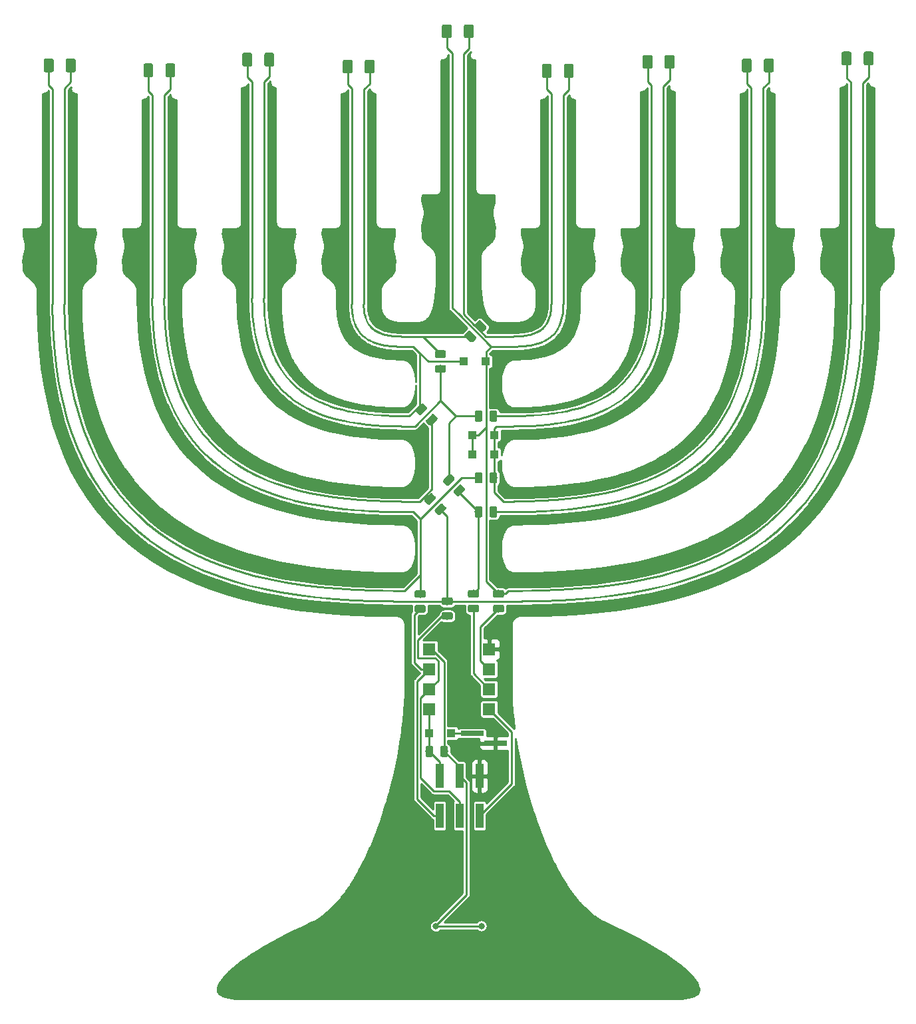
<source format=gtl>
G04 #@! TF.GenerationSoftware,KiCad,Pcbnew,(5.1.4)-1*
G04 #@! TF.CreationDate,2020-11-24T15:39:13-05:00*
G04 #@! TF.ProjectId,Menorah,4d656e6f-7261-4682-9e6b-696361645f70,rev?*
G04 #@! TF.SameCoordinates,Original*
G04 #@! TF.FileFunction,Copper,L1,Top*
G04 #@! TF.FilePolarity,Positive*
%FSLAX46Y46*%
G04 Gerber Fmt 4.6, Leading zero omitted, Abs format (unit mm)*
G04 Created by KiCad (PCBNEW (5.1.4)-1) date 2020-11-24 15:39:13*
%MOMM*%
%LPD*%
G04 APERTURE LIST*
%ADD10C,0.100000*%
%ADD11C,0.975000*%
%ADD12C,0.250000*%
%ADD13R,1.000000X3.150000*%
%ADD14R,1.600000X1.600000*%
%ADD15R,1.100000X1.100000*%
%ADD16C,1.250000*%
%ADD17R,3.000000X0.650000*%
%ADD18C,0.800000*%
%ADD19C,0.250000*%
%ADD20C,0.254000*%
G04 APERTURE END LIST*
D10*
G36*
X140938439Y-84603936D02*
G01*
X140962100Y-84607446D01*
X140985304Y-84613258D01*
X141007826Y-84621316D01*
X141029450Y-84631544D01*
X141049967Y-84643841D01*
X141069180Y-84658091D01*
X141086904Y-84674155D01*
X141431619Y-85018870D01*
X141447683Y-85036594D01*
X141461933Y-85055807D01*
X141474230Y-85076324D01*
X141484458Y-85097948D01*
X141492516Y-85120470D01*
X141498328Y-85143674D01*
X141501838Y-85167335D01*
X141503012Y-85191227D01*
X141501838Y-85215119D01*
X141498328Y-85238780D01*
X141492516Y-85261984D01*
X141484458Y-85284506D01*
X141474230Y-85306130D01*
X141461933Y-85326647D01*
X141447683Y-85345860D01*
X141431619Y-85363584D01*
X140786384Y-86008819D01*
X140768660Y-86024883D01*
X140749447Y-86039133D01*
X140728930Y-86051430D01*
X140707306Y-86061658D01*
X140684784Y-86069716D01*
X140661580Y-86075528D01*
X140637919Y-86079038D01*
X140614027Y-86080212D01*
X140590135Y-86079038D01*
X140566474Y-86075528D01*
X140543270Y-86069716D01*
X140520748Y-86061658D01*
X140499124Y-86051430D01*
X140478607Y-86039133D01*
X140459394Y-86024883D01*
X140441670Y-86008819D01*
X140096955Y-85664104D01*
X140080891Y-85646380D01*
X140066641Y-85627167D01*
X140054344Y-85606650D01*
X140044116Y-85585026D01*
X140036058Y-85562504D01*
X140030246Y-85539300D01*
X140026736Y-85515639D01*
X140025562Y-85491747D01*
X140026736Y-85467855D01*
X140030246Y-85444194D01*
X140036058Y-85420990D01*
X140044116Y-85398468D01*
X140054344Y-85376844D01*
X140066641Y-85356327D01*
X140080891Y-85337114D01*
X140096955Y-85319390D01*
X140742190Y-84674155D01*
X140759914Y-84658091D01*
X140779127Y-84643841D01*
X140799644Y-84631544D01*
X140821268Y-84621316D01*
X140843790Y-84613258D01*
X140866994Y-84607446D01*
X140890655Y-84603936D01*
X140914547Y-84602762D01*
X140938439Y-84603936D01*
X140938439Y-84603936D01*
G37*
D11*
X140764287Y-85341487D03*
D10*
G36*
X142264265Y-85929762D02*
G01*
X142287926Y-85933272D01*
X142311130Y-85939084D01*
X142333652Y-85947142D01*
X142355276Y-85957370D01*
X142375793Y-85969667D01*
X142395006Y-85983917D01*
X142412730Y-85999981D01*
X142757445Y-86344696D01*
X142773509Y-86362420D01*
X142787759Y-86381633D01*
X142800056Y-86402150D01*
X142810284Y-86423774D01*
X142818342Y-86446296D01*
X142824154Y-86469500D01*
X142827664Y-86493161D01*
X142828838Y-86517053D01*
X142827664Y-86540945D01*
X142824154Y-86564606D01*
X142818342Y-86587810D01*
X142810284Y-86610332D01*
X142800056Y-86631956D01*
X142787759Y-86652473D01*
X142773509Y-86671686D01*
X142757445Y-86689410D01*
X142112210Y-87334645D01*
X142094486Y-87350709D01*
X142075273Y-87364959D01*
X142054756Y-87377256D01*
X142033132Y-87387484D01*
X142010610Y-87395542D01*
X141987406Y-87401354D01*
X141963745Y-87404864D01*
X141939853Y-87406038D01*
X141915961Y-87404864D01*
X141892300Y-87401354D01*
X141869096Y-87395542D01*
X141846574Y-87387484D01*
X141824950Y-87377256D01*
X141804433Y-87364959D01*
X141785220Y-87350709D01*
X141767496Y-87334645D01*
X141422781Y-86989930D01*
X141406717Y-86972206D01*
X141392467Y-86952993D01*
X141380170Y-86932476D01*
X141369942Y-86910852D01*
X141361884Y-86888330D01*
X141356072Y-86865126D01*
X141352562Y-86841465D01*
X141351388Y-86817573D01*
X141352562Y-86793681D01*
X141356072Y-86770020D01*
X141361884Y-86746816D01*
X141369942Y-86724294D01*
X141380170Y-86702670D01*
X141392467Y-86682153D01*
X141406717Y-86662940D01*
X141422781Y-86645216D01*
X142068016Y-85999981D01*
X142085740Y-85983917D01*
X142104953Y-85969667D01*
X142125470Y-85957370D01*
X142147094Y-85947142D01*
X142169616Y-85939084D01*
X142192820Y-85933272D01*
X142216481Y-85929762D01*
X142240373Y-85928588D01*
X142264265Y-85929762D01*
X142264265Y-85929762D01*
G37*
D11*
X142090113Y-86667313D03*
D10*
G36*
X146696342Y-88709174D02*
G01*
X146720003Y-88712684D01*
X146743207Y-88718496D01*
X146765729Y-88726554D01*
X146787353Y-88736782D01*
X146807870Y-88749079D01*
X146827083Y-88763329D01*
X146844807Y-88779393D01*
X146860871Y-88797117D01*
X146875121Y-88816330D01*
X146887418Y-88836847D01*
X146897646Y-88858471D01*
X146905704Y-88880993D01*
X146911516Y-88904197D01*
X146915026Y-88927858D01*
X146916200Y-88951750D01*
X146916200Y-89864250D01*
X146915026Y-89888142D01*
X146911516Y-89911803D01*
X146905704Y-89935007D01*
X146897646Y-89957529D01*
X146887418Y-89979153D01*
X146875121Y-89999670D01*
X146860871Y-90018883D01*
X146844807Y-90036607D01*
X146827083Y-90052671D01*
X146807870Y-90066921D01*
X146787353Y-90079218D01*
X146765729Y-90089446D01*
X146743207Y-90097504D01*
X146720003Y-90103316D01*
X146696342Y-90106826D01*
X146672450Y-90108000D01*
X146184950Y-90108000D01*
X146161058Y-90106826D01*
X146137397Y-90103316D01*
X146114193Y-90097504D01*
X146091671Y-90089446D01*
X146070047Y-90079218D01*
X146049530Y-90066921D01*
X146030317Y-90052671D01*
X146012593Y-90036607D01*
X145996529Y-90018883D01*
X145982279Y-89999670D01*
X145969982Y-89979153D01*
X145959754Y-89957529D01*
X145951696Y-89935007D01*
X145945884Y-89911803D01*
X145942374Y-89888142D01*
X145941200Y-89864250D01*
X145941200Y-88951750D01*
X145942374Y-88927858D01*
X145945884Y-88904197D01*
X145951696Y-88880993D01*
X145959754Y-88858471D01*
X145969982Y-88836847D01*
X145982279Y-88816330D01*
X145996529Y-88797117D01*
X146012593Y-88779393D01*
X146030317Y-88763329D01*
X146049530Y-88749079D01*
X146070047Y-88736782D01*
X146091671Y-88726554D01*
X146114193Y-88718496D01*
X146137397Y-88712684D01*
X146161058Y-88709174D01*
X146184950Y-88708000D01*
X146672450Y-88708000D01*
X146696342Y-88709174D01*
X146696342Y-88709174D01*
G37*
D11*
X146428700Y-89408000D03*
D10*
G36*
X144821342Y-88709174D02*
G01*
X144845003Y-88712684D01*
X144868207Y-88718496D01*
X144890729Y-88726554D01*
X144912353Y-88736782D01*
X144932870Y-88749079D01*
X144952083Y-88763329D01*
X144969807Y-88779393D01*
X144985871Y-88797117D01*
X145000121Y-88816330D01*
X145012418Y-88836847D01*
X145022646Y-88858471D01*
X145030704Y-88880993D01*
X145036516Y-88904197D01*
X145040026Y-88927858D01*
X145041200Y-88951750D01*
X145041200Y-89864250D01*
X145040026Y-89888142D01*
X145036516Y-89911803D01*
X145030704Y-89935007D01*
X145022646Y-89957529D01*
X145012418Y-89979153D01*
X145000121Y-89999670D01*
X144985871Y-90018883D01*
X144969807Y-90036607D01*
X144952083Y-90052671D01*
X144932870Y-90066921D01*
X144912353Y-90079218D01*
X144890729Y-90089446D01*
X144868207Y-90097504D01*
X144845003Y-90103316D01*
X144821342Y-90106826D01*
X144797450Y-90108000D01*
X144309950Y-90108000D01*
X144286058Y-90106826D01*
X144262397Y-90103316D01*
X144239193Y-90097504D01*
X144216671Y-90089446D01*
X144195047Y-90079218D01*
X144174530Y-90066921D01*
X144155317Y-90052671D01*
X144137593Y-90036607D01*
X144121529Y-90018883D01*
X144107279Y-89999670D01*
X144094982Y-89979153D01*
X144084754Y-89957529D01*
X144076696Y-89935007D01*
X144070884Y-89911803D01*
X144067374Y-89888142D01*
X144066200Y-89864250D01*
X144066200Y-88951750D01*
X144067374Y-88927858D01*
X144070884Y-88904197D01*
X144076696Y-88880993D01*
X144084754Y-88858471D01*
X144094982Y-88836847D01*
X144107279Y-88816330D01*
X144121529Y-88797117D01*
X144137593Y-88779393D01*
X144155317Y-88763329D01*
X144174530Y-88749079D01*
X144195047Y-88736782D01*
X144216671Y-88726554D01*
X144239193Y-88718496D01*
X144262397Y-88712684D01*
X144286058Y-88709174D01*
X144309950Y-88708000D01*
X144797450Y-88708000D01*
X144821342Y-88709174D01*
X144821342Y-88709174D01*
G37*
D11*
X144553700Y-89408000D03*
D10*
G36*
X138550839Y-87016936D02*
G01*
X138574500Y-87020446D01*
X138597704Y-87026258D01*
X138620226Y-87034316D01*
X138641850Y-87044544D01*
X138662367Y-87056841D01*
X138681580Y-87071091D01*
X138699304Y-87087155D01*
X139044019Y-87431870D01*
X139060083Y-87449594D01*
X139074333Y-87468807D01*
X139086630Y-87489324D01*
X139096858Y-87510948D01*
X139104916Y-87533470D01*
X139110728Y-87556674D01*
X139114238Y-87580335D01*
X139115412Y-87604227D01*
X139114238Y-87628119D01*
X139110728Y-87651780D01*
X139104916Y-87674984D01*
X139096858Y-87697506D01*
X139086630Y-87719130D01*
X139074333Y-87739647D01*
X139060083Y-87758860D01*
X139044019Y-87776584D01*
X138398784Y-88421819D01*
X138381060Y-88437883D01*
X138361847Y-88452133D01*
X138341330Y-88464430D01*
X138319706Y-88474658D01*
X138297184Y-88482716D01*
X138273980Y-88488528D01*
X138250319Y-88492038D01*
X138226427Y-88493212D01*
X138202535Y-88492038D01*
X138178874Y-88488528D01*
X138155670Y-88482716D01*
X138133148Y-88474658D01*
X138111524Y-88464430D01*
X138091007Y-88452133D01*
X138071794Y-88437883D01*
X138054070Y-88421819D01*
X137709355Y-88077104D01*
X137693291Y-88059380D01*
X137679041Y-88040167D01*
X137666744Y-88019650D01*
X137656516Y-87998026D01*
X137648458Y-87975504D01*
X137642646Y-87952300D01*
X137639136Y-87928639D01*
X137637962Y-87904747D01*
X137639136Y-87880855D01*
X137642646Y-87857194D01*
X137648458Y-87833990D01*
X137656516Y-87811468D01*
X137666744Y-87789844D01*
X137679041Y-87769327D01*
X137693291Y-87750114D01*
X137709355Y-87732390D01*
X138354590Y-87087155D01*
X138372314Y-87071091D01*
X138391527Y-87056841D01*
X138412044Y-87044544D01*
X138433668Y-87034316D01*
X138456190Y-87026258D01*
X138479394Y-87020446D01*
X138503055Y-87016936D01*
X138526947Y-87015762D01*
X138550839Y-87016936D01*
X138550839Y-87016936D01*
G37*
D11*
X138376687Y-87754487D03*
D10*
G36*
X139876665Y-88342762D02*
G01*
X139900326Y-88346272D01*
X139923530Y-88352084D01*
X139946052Y-88360142D01*
X139967676Y-88370370D01*
X139988193Y-88382667D01*
X140007406Y-88396917D01*
X140025130Y-88412981D01*
X140369845Y-88757696D01*
X140385909Y-88775420D01*
X140400159Y-88794633D01*
X140412456Y-88815150D01*
X140422684Y-88836774D01*
X140430742Y-88859296D01*
X140436554Y-88882500D01*
X140440064Y-88906161D01*
X140441238Y-88930053D01*
X140440064Y-88953945D01*
X140436554Y-88977606D01*
X140430742Y-89000810D01*
X140422684Y-89023332D01*
X140412456Y-89044956D01*
X140400159Y-89065473D01*
X140385909Y-89084686D01*
X140369845Y-89102410D01*
X139724610Y-89747645D01*
X139706886Y-89763709D01*
X139687673Y-89777959D01*
X139667156Y-89790256D01*
X139645532Y-89800484D01*
X139623010Y-89808542D01*
X139599806Y-89814354D01*
X139576145Y-89817864D01*
X139552253Y-89819038D01*
X139528361Y-89817864D01*
X139504700Y-89814354D01*
X139481496Y-89808542D01*
X139458974Y-89800484D01*
X139437350Y-89790256D01*
X139416833Y-89777959D01*
X139397620Y-89763709D01*
X139379896Y-89747645D01*
X139035181Y-89402930D01*
X139019117Y-89385206D01*
X139004867Y-89365993D01*
X138992570Y-89345476D01*
X138982342Y-89323852D01*
X138974284Y-89301330D01*
X138968472Y-89278126D01*
X138964962Y-89254465D01*
X138963788Y-89230573D01*
X138964962Y-89206681D01*
X138968472Y-89183020D01*
X138974284Y-89159816D01*
X138982342Y-89137294D01*
X138992570Y-89115670D01*
X139004867Y-89095153D01*
X139019117Y-89075940D01*
X139035181Y-89058216D01*
X139680416Y-88412981D01*
X139698140Y-88396917D01*
X139717353Y-88382667D01*
X139737870Y-88370370D01*
X139759494Y-88360142D01*
X139782016Y-88352084D01*
X139805220Y-88346272D01*
X139828881Y-88342762D01*
X139852773Y-88341588D01*
X139876665Y-88342762D01*
X139876665Y-88342762D01*
G37*
D11*
X139702513Y-89080313D03*
D10*
G36*
X137433239Y-75612336D02*
G01*
X137456900Y-75615846D01*
X137480104Y-75621658D01*
X137502626Y-75629716D01*
X137524250Y-75639944D01*
X137544767Y-75652241D01*
X137563980Y-75666491D01*
X137581704Y-75682555D01*
X137926419Y-76027270D01*
X137942483Y-76044994D01*
X137956733Y-76064207D01*
X137969030Y-76084724D01*
X137979258Y-76106348D01*
X137987316Y-76128870D01*
X137993128Y-76152074D01*
X137996638Y-76175735D01*
X137997812Y-76199627D01*
X137996638Y-76223519D01*
X137993128Y-76247180D01*
X137987316Y-76270384D01*
X137979258Y-76292906D01*
X137969030Y-76314530D01*
X137956733Y-76335047D01*
X137942483Y-76354260D01*
X137926419Y-76371984D01*
X137281184Y-77017219D01*
X137263460Y-77033283D01*
X137244247Y-77047533D01*
X137223730Y-77059830D01*
X137202106Y-77070058D01*
X137179584Y-77078116D01*
X137156380Y-77083928D01*
X137132719Y-77087438D01*
X137108827Y-77088612D01*
X137084935Y-77087438D01*
X137061274Y-77083928D01*
X137038070Y-77078116D01*
X137015548Y-77070058D01*
X136993924Y-77059830D01*
X136973407Y-77047533D01*
X136954194Y-77033283D01*
X136936470Y-77017219D01*
X136591755Y-76672504D01*
X136575691Y-76654780D01*
X136561441Y-76635567D01*
X136549144Y-76615050D01*
X136538916Y-76593426D01*
X136530858Y-76570904D01*
X136525046Y-76547700D01*
X136521536Y-76524039D01*
X136520362Y-76500147D01*
X136521536Y-76476255D01*
X136525046Y-76452594D01*
X136530858Y-76429390D01*
X136538916Y-76406868D01*
X136549144Y-76385244D01*
X136561441Y-76364727D01*
X136575691Y-76345514D01*
X136591755Y-76327790D01*
X137236990Y-75682555D01*
X137254714Y-75666491D01*
X137273927Y-75652241D01*
X137294444Y-75639944D01*
X137316068Y-75629716D01*
X137338590Y-75621658D01*
X137361794Y-75615846D01*
X137385455Y-75612336D01*
X137409347Y-75611162D01*
X137433239Y-75612336D01*
X137433239Y-75612336D01*
G37*
D11*
X137259087Y-76349887D03*
D10*
G36*
X138759065Y-76938162D02*
G01*
X138782726Y-76941672D01*
X138805930Y-76947484D01*
X138828452Y-76955542D01*
X138850076Y-76965770D01*
X138870593Y-76978067D01*
X138889806Y-76992317D01*
X138907530Y-77008381D01*
X139252245Y-77353096D01*
X139268309Y-77370820D01*
X139282559Y-77390033D01*
X139294856Y-77410550D01*
X139305084Y-77432174D01*
X139313142Y-77454696D01*
X139318954Y-77477900D01*
X139322464Y-77501561D01*
X139323638Y-77525453D01*
X139322464Y-77549345D01*
X139318954Y-77573006D01*
X139313142Y-77596210D01*
X139305084Y-77618732D01*
X139294856Y-77640356D01*
X139282559Y-77660873D01*
X139268309Y-77680086D01*
X139252245Y-77697810D01*
X138607010Y-78343045D01*
X138589286Y-78359109D01*
X138570073Y-78373359D01*
X138549556Y-78385656D01*
X138527932Y-78395884D01*
X138505410Y-78403942D01*
X138482206Y-78409754D01*
X138458545Y-78413264D01*
X138434653Y-78414438D01*
X138410761Y-78413264D01*
X138387100Y-78409754D01*
X138363896Y-78403942D01*
X138341374Y-78395884D01*
X138319750Y-78385656D01*
X138299233Y-78373359D01*
X138280020Y-78359109D01*
X138262296Y-78343045D01*
X137917581Y-77998330D01*
X137901517Y-77980606D01*
X137887267Y-77961393D01*
X137874970Y-77940876D01*
X137864742Y-77919252D01*
X137856684Y-77896730D01*
X137850872Y-77873526D01*
X137847362Y-77849865D01*
X137846188Y-77825973D01*
X137847362Y-77802081D01*
X137850872Y-77778420D01*
X137856684Y-77755216D01*
X137864742Y-77732694D01*
X137874970Y-77711070D01*
X137887267Y-77690553D01*
X137901517Y-77671340D01*
X137917581Y-77653616D01*
X138562816Y-77008381D01*
X138580540Y-76992317D01*
X138599753Y-76978067D01*
X138620270Y-76965770D01*
X138641894Y-76955542D01*
X138664416Y-76947484D01*
X138687620Y-76941672D01*
X138711281Y-76938162D01*
X138735173Y-76936988D01*
X138759065Y-76938162D01*
X138759065Y-76938162D01*
G37*
D11*
X138584913Y-77675713D03*
D10*
G36*
X146696342Y-76517174D02*
G01*
X146720003Y-76520684D01*
X146743207Y-76526496D01*
X146765729Y-76534554D01*
X146787353Y-76544782D01*
X146807870Y-76557079D01*
X146827083Y-76571329D01*
X146844807Y-76587393D01*
X146860871Y-76605117D01*
X146875121Y-76624330D01*
X146887418Y-76644847D01*
X146897646Y-76666471D01*
X146905704Y-76688993D01*
X146911516Y-76712197D01*
X146915026Y-76735858D01*
X146916200Y-76759750D01*
X146916200Y-77672250D01*
X146915026Y-77696142D01*
X146911516Y-77719803D01*
X146905704Y-77743007D01*
X146897646Y-77765529D01*
X146887418Y-77787153D01*
X146875121Y-77807670D01*
X146860871Y-77826883D01*
X146844807Y-77844607D01*
X146827083Y-77860671D01*
X146807870Y-77874921D01*
X146787353Y-77887218D01*
X146765729Y-77897446D01*
X146743207Y-77905504D01*
X146720003Y-77911316D01*
X146696342Y-77914826D01*
X146672450Y-77916000D01*
X146184950Y-77916000D01*
X146161058Y-77914826D01*
X146137397Y-77911316D01*
X146114193Y-77905504D01*
X146091671Y-77897446D01*
X146070047Y-77887218D01*
X146049530Y-77874921D01*
X146030317Y-77860671D01*
X146012593Y-77844607D01*
X145996529Y-77826883D01*
X145982279Y-77807670D01*
X145969982Y-77787153D01*
X145959754Y-77765529D01*
X145951696Y-77743007D01*
X145945884Y-77719803D01*
X145942374Y-77696142D01*
X145941200Y-77672250D01*
X145941200Y-76759750D01*
X145942374Y-76735858D01*
X145945884Y-76712197D01*
X145951696Y-76688993D01*
X145959754Y-76666471D01*
X145969982Y-76644847D01*
X145982279Y-76624330D01*
X145996529Y-76605117D01*
X146012593Y-76587393D01*
X146030317Y-76571329D01*
X146049530Y-76557079D01*
X146070047Y-76544782D01*
X146091671Y-76534554D01*
X146114193Y-76526496D01*
X146137397Y-76520684D01*
X146161058Y-76517174D01*
X146184950Y-76516000D01*
X146672450Y-76516000D01*
X146696342Y-76517174D01*
X146696342Y-76517174D01*
G37*
D11*
X146428700Y-77216000D03*
D10*
G36*
X144821342Y-76517174D02*
G01*
X144845003Y-76520684D01*
X144868207Y-76526496D01*
X144890729Y-76534554D01*
X144912353Y-76544782D01*
X144932870Y-76557079D01*
X144952083Y-76571329D01*
X144969807Y-76587393D01*
X144985871Y-76605117D01*
X145000121Y-76624330D01*
X145012418Y-76644847D01*
X145022646Y-76666471D01*
X145030704Y-76688993D01*
X145036516Y-76712197D01*
X145040026Y-76735858D01*
X145041200Y-76759750D01*
X145041200Y-77672250D01*
X145040026Y-77696142D01*
X145036516Y-77719803D01*
X145030704Y-77743007D01*
X145022646Y-77765529D01*
X145012418Y-77787153D01*
X145000121Y-77807670D01*
X144985871Y-77826883D01*
X144969807Y-77844607D01*
X144952083Y-77860671D01*
X144932870Y-77874921D01*
X144912353Y-77887218D01*
X144890729Y-77897446D01*
X144868207Y-77905504D01*
X144845003Y-77911316D01*
X144821342Y-77914826D01*
X144797450Y-77916000D01*
X144309950Y-77916000D01*
X144286058Y-77914826D01*
X144262397Y-77911316D01*
X144239193Y-77905504D01*
X144216671Y-77897446D01*
X144195047Y-77887218D01*
X144174530Y-77874921D01*
X144155317Y-77860671D01*
X144137593Y-77844607D01*
X144121529Y-77826883D01*
X144107279Y-77807670D01*
X144094982Y-77787153D01*
X144084754Y-77765529D01*
X144076696Y-77743007D01*
X144070884Y-77719803D01*
X144067374Y-77696142D01*
X144066200Y-77672250D01*
X144066200Y-76759750D01*
X144067374Y-76735858D01*
X144070884Y-76712197D01*
X144076696Y-76688993D01*
X144084754Y-76666471D01*
X144094982Y-76644847D01*
X144107279Y-76624330D01*
X144121529Y-76605117D01*
X144137593Y-76587393D01*
X144155317Y-76571329D01*
X144174530Y-76557079D01*
X144195047Y-76544782D01*
X144216671Y-76534554D01*
X144239193Y-76526496D01*
X144262397Y-76520684D01*
X144286058Y-76517174D01*
X144309950Y-76516000D01*
X144797450Y-76516000D01*
X144821342Y-76517174D01*
X144821342Y-76517174D01*
G37*
D11*
X144553700Y-77216000D03*
D10*
G36*
X140180142Y-68832574D02*
G01*
X140203803Y-68836084D01*
X140227007Y-68841896D01*
X140249529Y-68849954D01*
X140271153Y-68860182D01*
X140291670Y-68872479D01*
X140310883Y-68886729D01*
X140328607Y-68902793D01*
X140344671Y-68920517D01*
X140358921Y-68939730D01*
X140371218Y-68960247D01*
X140381446Y-68981871D01*
X140389504Y-69004393D01*
X140395316Y-69027597D01*
X140398826Y-69051258D01*
X140400000Y-69075150D01*
X140400000Y-69562650D01*
X140398826Y-69586542D01*
X140395316Y-69610203D01*
X140389504Y-69633407D01*
X140381446Y-69655929D01*
X140371218Y-69677553D01*
X140358921Y-69698070D01*
X140344671Y-69717283D01*
X140328607Y-69735007D01*
X140310883Y-69751071D01*
X140291670Y-69765321D01*
X140271153Y-69777618D01*
X140249529Y-69787846D01*
X140227007Y-69795904D01*
X140203803Y-69801716D01*
X140180142Y-69805226D01*
X140156250Y-69806400D01*
X139243750Y-69806400D01*
X139219858Y-69805226D01*
X139196197Y-69801716D01*
X139172993Y-69795904D01*
X139150471Y-69787846D01*
X139128847Y-69777618D01*
X139108330Y-69765321D01*
X139089117Y-69751071D01*
X139071393Y-69735007D01*
X139055329Y-69717283D01*
X139041079Y-69698070D01*
X139028782Y-69677553D01*
X139018554Y-69655929D01*
X139010496Y-69633407D01*
X139004684Y-69610203D01*
X139001174Y-69586542D01*
X139000000Y-69562650D01*
X139000000Y-69075150D01*
X139001174Y-69051258D01*
X139004684Y-69027597D01*
X139010496Y-69004393D01*
X139018554Y-68981871D01*
X139028782Y-68960247D01*
X139041079Y-68939730D01*
X139055329Y-68920517D01*
X139071393Y-68902793D01*
X139089117Y-68886729D01*
X139108330Y-68872479D01*
X139128847Y-68860182D01*
X139150471Y-68849954D01*
X139172993Y-68841896D01*
X139196197Y-68836084D01*
X139219858Y-68832574D01*
X139243750Y-68831400D01*
X140156250Y-68831400D01*
X140180142Y-68832574D01*
X140180142Y-68832574D01*
G37*
D11*
X139700000Y-69318900D03*
D10*
G36*
X140180142Y-70707574D02*
G01*
X140203803Y-70711084D01*
X140227007Y-70716896D01*
X140249529Y-70724954D01*
X140271153Y-70735182D01*
X140291670Y-70747479D01*
X140310883Y-70761729D01*
X140328607Y-70777793D01*
X140344671Y-70795517D01*
X140358921Y-70814730D01*
X140371218Y-70835247D01*
X140381446Y-70856871D01*
X140389504Y-70879393D01*
X140395316Y-70902597D01*
X140398826Y-70926258D01*
X140400000Y-70950150D01*
X140400000Y-71437650D01*
X140398826Y-71461542D01*
X140395316Y-71485203D01*
X140389504Y-71508407D01*
X140381446Y-71530929D01*
X140371218Y-71552553D01*
X140358921Y-71573070D01*
X140344671Y-71592283D01*
X140328607Y-71610007D01*
X140310883Y-71626071D01*
X140291670Y-71640321D01*
X140271153Y-71652618D01*
X140249529Y-71662846D01*
X140227007Y-71670904D01*
X140203803Y-71676716D01*
X140180142Y-71680226D01*
X140156250Y-71681400D01*
X139243750Y-71681400D01*
X139219858Y-71680226D01*
X139196197Y-71676716D01*
X139172993Y-71670904D01*
X139150471Y-71662846D01*
X139128847Y-71652618D01*
X139108330Y-71640321D01*
X139089117Y-71626071D01*
X139071393Y-71610007D01*
X139055329Y-71592283D01*
X139041079Y-71573070D01*
X139028782Y-71552553D01*
X139018554Y-71530929D01*
X139010496Y-71508407D01*
X139004684Y-71485203D01*
X139001174Y-71461542D01*
X139000000Y-71437650D01*
X139000000Y-70950150D01*
X139001174Y-70926258D01*
X139004684Y-70902597D01*
X139010496Y-70879393D01*
X139018554Y-70856871D01*
X139028782Y-70835247D01*
X139041079Y-70814730D01*
X139055329Y-70795517D01*
X139071393Y-70777793D01*
X139089117Y-70761729D01*
X139108330Y-70747479D01*
X139128847Y-70735182D01*
X139150471Y-70724954D01*
X139172993Y-70716896D01*
X139196197Y-70711084D01*
X139219858Y-70707574D01*
X139243750Y-70706400D01*
X140156250Y-70706400D01*
X140180142Y-70707574D01*
X140180142Y-70707574D01*
G37*
D11*
X139700000Y-71193900D03*
D10*
G36*
X144706945Y-65020536D02*
G01*
X144730606Y-65024046D01*
X144753810Y-65029858D01*
X144776332Y-65037916D01*
X144797956Y-65048144D01*
X144818473Y-65060441D01*
X144837686Y-65074691D01*
X144855410Y-65090755D01*
X145500645Y-65735990D01*
X145516709Y-65753714D01*
X145530959Y-65772927D01*
X145543256Y-65793444D01*
X145553484Y-65815068D01*
X145561542Y-65837590D01*
X145567354Y-65860794D01*
X145570864Y-65884455D01*
X145572038Y-65908347D01*
X145570864Y-65932239D01*
X145567354Y-65955900D01*
X145561542Y-65979104D01*
X145553484Y-66001626D01*
X145543256Y-66023250D01*
X145530959Y-66043767D01*
X145516709Y-66062980D01*
X145500645Y-66080704D01*
X145155930Y-66425419D01*
X145138206Y-66441483D01*
X145118993Y-66455733D01*
X145098476Y-66468030D01*
X145076852Y-66478258D01*
X145054330Y-66486316D01*
X145031126Y-66492128D01*
X145007465Y-66495638D01*
X144983573Y-66496812D01*
X144959681Y-66495638D01*
X144936020Y-66492128D01*
X144912816Y-66486316D01*
X144890294Y-66478258D01*
X144868670Y-66468030D01*
X144848153Y-66455733D01*
X144828940Y-66441483D01*
X144811216Y-66425419D01*
X144165981Y-65780184D01*
X144149917Y-65762460D01*
X144135667Y-65743247D01*
X144123370Y-65722730D01*
X144113142Y-65701106D01*
X144105084Y-65678584D01*
X144099272Y-65655380D01*
X144095762Y-65631719D01*
X144094588Y-65607827D01*
X144095762Y-65583935D01*
X144099272Y-65560274D01*
X144105084Y-65537070D01*
X144113142Y-65514548D01*
X144123370Y-65492924D01*
X144135667Y-65472407D01*
X144149917Y-65453194D01*
X144165981Y-65435470D01*
X144510696Y-65090755D01*
X144528420Y-65074691D01*
X144547633Y-65060441D01*
X144568150Y-65048144D01*
X144589774Y-65037916D01*
X144612296Y-65029858D01*
X144635500Y-65024046D01*
X144659161Y-65020536D01*
X144683053Y-65019362D01*
X144706945Y-65020536D01*
X144706945Y-65020536D01*
G37*
D11*
X144833313Y-65758087D03*
D10*
G36*
X143381119Y-66346362D02*
G01*
X143404780Y-66349872D01*
X143427984Y-66355684D01*
X143450506Y-66363742D01*
X143472130Y-66373970D01*
X143492647Y-66386267D01*
X143511860Y-66400517D01*
X143529584Y-66416581D01*
X144174819Y-67061816D01*
X144190883Y-67079540D01*
X144205133Y-67098753D01*
X144217430Y-67119270D01*
X144227658Y-67140894D01*
X144235716Y-67163416D01*
X144241528Y-67186620D01*
X144245038Y-67210281D01*
X144246212Y-67234173D01*
X144245038Y-67258065D01*
X144241528Y-67281726D01*
X144235716Y-67304930D01*
X144227658Y-67327452D01*
X144217430Y-67349076D01*
X144205133Y-67369593D01*
X144190883Y-67388806D01*
X144174819Y-67406530D01*
X143830104Y-67751245D01*
X143812380Y-67767309D01*
X143793167Y-67781559D01*
X143772650Y-67793856D01*
X143751026Y-67804084D01*
X143728504Y-67812142D01*
X143705300Y-67817954D01*
X143681639Y-67821464D01*
X143657747Y-67822638D01*
X143633855Y-67821464D01*
X143610194Y-67817954D01*
X143586990Y-67812142D01*
X143564468Y-67804084D01*
X143542844Y-67793856D01*
X143522327Y-67781559D01*
X143503114Y-67767309D01*
X143485390Y-67751245D01*
X142840155Y-67106010D01*
X142824091Y-67088286D01*
X142809841Y-67069073D01*
X142797544Y-67048556D01*
X142787316Y-67026932D01*
X142779258Y-67004410D01*
X142773446Y-66981206D01*
X142769936Y-66957545D01*
X142768762Y-66933653D01*
X142769936Y-66909761D01*
X142773446Y-66886100D01*
X142779258Y-66862896D01*
X142787316Y-66840374D01*
X142797544Y-66818750D01*
X142809841Y-66798233D01*
X142824091Y-66779020D01*
X142840155Y-66761296D01*
X143184870Y-66416581D01*
X143202594Y-66400517D01*
X143221807Y-66386267D01*
X143242324Y-66373970D01*
X143263948Y-66363742D01*
X143286470Y-66355684D01*
X143309674Y-66349872D01*
X143333335Y-66346362D01*
X143357227Y-66345188D01*
X143381119Y-66346362D01*
X143381119Y-66346362D01*
G37*
D11*
X143507487Y-67083913D03*
D10*
G36*
X144821342Y-84365774D02*
G01*
X144845003Y-84369284D01*
X144868207Y-84375096D01*
X144890729Y-84383154D01*
X144912353Y-84393382D01*
X144932870Y-84405679D01*
X144952083Y-84419929D01*
X144969807Y-84435993D01*
X144985871Y-84453717D01*
X145000121Y-84472930D01*
X145012418Y-84493447D01*
X145022646Y-84515071D01*
X145030704Y-84537593D01*
X145036516Y-84560797D01*
X145040026Y-84584458D01*
X145041200Y-84608350D01*
X145041200Y-85520850D01*
X145040026Y-85544742D01*
X145036516Y-85568403D01*
X145030704Y-85591607D01*
X145022646Y-85614129D01*
X145012418Y-85635753D01*
X145000121Y-85656270D01*
X144985871Y-85675483D01*
X144969807Y-85693207D01*
X144952083Y-85709271D01*
X144932870Y-85723521D01*
X144912353Y-85735818D01*
X144890729Y-85746046D01*
X144868207Y-85754104D01*
X144845003Y-85759916D01*
X144821342Y-85763426D01*
X144797450Y-85764600D01*
X144309950Y-85764600D01*
X144286058Y-85763426D01*
X144262397Y-85759916D01*
X144239193Y-85754104D01*
X144216671Y-85746046D01*
X144195047Y-85735818D01*
X144174530Y-85723521D01*
X144155317Y-85709271D01*
X144137593Y-85693207D01*
X144121529Y-85675483D01*
X144107279Y-85656270D01*
X144094982Y-85635753D01*
X144084754Y-85614129D01*
X144076696Y-85591607D01*
X144070884Y-85568403D01*
X144067374Y-85544742D01*
X144066200Y-85520850D01*
X144066200Y-84608350D01*
X144067374Y-84584458D01*
X144070884Y-84560797D01*
X144076696Y-84537593D01*
X144084754Y-84515071D01*
X144094982Y-84493447D01*
X144107279Y-84472930D01*
X144121529Y-84453717D01*
X144137593Y-84435993D01*
X144155317Y-84419929D01*
X144174530Y-84405679D01*
X144195047Y-84393382D01*
X144216671Y-84383154D01*
X144239193Y-84375096D01*
X144262397Y-84369284D01*
X144286058Y-84365774D01*
X144309950Y-84364600D01*
X144797450Y-84364600D01*
X144821342Y-84365774D01*
X144821342Y-84365774D01*
G37*
D11*
X144553700Y-85064600D03*
D10*
G36*
X146696342Y-84365774D02*
G01*
X146720003Y-84369284D01*
X146743207Y-84375096D01*
X146765729Y-84383154D01*
X146787353Y-84393382D01*
X146807870Y-84405679D01*
X146827083Y-84419929D01*
X146844807Y-84435993D01*
X146860871Y-84453717D01*
X146875121Y-84472930D01*
X146887418Y-84493447D01*
X146897646Y-84515071D01*
X146905704Y-84537593D01*
X146911516Y-84560797D01*
X146915026Y-84584458D01*
X146916200Y-84608350D01*
X146916200Y-85520850D01*
X146915026Y-85544742D01*
X146911516Y-85568403D01*
X146905704Y-85591607D01*
X146897646Y-85614129D01*
X146887418Y-85635753D01*
X146875121Y-85656270D01*
X146860871Y-85675483D01*
X146844807Y-85693207D01*
X146827083Y-85709271D01*
X146807870Y-85723521D01*
X146787353Y-85735818D01*
X146765729Y-85746046D01*
X146743207Y-85754104D01*
X146720003Y-85759916D01*
X146696342Y-85763426D01*
X146672450Y-85764600D01*
X146184950Y-85764600D01*
X146161058Y-85763426D01*
X146137397Y-85759916D01*
X146114193Y-85754104D01*
X146091671Y-85746046D01*
X146070047Y-85735818D01*
X146049530Y-85723521D01*
X146030317Y-85709271D01*
X146012593Y-85693207D01*
X145996529Y-85675483D01*
X145982279Y-85656270D01*
X145969982Y-85635753D01*
X145959754Y-85614129D01*
X145951696Y-85591607D01*
X145945884Y-85568403D01*
X145942374Y-85544742D01*
X145941200Y-85520850D01*
X145941200Y-84608350D01*
X145942374Y-84584458D01*
X145945884Y-84560797D01*
X145951696Y-84537593D01*
X145959754Y-84515071D01*
X145969982Y-84493447D01*
X145982279Y-84472930D01*
X145996529Y-84453717D01*
X146012593Y-84435993D01*
X146030317Y-84419929D01*
X146049530Y-84405679D01*
X146070047Y-84393382D01*
X146091671Y-84383154D01*
X146114193Y-84375096D01*
X146137397Y-84369284D01*
X146161058Y-84365774D01*
X146184950Y-84364600D01*
X146672450Y-84364600D01*
X146696342Y-84365774D01*
X146696342Y-84365774D01*
G37*
D11*
X146428700Y-85064600D03*
D10*
G36*
X137589342Y-101238374D02*
G01*
X137613003Y-101241884D01*
X137636207Y-101247696D01*
X137658729Y-101255754D01*
X137680353Y-101265982D01*
X137700870Y-101278279D01*
X137720083Y-101292529D01*
X137737807Y-101308593D01*
X137753871Y-101326317D01*
X137768121Y-101345530D01*
X137780418Y-101366047D01*
X137790646Y-101387671D01*
X137798704Y-101410193D01*
X137804516Y-101433397D01*
X137808026Y-101457058D01*
X137809200Y-101480950D01*
X137809200Y-101968450D01*
X137808026Y-101992342D01*
X137804516Y-102016003D01*
X137798704Y-102039207D01*
X137790646Y-102061729D01*
X137780418Y-102083353D01*
X137768121Y-102103870D01*
X137753871Y-102123083D01*
X137737807Y-102140807D01*
X137720083Y-102156871D01*
X137700870Y-102171121D01*
X137680353Y-102183418D01*
X137658729Y-102193646D01*
X137636207Y-102201704D01*
X137613003Y-102207516D01*
X137589342Y-102211026D01*
X137565450Y-102212200D01*
X136652950Y-102212200D01*
X136629058Y-102211026D01*
X136605397Y-102207516D01*
X136582193Y-102201704D01*
X136559671Y-102193646D01*
X136538047Y-102183418D01*
X136517530Y-102171121D01*
X136498317Y-102156871D01*
X136480593Y-102140807D01*
X136464529Y-102123083D01*
X136450279Y-102103870D01*
X136437982Y-102083353D01*
X136427754Y-102061729D01*
X136419696Y-102039207D01*
X136413884Y-102016003D01*
X136410374Y-101992342D01*
X136409200Y-101968450D01*
X136409200Y-101480950D01*
X136410374Y-101457058D01*
X136413884Y-101433397D01*
X136419696Y-101410193D01*
X136427754Y-101387671D01*
X136437982Y-101366047D01*
X136450279Y-101345530D01*
X136464529Y-101326317D01*
X136480593Y-101308593D01*
X136498317Y-101292529D01*
X136517530Y-101278279D01*
X136538047Y-101265982D01*
X136559671Y-101255754D01*
X136582193Y-101247696D01*
X136605397Y-101241884D01*
X136629058Y-101238374D01*
X136652950Y-101237200D01*
X137565450Y-101237200D01*
X137589342Y-101238374D01*
X137589342Y-101238374D01*
G37*
D11*
X137109200Y-101724700D03*
D10*
G36*
X137589342Y-99363374D02*
G01*
X137613003Y-99366884D01*
X137636207Y-99372696D01*
X137658729Y-99380754D01*
X137680353Y-99390982D01*
X137700870Y-99403279D01*
X137720083Y-99417529D01*
X137737807Y-99433593D01*
X137753871Y-99451317D01*
X137768121Y-99470530D01*
X137780418Y-99491047D01*
X137790646Y-99512671D01*
X137798704Y-99535193D01*
X137804516Y-99558397D01*
X137808026Y-99582058D01*
X137809200Y-99605950D01*
X137809200Y-100093450D01*
X137808026Y-100117342D01*
X137804516Y-100141003D01*
X137798704Y-100164207D01*
X137790646Y-100186729D01*
X137780418Y-100208353D01*
X137768121Y-100228870D01*
X137753871Y-100248083D01*
X137737807Y-100265807D01*
X137720083Y-100281871D01*
X137700870Y-100296121D01*
X137680353Y-100308418D01*
X137658729Y-100318646D01*
X137636207Y-100326704D01*
X137613003Y-100332516D01*
X137589342Y-100336026D01*
X137565450Y-100337200D01*
X136652950Y-100337200D01*
X136629058Y-100336026D01*
X136605397Y-100332516D01*
X136582193Y-100326704D01*
X136559671Y-100318646D01*
X136538047Y-100308418D01*
X136517530Y-100296121D01*
X136498317Y-100281871D01*
X136480593Y-100265807D01*
X136464529Y-100248083D01*
X136450279Y-100228870D01*
X136437982Y-100208353D01*
X136427754Y-100186729D01*
X136419696Y-100164207D01*
X136413884Y-100141003D01*
X136410374Y-100117342D01*
X136409200Y-100093450D01*
X136409200Y-99605950D01*
X136410374Y-99582058D01*
X136413884Y-99558397D01*
X136419696Y-99535193D01*
X136427754Y-99512671D01*
X136437982Y-99491047D01*
X136450279Y-99470530D01*
X136464529Y-99451317D01*
X136480593Y-99433593D01*
X136498317Y-99417529D01*
X136517530Y-99403279D01*
X136538047Y-99390982D01*
X136559671Y-99380754D01*
X136582193Y-99372696D01*
X136605397Y-99366884D01*
X136629058Y-99363374D01*
X136652950Y-99362200D01*
X137565450Y-99362200D01*
X137589342Y-99363374D01*
X137589342Y-99363374D01*
G37*
D11*
X137109200Y-99849700D03*
D12*
X149042120Y-67083940D03*
X149042120Y-68389500D03*
X149039580Y-77203300D03*
X149042120Y-78511400D03*
X149021800Y-88094820D03*
X149021800Y-89400380D03*
X150073360Y-99448620D03*
X150073360Y-100777040D03*
X134711440Y-67083940D03*
X134711440Y-68389500D03*
X134713980Y-77205840D03*
X134713980Y-78508860D03*
X134731760Y-88094820D03*
X134731760Y-89400380D03*
X133677660Y-99448620D03*
X133680200Y-100777040D03*
X153814780Y-62992000D03*
D10*
G36*
X153833121Y-62868353D02*
G01*
X153845153Y-62870746D01*
X153856891Y-62874307D01*
X153868224Y-62879001D01*
X153879043Y-62884784D01*
X153889242Y-62891599D01*
X153898725Y-62899381D01*
X153907399Y-62908055D01*
X153915181Y-62917538D01*
X153919062Y-62923346D01*
X153920642Y-62925577D01*
X153921164Y-62926492D01*
X153921996Y-62927737D01*
X153923799Y-62931110D01*
X153926694Y-62936184D01*
X153927636Y-62938288D01*
X153927779Y-62938556D01*
X153928068Y-62939253D01*
X153931683Y-62947330D01*
X153935560Y-62958911D01*
X153938289Y-62970815D01*
X153939842Y-62982928D01*
X153940207Y-62995135D01*
X153934652Y-63287159D01*
X153934607Y-63288904D01*
X153934472Y-63290550D01*
X153934455Y-63292192D01*
X153917870Y-63571466D01*
X153917755Y-63573207D01*
X153917530Y-63575042D01*
X153917431Y-63576875D01*
X153889932Y-63843613D01*
X153889741Y-63845347D01*
X153889404Y-63847361D01*
X153889199Y-63849399D01*
X153850904Y-64103817D01*
X153850632Y-64105541D01*
X153850157Y-64107743D01*
X153849819Y-64109975D01*
X153800845Y-64352289D01*
X153800487Y-64353997D01*
X153799845Y-64356387D01*
X153799347Y-64358797D01*
X153739810Y-64589221D01*
X153739362Y-64590908D01*
X153738531Y-64593451D01*
X153737841Y-64596039D01*
X153667858Y-64814790D01*
X153667315Y-64816449D01*
X153666264Y-64819138D01*
X153665360Y-64821860D01*
X153585050Y-65029151D01*
X153584409Y-65030774D01*
X153583123Y-65033561D01*
X153581979Y-65036394D01*
X153491457Y-65232443D01*
X153490714Y-65234023D01*
X153489181Y-65236859D01*
X153487783Y-65239760D01*
X153387167Y-65424782D01*
X153386323Y-65426309D01*
X153384537Y-65429152D01*
X153382885Y-65432059D01*
X153272293Y-65606267D01*
X153271348Y-65607734D01*
X153269319Y-65610525D01*
X153267424Y-65613382D01*
X153146971Y-65776994D01*
X153145927Y-65778392D01*
X153143679Y-65781075D01*
X153141566Y-65783823D01*
X153011371Y-65937053D01*
X153010232Y-65938375D01*
X153007810Y-65940887D01*
X153005509Y-65943484D01*
X152865688Y-66086548D01*
X152864460Y-66087788D01*
X152861905Y-66090092D01*
X152859468Y-66092489D01*
X152710138Y-66225601D01*
X152708827Y-66226753D01*
X152706207Y-66228808D01*
X152703676Y-66230982D01*
X152544954Y-66354359D01*
X152543569Y-66355421D01*
X152540915Y-66357229D01*
X152538368Y-66359143D01*
X152370372Y-66472999D01*
X152368921Y-66473968D01*
X152366309Y-66475508D01*
X152363776Y-66477175D01*
X152186622Y-66581726D01*
X152185113Y-66582602D01*
X152182581Y-66583889D01*
X152180120Y-66585307D01*
X151993925Y-66680770D01*
X151992367Y-66681555D01*
X151989949Y-66682609D01*
X151987599Y-66683792D01*
X151792482Y-66770379D01*
X151790882Y-66771076D01*
X151788615Y-66771916D01*
X151786400Y-66772889D01*
X151582476Y-66850817D01*
X151580841Y-66851428D01*
X151578742Y-66852082D01*
X151576685Y-66852868D01*
X151364072Y-66922352D01*
X151362410Y-66922883D01*
X151360474Y-66923384D01*
X151358605Y-66924001D01*
X151137419Y-66985258D01*
X151135734Y-66985712D01*
X151133990Y-66986079D01*
X151132289Y-66986562D01*
X150902649Y-67039804D01*
X150900947Y-67040186D01*
X150899393Y-67040445D01*
X150897864Y-67040815D01*
X150659886Y-67086261D01*
X150658170Y-67086577D01*
X150656794Y-67086751D01*
X150655439Y-67087028D01*
X150409240Y-67124890D01*
X150407513Y-67125143D01*
X150406311Y-67125251D01*
X150405123Y-67125453D01*
X150150820Y-67155949D01*
X150149086Y-67156145D01*
X150148045Y-67156204D01*
X150147019Y-67156346D01*
X149884729Y-67179690D01*
X149882990Y-67179833D01*
X149882098Y-67179856D01*
X149881226Y-67179952D01*
X149611067Y-67196360D01*
X149609324Y-67196454D01*
X149608578Y-67196452D01*
X149607843Y-67196514D01*
X149329931Y-67206200D01*
X149328187Y-67206249D01*
X149327572Y-67206232D01*
X149326970Y-67206268D01*
X149041422Y-67209449D01*
X149039677Y-67209457D01*
X149027481Y-67208826D01*
X149015405Y-67207007D01*
X149003564Y-67204020D01*
X148992070Y-67199890D01*
X148981035Y-67194659D01*
X148970562Y-67188376D01*
X148960754Y-67181102D01*
X148951701Y-67172904D01*
X148943492Y-67163862D01*
X148936203Y-67154063D01*
X148929907Y-67143599D01*
X148924661Y-67132571D01*
X148920517Y-67121084D01*
X148917513Y-67109246D01*
X148915678Y-67097172D01*
X148915031Y-67084976D01*
X148915577Y-67072777D01*
X148917311Y-67060688D01*
X148920216Y-67048825D01*
X148924265Y-67037305D01*
X148929419Y-67026233D01*
X148935628Y-67015717D01*
X148942834Y-67005857D01*
X148950968Y-66996748D01*
X148959952Y-66988475D01*
X148969701Y-66981119D01*
X148980120Y-66974750D01*
X148991112Y-66969427D01*
X149002570Y-66965202D01*
X149014387Y-66962116D01*
X149026447Y-66960198D01*
X149038638Y-66959465D01*
X149322699Y-66956301D01*
X149597520Y-66946722D01*
X149864309Y-66930519D01*
X150122950Y-66907500D01*
X150373286Y-66877479D01*
X150615227Y-66840272D01*
X150848568Y-66795712D01*
X151073242Y-66743621D01*
X151289133Y-66683831D01*
X151496098Y-66616193D01*
X151694085Y-66540534D01*
X151882976Y-66456710D01*
X152062758Y-66364535D01*
X152233351Y-66263857D01*
X152394744Y-66154476D01*
X152546924Y-66036184D01*
X152689905Y-65908732D01*
X152823672Y-65771862D01*
X152948232Y-65625264D01*
X153063544Y-65468635D01*
X153169558Y-65301639D01*
X153266199Y-65123926D01*
X153353356Y-64935166D01*
X153430887Y-64735048D01*
X153498652Y-64523228D01*
X153556461Y-64299488D01*
X153604154Y-64063514D01*
X153641550Y-63815067D01*
X153668471Y-63553932D01*
X153684746Y-63279881D01*
X153690077Y-62999618D01*
X153689931Y-62998133D01*
X153689931Y-62985867D01*
X153691133Y-62973659D01*
X153693526Y-62961627D01*
X153697087Y-62949889D01*
X153701781Y-62938556D01*
X153707564Y-62927737D01*
X153714379Y-62917538D01*
X153722161Y-62908055D01*
X153730835Y-62899381D01*
X153740318Y-62891599D01*
X153750517Y-62884784D01*
X153761336Y-62879001D01*
X153772669Y-62874307D01*
X153784407Y-62870746D01*
X153796439Y-62868353D01*
X153808647Y-62867151D01*
X153820913Y-62867151D01*
X153833121Y-62868353D01*
X153833121Y-62868353D01*
G37*
D12*
X155338780Y-62992000D03*
D10*
G36*
X155357121Y-62868353D02*
G01*
X155369153Y-62870746D01*
X155380891Y-62874307D01*
X155392224Y-62879001D01*
X155403043Y-62884784D01*
X155413242Y-62891599D01*
X155422725Y-62899381D01*
X155431399Y-62908055D01*
X155439181Y-62917538D01*
X155443053Y-62923332D01*
X155444642Y-62925576D01*
X155445168Y-62926498D01*
X155445996Y-62927737D01*
X155447790Y-62931094D01*
X155450694Y-62936183D01*
X155451638Y-62938292D01*
X155451779Y-62938556D01*
X155452064Y-62939243D01*
X155455683Y-62947330D01*
X155459560Y-62958911D01*
X155462289Y-62970815D01*
X155463842Y-62982928D01*
X155464207Y-62995135D01*
X155456880Y-63380357D01*
X155456835Y-63382102D01*
X155456700Y-63383748D01*
X155456683Y-63385390D01*
X155434805Y-63753792D01*
X155434690Y-63755533D01*
X155434465Y-63757366D01*
X155434366Y-63759201D01*
X155398091Y-64111068D01*
X155397900Y-64112802D01*
X155397564Y-64114814D01*
X155397358Y-64116855D01*
X155346842Y-64452469D01*
X155346570Y-64454193D01*
X155346096Y-64456394D01*
X155345757Y-64458627D01*
X155281153Y-64778275D01*
X155280795Y-64779983D01*
X155280156Y-64782363D01*
X155279656Y-64784782D01*
X155201119Y-65088747D01*
X155200670Y-65090434D01*
X155199838Y-65092983D01*
X155199149Y-65095564D01*
X155106833Y-65384131D01*
X155106290Y-65385789D01*
X155105239Y-65388480D01*
X155104335Y-65391200D01*
X154998394Y-65664651D01*
X154997753Y-65666274D01*
X154996467Y-65669061D01*
X154995323Y-65671894D01*
X154875913Y-65930512D01*
X154875171Y-65932092D01*
X154873629Y-65934946D01*
X154872239Y-65937829D01*
X154739513Y-66181901D01*
X154738669Y-66183429D01*
X154736886Y-66186266D01*
X154735232Y-66189178D01*
X154589345Y-66418988D01*
X154588399Y-66420455D01*
X154586379Y-66423235D01*
X154584476Y-66426103D01*
X154425582Y-66641933D01*
X154424538Y-66643331D01*
X154422299Y-66646004D01*
X154420178Y-66648762D01*
X154248431Y-66850897D01*
X154247292Y-66852219D01*
X154244875Y-66854726D01*
X154242570Y-66857328D01*
X154058125Y-67046054D01*
X154056897Y-67047293D01*
X154054351Y-67049590D01*
X154051906Y-67051994D01*
X153854918Y-67227591D01*
X153853607Y-67228743D01*
X153850980Y-67230804D01*
X153848456Y-67232972D01*
X153639080Y-67395727D01*
X153637695Y-67396789D01*
X153635045Y-67398594D01*
X153632493Y-67400512D01*
X153410882Y-67550706D01*
X153409430Y-67551676D01*
X153406811Y-67553220D01*
X153404286Y-67554882D01*
X153170595Y-67692803D01*
X153169087Y-67693680D01*
X153166538Y-67694976D01*
X153164092Y-67696385D01*
X152918475Y-67822316D01*
X152916917Y-67823102D01*
X152914490Y-67824159D01*
X152912148Y-67825339D01*
X152654760Y-67939562D01*
X152653160Y-67940259D01*
X152650879Y-67941104D01*
X152648678Y-67942071D01*
X152379672Y-68044872D01*
X152378037Y-68045484D01*
X152375938Y-68046138D01*
X152373881Y-68046924D01*
X152093413Y-68138586D01*
X152091751Y-68139116D01*
X152089823Y-68139615D01*
X152087945Y-68140235D01*
X151796168Y-68221043D01*
X151794483Y-68221498D01*
X151792739Y-68221865D01*
X151791038Y-68222348D01*
X151488108Y-68292585D01*
X151486406Y-68292967D01*
X151484849Y-68293226D01*
X151483322Y-68293596D01*
X151169392Y-68353547D01*
X151167676Y-68353863D01*
X151166300Y-68354037D01*
X151164945Y-68354314D01*
X150840172Y-68404261D01*
X150838445Y-68404515D01*
X150837243Y-68404623D01*
X150836055Y-68404825D01*
X150500590Y-68445055D01*
X150498856Y-68445251D01*
X150497814Y-68445310D01*
X150496788Y-68445452D01*
X150150787Y-68476247D01*
X150149047Y-68476390D01*
X150148155Y-68476413D01*
X150147283Y-68476509D01*
X149790900Y-68498154D01*
X149789157Y-68498248D01*
X149788412Y-68498246D01*
X149787677Y-68498308D01*
X149421067Y-68511087D01*
X149419322Y-68511136D01*
X149418707Y-68511119D01*
X149418104Y-68511155D01*
X149041422Y-68515351D01*
X149039677Y-68515359D01*
X149027481Y-68514728D01*
X149015405Y-68512909D01*
X149003564Y-68509922D01*
X148992070Y-68505792D01*
X148981035Y-68500561D01*
X148970562Y-68494278D01*
X148960754Y-68487004D01*
X148951701Y-68478806D01*
X148943491Y-68469764D01*
X148936203Y-68459965D01*
X148929907Y-68449501D01*
X148924661Y-68438473D01*
X148920517Y-68426985D01*
X148917513Y-68415148D01*
X148915678Y-68403074D01*
X148915031Y-68390878D01*
X148915577Y-68378679D01*
X148917311Y-68366589D01*
X148920216Y-68354727D01*
X148924265Y-68343207D01*
X148929419Y-68332134D01*
X148935628Y-68321619D01*
X148942834Y-68311759D01*
X148950969Y-68302650D01*
X148959952Y-68294377D01*
X148969701Y-68287021D01*
X148980120Y-68280652D01*
X148991112Y-68275329D01*
X149002570Y-68271104D01*
X149014387Y-68268018D01*
X149026447Y-68266100D01*
X149038638Y-68265367D01*
X149413833Y-68261188D01*
X149777352Y-68248516D01*
X150130363Y-68227076D01*
X150472715Y-68196606D01*
X150804241Y-68156848D01*
X151124710Y-68107563D01*
X151434019Y-68048494D01*
X151732005Y-67979403D01*
X152018451Y-67900072D01*
X152293297Y-67810248D01*
X152556344Y-67709724D01*
X152807544Y-67598248D01*
X153046728Y-67475615D01*
X153273865Y-67341562D01*
X153488867Y-67195846D01*
X153691708Y-67038171D01*
X153882340Y-66868239D01*
X154060738Y-66685701D01*
X154226840Y-66490208D01*
X154380592Y-66281362D01*
X154521910Y-66058749D01*
X154650655Y-65821998D01*
X154766700Y-65570666D01*
X154869862Y-65304390D01*
X154959954Y-65022776D01*
X155036769Y-64725474D01*
X155100092Y-64412166D01*
X155149709Y-64082522D01*
X155185406Y-63736258D01*
X155206974Y-63373079D01*
X155214077Y-62999619D01*
X155213931Y-62998133D01*
X155213931Y-62985867D01*
X155215133Y-62973659D01*
X155217526Y-62961627D01*
X155221087Y-62949889D01*
X155225781Y-62938556D01*
X155231564Y-62927737D01*
X155238379Y-62917538D01*
X155246161Y-62908055D01*
X155254835Y-62899381D01*
X155264318Y-62891599D01*
X155274517Y-62884784D01*
X155285336Y-62879001D01*
X155296669Y-62874307D01*
X155308407Y-62870746D01*
X155320439Y-62868353D01*
X155332647Y-62867151D01*
X155344913Y-62867151D01*
X155357121Y-62868353D01*
X155357121Y-62868353D01*
G37*
D12*
X166514780Y-62230000D03*
D10*
G36*
X166533121Y-62106353D02*
G01*
X166545153Y-62108746D01*
X166556891Y-62112307D01*
X166568224Y-62117001D01*
X166579043Y-62122784D01*
X166589242Y-62129599D01*
X166598725Y-62137381D01*
X166607399Y-62146055D01*
X166615181Y-62155538D01*
X166619065Y-62161350D01*
X166620642Y-62163577D01*
X166621164Y-62164492D01*
X166621996Y-62165737D01*
X166623799Y-62169110D01*
X166626694Y-62174184D01*
X166627635Y-62176287D01*
X166627779Y-62176556D01*
X166628069Y-62177256D01*
X166631683Y-62185331D01*
X166635560Y-62196912D01*
X166638289Y-62208816D01*
X166639842Y-62220928D01*
X166640207Y-62233135D01*
X166619880Y-63301804D01*
X166619835Y-63303549D01*
X166619700Y-63305195D01*
X166619683Y-63306837D01*
X166558988Y-64328844D01*
X166558873Y-64330586D01*
X166558648Y-64332420D01*
X166558549Y-64334252D01*
X166457916Y-65310388D01*
X166457725Y-65312122D01*
X166457387Y-65314147D01*
X166457182Y-65316175D01*
X166317038Y-66247225D01*
X166316766Y-66248949D01*
X166316289Y-66251164D01*
X166315952Y-66253383D01*
X166136725Y-67140137D01*
X166136368Y-67141845D01*
X166135726Y-67144234D01*
X166135228Y-67146644D01*
X165917347Y-67989889D01*
X165916899Y-67991576D01*
X165916067Y-67994122D01*
X165915378Y-67996706D01*
X165659271Y-68797232D01*
X165658728Y-68798890D01*
X165657677Y-68801581D01*
X165656773Y-68804301D01*
X165362870Y-69562893D01*
X165362228Y-69564516D01*
X165360942Y-69567303D01*
X165359798Y-69570136D01*
X165028526Y-70287584D01*
X165027784Y-70289163D01*
X165026253Y-70291996D01*
X165024853Y-70294901D01*
X164656641Y-70971992D01*
X164655796Y-70973519D01*
X164654010Y-70976362D01*
X164652358Y-70979269D01*
X164247635Y-71616792D01*
X164246689Y-71618259D01*
X164244663Y-71621047D01*
X164242766Y-71623906D01*
X163801960Y-72222649D01*
X163800916Y-72224047D01*
X163798677Y-72226719D01*
X163796555Y-72229479D01*
X163320093Y-72790229D01*
X163318954Y-72791551D01*
X163316535Y-72794060D01*
X163314231Y-72796660D01*
X162802544Y-73320206D01*
X162801316Y-73321446D01*
X162798758Y-73323754D01*
X162796325Y-73326146D01*
X162249839Y-73813276D01*
X162248528Y-73814429D01*
X162245893Y-73816496D01*
X162243376Y-73818658D01*
X161662523Y-74270159D01*
X161661137Y-74271220D01*
X161658495Y-74273020D01*
X161655937Y-74274942D01*
X161041141Y-74691603D01*
X161039689Y-74692572D01*
X161037079Y-74694111D01*
X161034545Y-74695779D01*
X160386237Y-75078388D01*
X160384728Y-75079264D01*
X160382194Y-75080552D01*
X160379733Y-75081970D01*
X159698341Y-75431315D01*
X159696783Y-75432100D01*
X159694363Y-75433154D01*
X159692015Y-75434337D01*
X158977968Y-75751206D01*
X158976369Y-75751903D01*
X158974098Y-75752744D01*
X158971886Y-75753716D01*
X158225612Y-76038896D01*
X158223978Y-76039508D01*
X158221869Y-76040165D01*
X158219822Y-76040947D01*
X157441749Y-76295228D01*
X157440087Y-76295759D01*
X157438161Y-76296257D01*
X157436281Y-76296878D01*
X156626839Y-76521046D01*
X156625154Y-76521500D01*
X156623414Y-76521866D01*
X156621710Y-76522350D01*
X155781325Y-76717195D01*
X155779622Y-76717577D01*
X155778065Y-76717836D01*
X155776538Y-76718206D01*
X154905642Y-76884514D01*
X154903925Y-76884830D01*
X154902552Y-76885004D01*
X154901195Y-76885281D01*
X154000213Y-77023842D01*
X153998487Y-77024095D01*
X153997285Y-77024203D01*
X153996097Y-77024405D01*
X153065458Y-77136006D01*
X153063724Y-77136202D01*
X153062682Y-77136261D01*
X153061656Y-77136403D01*
X152101790Y-77221831D01*
X152100051Y-77221974D01*
X152099159Y-77221997D01*
X152098287Y-77222093D01*
X151109622Y-77282138D01*
X151107879Y-77282232D01*
X151107134Y-77282230D01*
X151106399Y-77282292D01*
X150089362Y-77317741D01*
X150087618Y-77317790D01*
X150087003Y-77317773D01*
X150086401Y-77317809D01*
X149041422Y-77329450D01*
X149039677Y-77329458D01*
X149027481Y-77328827D01*
X149015405Y-77327008D01*
X149003564Y-77324021D01*
X148992070Y-77319891D01*
X148981035Y-77314660D01*
X148970562Y-77308377D01*
X148960754Y-77301103D01*
X148951701Y-77292905D01*
X148943492Y-77283863D01*
X148936203Y-77274064D01*
X148929907Y-77263600D01*
X148924661Y-77252572D01*
X148920517Y-77241085D01*
X148917513Y-77229247D01*
X148915678Y-77217173D01*
X148915031Y-77204977D01*
X148915577Y-77192778D01*
X148917311Y-77180689D01*
X148920216Y-77168826D01*
X148924265Y-77157306D01*
X148929419Y-77146234D01*
X148935628Y-77135718D01*
X148942834Y-77125858D01*
X148950968Y-77116749D01*
X148959952Y-77108476D01*
X148969701Y-77101120D01*
X148980120Y-77094751D01*
X148991112Y-77089428D01*
X149002570Y-77085203D01*
X149014387Y-77082117D01*
X149026447Y-77080199D01*
X149038638Y-77079466D01*
X150082130Y-77067842D01*
X151096075Y-77032500D01*
X152081368Y-76972660D01*
X153037588Y-76887557D01*
X153964259Y-76776431D01*
X154860961Y-76638529D01*
X155727233Y-76473105D01*
X156562662Y-76279409D01*
X157366810Y-76056707D01*
X158139242Y-75804269D01*
X158879579Y-75521358D01*
X159587407Y-75207248D01*
X160262374Y-74861197D01*
X160904120Y-74482460D01*
X161512297Y-74070286D01*
X162086626Y-73623858D01*
X162626762Y-73142388D01*
X163132397Y-72625035D01*
X163603215Y-72070928D01*
X164038880Y-71479168D01*
X164439029Y-70848853D01*
X164803276Y-70179053D01*
X165131174Y-69468912D01*
X165422300Y-68717488D01*
X165676188Y-67923898D01*
X165892343Y-67087334D01*
X166070285Y-66206938D01*
X166209534Y-65281842D01*
X166309589Y-64311310D01*
X166369974Y-63294524D01*
X166390077Y-62237619D01*
X166389931Y-62236133D01*
X166389931Y-62223867D01*
X166391133Y-62211659D01*
X166393526Y-62199627D01*
X166397087Y-62187889D01*
X166401781Y-62176556D01*
X166407564Y-62165737D01*
X166414379Y-62155538D01*
X166422161Y-62146055D01*
X166430835Y-62137381D01*
X166440318Y-62129599D01*
X166450517Y-62122784D01*
X166461336Y-62117001D01*
X166472669Y-62112307D01*
X166484407Y-62108746D01*
X166496439Y-62106353D01*
X166508647Y-62105151D01*
X166520913Y-62105151D01*
X166533121Y-62106353D01*
X166533121Y-62106353D01*
G37*
D12*
X168038780Y-62230000D03*
D10*
G36*
X168057121Y-62106353D02*
G01*
X168069153Y-62108746D01*
X168080891Y-62112307D01*
X168092224Y-62117001D01*
X168103043Y-62122784D01*
X168113242Y-62129599D01*
X168122725Y-62137381D01*
X168131399Y-62146055D01*
X168139181Y-62155538D01*
X168143081Y-62161375D01*
X168144641Y-62163577D01*
X168145157Y-62164482D01*
X168145996Y-62165737D01*
X168147814Y-62169138D01*
X168150693Y-62174184D01*
X168151630Y-62176277D01*
X168151779Y-62176556D01*
X168152080Y-62177283D01*
X168155682Y-62185330D01*
X168159559Y-62196911D01*
X168162288Y-62208815D01*
X168163841Y-62220928D01*
X168164206Y-62233135D01*
X168142107Y-63395001D01*
X168142062Y-63396746D01*
X168141927Y-63398392D01*
X168141910Y-63400034D01*
X168075922Y-64511170D01*
X168075807Y-64512912D01*
X168075582Y-64514746D01*
X168075483Y-64516579D01*
X167966072Y-65577843D01*
X167965881Y-65579577D01*
X167965543Y-65581602D01*
X167965338Y-65583630D01*
X167812971Y-66595877D01*
X167812699Y-66597601D01*
X167812222Y-66599816D01*
X167811885Y-66602035D01*
X167617027Y-67566123D01*
X167616670Y-67567831D01*
X167616029Y-67570220D01*
X167615530Y-67572630D01*
X167378646Y-68489415D01*
X167378198Y-68491102D01*
X167377366Y-68493648D01*
X167376677Y-68496232D01*
X167098234Y-69366573D01*
X167097690Y-69368231D01*
X167096646Y-69370903D01*
X167095736Y-69373643D01*
X166776200Y-70198392D01*
X166775558Y-70200015D01*
X166774274Y-70202796D01*
X166773128Y-70205635D01*
X166412964Y-70985653D01*
X166412222Y-70987232D01*
X166410693Y-70990063D01*
X166409291Y-70992970D01*
X166008966Y-71729112D01*
X166008121Y-71730639D01*
X166006337Y-71733479D01*
X166004684Y-71736388D01*
X165564662Y-72429513D01*
X165563716Y-72430980D01*
X165561696Y-72433760D01*
X165559793Y-72436628D01*
X165080542Y-73087588D01*
X165079498Y-73088986D01*
X165077253Y-73091665D01*
X165075137Y-73094417D01*
X164557122Y-73704073D01*
X164555983Y-73705395D01*
X164553561Y-73707907D01*
X164551260Y-73710504D01*
X163994947Y-74279711D01*
X163993719Y-74280951D01*
X163991161Y-74283259D01*
X163988728Y-74285651D01*
X163394582Y-74815266D01*
X163393271Y-74816418D01*
X163390654Y-74818471D01*
X163388120Y-74820648D01*
X162756608Y-75311527D01*
X162755223Y-75312588D01*
X162752572Y-75314394D01*
X162750022Y-75316310D01*
X162081610Y-75769311D01*
X162080159Y-75770280D01*
X162077547Y-75771820D01*
X162075014Y-75773487D01*
X161370166Y-76189465D01*
X161368657Y-76190341D01*
X161366123Y-76191629D01*
X161363662Y-76193047D01*
X160622847Y-76572861D01*
X160621288Y-76573646D01*
X160618874Y-76574698D01*
X160616521Y-76575883D01*
X159840202Y-76920388D01*
X159838602Y-76921085D01*
X159836331Y-76921926D01*
X159834119Y-76922898D01*
X159022764Y-77232952D01*
X159021129Y-77233563D01*
X159019030Y-77234217D01*
X159016973Y-77235003D01*
X158171045Y-77511462D01*
X158169383Y-77511992D01*
X158167468Y-77512487D01*
X158165577Y-77513112D01*
X157285544Y-77756832D01*
X157283859Y-77757286D01*
X157282115Y-77757653D01*
X157280414Y-77758136D01*
X156366743Y-77969975D01*
X156365040Y-77970357D01*
X156363486Y-77970616D01*
X156361957Y-77970986D01*
X155415111Y-78151800D01*
X155413395Y-78152116D01*
X155412020Y-78152290D01*
X155410664Y-78152567D01*
X154431110Y-78303212D01*
X154429384Y-78303466D01*
X154428180Y-78303574D01*
X154426993Y-78303776D01*
X153415197Y-78425111D01*
X153413463Y-78425307D01*
X153412421Y-78425366D01*
X153411395Y-78425508D01*
X152367824Y-78518388D01*
X152366085Y-78518531D01*
X152365193Y-78518554D01*
X152364321Y-78518650D01*
X151289439Y-78583932D01*
X151287696Y-78584026D01*
X151286950Y-78584024D01*
X151286215Y-78584086D01*
X150180488Y-78622627D01*
X150178744Y-78622676D01*
X150178129Y-78622659D01*
X150177526Y-78622695D01*
X149041422Y-78635351D01*
X149039677Y-78635359D01*
X149027481Y-78634728D01*
X149015405Y-78632909D01*
X149003564Y-78629922D01*
X148992070Y-78625792D01*
X148981035Y-78620561D01*
X148970562Y-78614278D01*
X148960754Y-78607004D01*
X148951701Y-78598806D01*
X148943492Y-78589764D01*
X148936203Y-78579965D01*
X148929907Y-78569501D01*
X148924661Y-78558473D01*
X148920517Y-78546986D01*
X148917513Y-78535148D01*
X148915678Y-78523074D01*
X148915031Y-78510878D01*
X148915577Y-78498679D01*
X148917311Y-78486590D01*
X148920216Y-78474727D01*
X148924265Y-78463207D01*
X148929419Y-78452135D01*
X148935628Y-78441619D01*
X148942834Y-78431759D01*
X148950968Y-78422650D01*
X148959952Y-78414377D01*
X148969701Y-78407021D01*
X148980120Y-78400652D01*
X148991112Y-78395329D01*
X149002570Y-78391104D01*
X149014387Y-78388018D01*
X149026447Y-78386100D01*
X149038638Y-78385367D01*
X150173256Y-78372728D01*
X151275893Y-78334294D01*
X152347402Y-78269217D01*
X153387330Y-78176661D01*
X154395189Y-78055798D01*
X155370429Y-77905815D01*
X156312650Y-77725885D01*
X157221366Y-77515195D01*
X158096106Y-77272941D01*
X158936391Y-76998326D01*
X159741795Y-76690547D01*
X160511904Y-76348798D01*
X161246302Y-75972274D01*
X161944589Y-75560169D01*
X162606388Y-75111649D01*
X163231377Y-74625841D01*
X163819165Y-74101893D01*
X164369426Y-73538879D01*
X164881803Y-72935859D01*
X165355907Y-72291888D01*
X165791352Y-71605977D01*
X166187714Y-70877122D01*
X166544504Y-70104410D01*
X166861263Y-69286828D01*
X167137483Y-68423440D01*
X167372645Y-67513319D01*
X167566218Y-66555590D01*
X167717690Y-65549294D01*
X167826523Y-64493636D01*
X167892201Y-63387721D01*
X167914076Y-62237610D01*
X167913931Y-62236133D01*
X167913931Y-62223867D01*
X167915133Y-62211659D01*
X167917526Y-62199627D01*
X167921087Y-62187889D01*
X167925781Y-62176556D01*
X167931564Y-62165737D01*
X167938379Y-62155538D01*
X167946161Y-62146055D01*
X167954835Y-62137381D01*
X167964318Y-62129599D01*
X167974517Y-62122784D01*
X167985336Y-62117001D01*
X167996669Y-62112307D01*
X168008407Y-62108746D01*
X168020439Y-62106353D01*
X168032647Y-62105151D01*
X168044913Y-62105151D01*
X168057121Y-62106353D01*
X168057121Y-62106353D01*
G37*
D12*
X179222400Y-62230000D03*
D10*
G36*
X179240741Y-62106353D02*
G01*
X179252773Y-62108746D01*
X179264511Y-62112307D01*
X179275844Y-62117001D01*
X179286663Y-62122784D01*
X179296862Y-62129599D01*
X179306345Y-62137381D01*
X179315019Y-62146055D01*
X179322801Y-62155538D01*
X179329616Y-62165737D01*
X179335399Y-62176556D01*
X179340093Y-62187889D01*
X179343654Y-62199627D01*
X179346047Y-62211659D01*
X179347249Y-62223867D01*
X179347249Y-62236133D01*
X179346382Y-62244936D01*
X179311446Y-64079002D01*
X179311401Y-64080746D01*
X179311266Y-64082387D01*
X179311249Y-64084042D01*
X179206267Y-65849310D01*
X179206151Y-65851051D01*
X179205925Y-65852889D01*
X179205826Y-65854725D01*
X179031768Y-67540759D01*
X179031577Y-67542494D01*
X179031239Y-67544515D01*
X179031033Y-67546553D01*
X178788647Y-69154716D01*
X178788375Y-69156440D01*
X178787897Y-69158656D01*
X178787559Y-69160880D01*
X178477591Y-70692532D01*
X178477233Y-70694240D01*
X178476593Y-70696621D01*
X178476091Y-70699046D01*
X178099287Y-72155547D01*
X178098838Y-72157234D01*
X178098003Y-72159789D01*
X178097313Y-72162370D01*
X177654421Y-73545084D01*
X177653878Y-73546742D01*
X177652826Y-73549431D01*
X177651919Y-73552158D01*
X177143686Y-74862443D01*
X177143044Y-74864065D01*
X177141756Y-74866853D01*
X177140610Y-74869688D01*
X176567781Y-76108907D01*
X176567038Y-76110486D01*
X176565503Y-76113324D01*
X176564103Y-76116225D01*
X175927427Y-77285739D01*
X175926582Y-77287266D01*
X175924795Y-77290108D01*
X175923141Y-77293015D01*
X175223363Y-78394185D01*
X175222417Y-78395651D01*
X175220381Y-78398449D01*
X175218490Y-78401297D01*
X174456357Y-79435483D01*
X174455312Y-79436881D01*
X174453078Y-79439544D01*
X174450950Y-79442310D01*
X173627210Y-80410872D01*
X173626070Y-80412194D01*
X173623651Y-80414700D01*
X173621346Y-80417300D01*
X172736744Y-81321602D01*
X172735515Y-81322841D01*
X172732967Y-81325138D01*
X172730525Y-81327537D01*
X171785809Y-82168940D01*
X171784498Y-82170092D01*
X171781866Y-82172155D01*
X171779348Y-82174316D01*
X170775265Y-82954179D01*
X170773879Y-82955240D01*
X170771229Y-82957043D01*
X170768681Y-82958957D01*
X169705977Y-83678642D01*
X169704525Y-83679611D01*
X169701907Y-83681153D01*
X169699384Y-83682813D01*
X168578806Y-84343681D01*
X168577297Y-84344557D01*
X168574762Y-84345845D01*
X168572306Y-84347259D01*
X167394600Y-84950672D01*
X167393042Y-84951457D01*
X167390630Y-84952507D01*
X167388278Y-84953691D01*
X166154192Y-85501008D01*
X166152592Y-85501705D01*
X166150330Y-85502542D01*
X166148115Y-85503515D01*
X164858394Y-85996099D01*
X164856760Y-85996710D01*
X164854667Y-85997362D01*
X164852608Y-85998148D01*
X163508002Y-86437360D01*
X163506339Y-86437890D01*
X163504410Y-86438388D01*
X163502537Y-86439007D01*
X162103790Y-86826207D01*
X162102105Y-86826661D01*
X162100373Y-86827025D01*
X162098665Y-86827510D01*
X160646523Y-87164060D01*
X160644820Y-87164443D01*
X160643266Y-87164702D01*
X160641740Y-87165071D01*
X159136953Y-87452332D01*
X159135237Y-87452647D01*
X159133861Y-87452821D01*
X159132509Y-87453097D01*
X157575822Y-87692429D01*
X157574095Y-87692683D01*
X157572886Y-87692792D01*
X157571707Y-87692992D01*
X155963867Y-87885758D01*
X155962133Y-87885954D01*
X155961092Y-87886013D01*
X155960066Y-87886155D01*
X154301819Y-88033714D01*
X154300080Y-88033857D01*
X154299189Y-88033880D01*
X154298317Y-88033976D01*
X152590411Y-88137690D01*
X152588668Y-88137784D01*
X152587923Y-88137782D01*
X152587188Y-88137844D01*
X150830369Y-88199075D01*
X150828625Y-88199124D01*
X150828010Y-88199107D01*
X150827407Y-88199143D01*
X149022422Y-88219250D01*
X149020677Y-88219258D01*
X149008481Y-88218627D01*
X148996405Y-88216808D01*
X148984564Y-88213821D01*
X148973070Y-88209691D01*
X148962035Y-88204460D01*
X148951562Y-88198177D01*
X148941754Y-88190903D01*
X148932701Y-88182705D01*
X148924492Y-88173663D01*
X148917203Y-88163864D01*
X148910907Y-88153400D01*
X148905661Y-88142372D01*
X148901517Y-88130885D01*
X148898513Y-88119047D01*
X148896678Y-88106973D01*
X148896031Y-88094777D01*
X148896577Y-88082578D01*
X148898311Y-88070488D01*
X148901216Y-88058626D01*
X148905265Y-88047106D01*
X148910419Y-88036033D01*
X148916628Y-88025518D01*
X148923834Y-88015658D01*
X148931968Y-88006549D01*
X148940952Y-87998276D01*
X148950701Y-87990920D01*
X148961120Y-87984551D01*
X148972112Y-87979228D01*
X148983570Y-87975003D01*
X148995387Y-87971917D01*
X149007447Y-87969999D01*
X149019638Y-87969266D01*
X150823137Y-87949176D01*
X152576868Y-87888052D01*
X154281407Y-87784543D01*
X155936011Y-87637308D01*
X157539889Y-87445017D01*
X159092271Y-87206347D01*
X160592476Y-86919961D01*
X162039646Y-86584563D01*
X163433069Y-86198836D01*
X164772072Y-85761454D01*
X166055853Y-85271139D01*
X167283719Y-84726579D01*
X168455008Y-84126454D01*
X169569026Y-83469455D01*
X170625132Y-82754237D01*
X171622675Y-81979453D01*
X172561041Y-81143706D01*
X173439593Y-80245589D01*
X174257689Y-79283662D01*
X175014669Y-78256469D01*
X175709872Y-77162501D01*
X176342571Y-76000292D01*
X176912027Y-74768370D01*
X177417482Y-73465250D01*
X177858143Y-72089500D01*
X178233223Y-70639661D01*
X178541904Y-69114369D01*
X178783391Y-67512175D01*
X178956868Y-65831769D01*
X179061540Y-64071699D01*
X179096653Y-62228377D01*
X179096698Y-62226633D01*
X179097697Y-62214461D01*
X179099879Y-62202445D01*
X179103222Y-62190700D01*
X179107697Y-62179336D01*
X179113259Y-62168464D01*
X179119855Y-62158185D01*
X179127422Y-62148601D01*
X179129254Y-62146697D01*
X179129781Y-62146055D01*
X179132148Y-62143688D01*
X179135889Y-62139799D01*
X179136904Y-62138932D01*
X179138455Y-62137381D01*
X179147938Y-62129599D01*
X179158137Y-62122784D01*
X179168956Y-62117001D01*
X179180289Y-62112307D01*
X179192027Y-62108746D01*
X179204059Y-62106353D01*
X179216267Y-62105151D01*
X179228533Y-62105151D01*
X179240741Y-62106353D01*
X179240741Y-62106353D01*
G37*
D12*
X180746400Y-62230000D03*
D10*
G36*
X180764741Y-62106353D02*
G01*
X180776773Y-62108746D01*
X180788511Y-62112307D01*
X180799844Y-62117001D01*
X180810663Y-62122784D01*
X180820862Y-62129599D01*
X180830345Y-62137381D01*
X180839019Y-62146055D01*
X180846801Y-62155538D01*
X180853616Y-62165737D01*
X180859399Y-62176556D01*
X180864093Y-62187889D01*
X180867654Y-62199627D01*
X180870047Y-62211659D01*
X180871249Y-62223867D01*
X180871249Y-62236133D01*
X180870382Y-62244936D01*
X180833672Y-64172142D01*
X180833627Y-64173886D01*
X180833492Y-64175527D01*
X180833475Y-64177182D01*
X180723195Y-66031525D01*
X180723079Y-66033266D01*
X180722853Y-66035104D01*
X180722754Y-66036940D01*
X180539912Y-67808051D01*
X180539721Y-67809786D01*
X180539383Y-67811807D01*
X180539177Y-67813845D01*
X180284559Y-69503155D01*
X180284287Y-69504879D01*
X180283809Y-69507093D01*
X180283471Y-69509320D01*
X179957860Y-71118258D01*
X179957502Y-71119966D01*
X179956862Y-71122347D01*
X179956360Y-71124772D01*
X179560541Y-72654768D01*
X179560092Y-72656455D01*
X179559257Y-72659009D01*
X179558567Y-72661591D01*
X179093325Y-74114077D01*
X179092782Y-74115735D01*
X179091730Y-74118425D01*
X179090823Y-74121151D01*
X178556942Y-75497554D01*
X178556300Y-75499176D01*
X178555014Y-75501960D01*
X178553866Y-75504799D01*
X177952130Y-76806550D01*
X177951387Y-76808129D01*
X177949854Y-76810963D01*
X177948452Y-76813868D01*
X177279646Y-78042396D01*
X177278801Y-78043923D01*
X177277016Y-78046761D01*
X177275360Y-78049673D01*
X176540267Y-79206408D01*
X176539321Y-79207874D01*
X176537300Y-79210652D01*
X176535396Y-79213520D01*
X175734803Y-80299892D01*
X175733758Y-80301290D01*
X175731521Y-80303957D01*
X175729396Y-80306719D01*
X174864086Y-81324158D01*
X174862946Y-81325479D01*
X174860532Y-81327981D01*
X174858223Y-81330584D01*
X173928981Y-82280520D01*
X173927752Y-82281759D01*
X173925195Y-82284064D01*
X173922761Y-82286455D01*
X172930372Y-83170316D01*
X172929061Y-83171468D01*
X172926429Y-83173531D01*
X172923911Y-83175692D01*
X171869158Y-83994909D01*
X171867772Y-83995970D01*
X171865122Y-83997773D01*
X171862574Y-83999687D01*
X170746243Y-84755689D01*
X170744791Y-84756658D01*
X170742181Y-84758196D01*
X170739651Y-84759860D01*
X169562524Y-85454078D01*
X169561015Y-85454954D01*
X169558484Y-85456240D01*
X169556024Y-85457656D01*
X168318888Y-86091518D01*
X168317330Y-86092303D01*
X168314910Y-86093356D01*
X168312567Y-86094536D01*
X167016205Y-86669474D01*
X167014605Y-86670171D01*
X167012336Y-86671011D01*
X167010127Y-86671981D01*
X165655324Y-87189422D01*
X165653690Y-87190033D01*
X165651597Y-87190685D01*
X165649538Y-87191471D01*
X164237079Y-87652847D01*
X164235416Y-87653377D01*
X164233491Y-87653874D01*
X164231615Y-87654494D01*
X162762284Y-88061234D01*
X162760599Y-88061688D01*
X162758862Y-88062053D01*
X162757158Y-88062537D01*
X161231739Y-88416071D01*
X161230037Y-88416454D01*
X161228480Y-88416713D01*
X161226956Y-88417082D01*
X159646234Y-88718839D01*
X159644518Y-88719154D01*
X159643142Y-88719328D01*
X159641790Y-88719604D01*
X158006550Y-88971015D01*
X158004823Y-88971269D01*
X158003614Y-88971378D01*
X158002435Y-88971578D01*
X156313460Y-89174071D01*
X156311726Y-89174267D01*
X156310685Y-89174326D01*
X156309659Y-89174468D01*
X154567735Y-89329474D01*
X154565996Y-89329617D01*
X154565105Y-89329640D01*
X154564233Y-89329736D01*
X152770144Y-89438684D01*
X152768401Y-89438778D01*
X152767656Y-89438776D01*
X152766921Y-89438838D01*
X150921450Y-89503159D01*
X150919706Y-89503208D01*
X150919091Y-89503191D01*
X150918489Y-89503227D01*
X149022422Y-89524349D01*
X149020677Y-89524357D01*
X149008481Y-89523726D01*
X148996405Y-89521907D01*
X148984564Y-89518920D01*
X148973070Y-89514790D01*
X148962035Y-89509559D01*
X148951562Y-89503276D01*
X148941754Y-89496002D01*
X148932701Y-89487804D01*
X148924492Y-89478762D01*
X148917203Y-89468963D01*
X148910907Y-89458499D01*
X148905661Y-89447471D01*
X148901517Y-89435984D01*
X148898513Y-89424146D01*
X148896678Y-89412072D01*
X148896031Y-89399876D01*
X148896577Y-89387677D01*
X148898311Y-89375588D01*
X148901216Y-89363725D01*
X148905265Y-89352205D01*
X148910419Y-89341133D01*
X148916628Y-89330617D01*
X148923834Y-89320757D01*
X148931968Y-89311648D01*
X148940952Y-89303375D01*
X148950701Y-89296019D01*
X148961120Y-89289650D01*
X148972112Y-89284327D01*
X148983570Y-89280102D01*
X148995387Y-89277016D01*
X149007447Y-89275098D01*
X149019638Y-89274365D01*
X150914218Y-89253260D01*
X152756600Y-89189046D01*
X154547323Y-89080303D01*
X156285601Y-88925621D01*
X157970617Y-88723603D01*
X159601557Y-88472853D01*
X161177692Y-88171972D01*
X162698140Y-87819590D01*
X164162146Y-87414323D01*
X165569002Y-86954777D01*
X166917866Y-86439605D01*
X168208015Y-85867421D01*
X169438726Y-85236851D01*
X170609292Y-84546502D01*
X171719025Y-83794967D01*
X172767231Y-82980835D01*
X173753278Y-82102624D01*
X174676462Y-81158881D01*
X175536135Y-80148071D01*
X176331586Y-79068674D01*
X177062091Y-77919158D01*
X177726923Y-76697928D01*
X178325286Y-75403475D01*
X178856388Y-74034238D01*
X179319397Y-72588721D01*
X179713492Y-71065387D01*
X180037816Y-69462808D01*
X180291535Y-67779467D01*
X180473795Y-66013986D01*
X180583766Y-64164840D01*
X180620653Y-62228377D01*
X180620698Y-62226633D01*
X180621697Y-62214460D01*
X180623879Y-62202445D01*
X180627222Y-62190699D01*
X180631697Y-62179336D01*
X180637259Y-62168464D01*
X180643855Y-62158185D01*
X180651422Y-62148601D01*
X180653254Y-62146697D01*
X180653781Y-62146055D01*
X180656148Y-62143688D01*
X180659889Y-62139799D01*
X180660904Y-62138932D01*
X180662455Y-62137381D01*
X180671938Y-62129599D01*
X180682137Y-62122784D01*
X180692956Y-62117001D01*
X180704289Y-62112307D01*
X180716027Y-62108746D01*
X180728059Y-62106353D01*
X180740267Y-62105151D01*
X180752533Y-62105151D01*
X180764741Y-62106353D01*
X180764741Y-62106353D01*
G37*
D12*
X191907160Y-62992000D03*
D10*
G36*
X191925501Y-62868353D02*
G01*
X191937533Y-62870746D01*
X191949271Y-62874307D01*
X191960604Y-62879001D01*
X191971423Y-62884784D01*
X191981622Y-62891599D01*
X191991105Y-62899381D01*
X191999779Y-62908055D01*
X192007561Y-62917538D01*
X192014376Y-62927737D01*
X192020159Y-62938556D01*
X192024853Y-62949889D01*
X192028414Y-62961627D01*
X192030807Y-62973659D01*
X192032009Y-62985867D01*
X192032009Y-62998133D01*
X192031809Y-63000163D01*
X191980875Y-65610197D01*
X191980829Y-65611941D01*
X191980688Y-65613646D01*
X191980668Y-65615349D01*
X191828576Y-68115026D01*
X191828458Y-68116767D01*
X191828225Y-68118645D01*
X191828118Y-68120544D01*
X191576464Y-70506903D01*
X191576269Y-70508637D01*
X191575918Y-70510707D01*
X191575702Y-70512786D01*
X191225986Y-72787836D01*
X191225709Y-72789559D01*
X191225217Y-72791806D01*
X191224865Y-72794072D01*
X190778588Y-74959817D01*
X190778224Y-74961523D01*
X190777563Y-74963949D01*
X190777049Y-74966381D01*
X190235709Y-77024827D01*
X190235254Y-77026512D01*
X190234404Y-77029077D01*
X190233697Y-77031678D01*
X189598795Y-78984831D01*
X189598244Y-78986487D01*
X189597179Y-78989177D01*
X189596257Y-78991907D01*
X188869293Y-80841774D01*
X188868644Y-80843394D01*
X188867342Y-80846180D01*
X188866189Y-80848997D01*
X188048661Y-82597582D01*
X188047911Y-82599157D01*
X188046374Y-82601970D01*
X188044968Y-82604853D01*
X187138378Y-84254164D01*
X187137527Y-84255687D01*
X187135745Y-84258495D01*
X187134094Y-84261373D01*
X186139941Y-85813414D01*
X186138990Y-85814877D01*
X186136977Y-85817623D01*
X186135091Y-85820445D01*
X185054875Y-87277223D01*
X185053826Y-87278618D01*
X185051603Y-87281252D01*
X185049510Y-87283960D01*
X183884731Y-88647481D01*
X183883589Y-88648800D01*
X183881194Y-88651270D01*
X183878929Y-88653818D01*
X182631086Y-89926089D01*
X182629855Y-89927326D01*
X182627343Y-89929585D01*
X182624942Y-89931941D01*
X181295536Y-91114966D01*
X181294224Y-91116117D01*
X181291639Y-91118141D01*
X181289160Y-91120271D01*
X179879689Y-92216056D01*
X179878304Y-92217118D01*
X179875700Y-92218891D01*
X179873194Y-92220779D01*
X178385159Y-93231331D01*
X178383709Y-93232302D01*
X178381134Y-93233824D01*
X178378651Y-93235464D01*
X176813552Y-94162788D01*
X176812045Y-94163667D01*
X176809552Y-94164939D01*
X176807128Y-94166344D01*
X175166464Y-95012446D01*
X175164908Y-95013235D01*
X175162520Y-95014282D01*
X175160204Y-95015457D01*
X173445476Y-95782344D01*
X173443878Y-95783045D01*
X173441636Y-95783883D01*
X173439443Y-95784855D01*
X171652152Y-96474533D01*
X171650519Y-96475150D01*
X171648434Y-96475807D01*
X171646393Y-96476595D01*
X169788035Y-97091067D01*
X169786375Y-97091604D01*
X169784455Y-97092107D01*
X169782581Y-97092734D01*
X167854659Y-97634010D01*
X167852976Y-97634470D01*
X167851234Y-97634843D01*
X167849527Y-97635334D01*
X165853538Y-98105417D01*
X165851837Y-98105806D01*
X165850269Y-98106073D01*
X165848733Y-98106450D01*
X163786180Y-98507348D01*
X163784465Y-98507669D01*
X163783066Y-98507851D01*
X163781700Y-98508134D01*
X161654081Y-98841852D01*
X161652356Y-98842111D01*
X161651125Y-98842225D01*
X161649917Y-98842434D01*
X159458734Y-99110977D01*
X159457000Y-99111177D01*
X159455931Y-99111240D01*
X159454874Y-99111389D01*
X157201623Y-99316765D01*
X157199884Y-99316911D01*
X157198969Y-99316937D01*
X157198053Y-99317039D01*
X154884237Y-99461252D01*
X154882494Y-99461348D01*
X154881721Y-99461348D01*
X154880939Y-99461414D01*
X152508056Y-99546471D01*
X152506311Y-99546521D01*
X152505665Y-99546504D01*
X152505013Y-99546543D01*
X150074565Y-99574449D01*
X150072820Y-99574457D01*
X150060623Y-99573830D01*
X150048546Y-99572015D01*
X150036704Y-99569032D01*
X150025209Y-99564907D01*
X150014173Y-99559679D01*
X150003698Y-99553400D01*
X149993887Y-99546129D01*
X149984831Y-99537935D01*
X149976619Y-99528895D01*
X149969327Y-99519098D01*
X149963027Y-99508637D01*
X149957777Y-99497611D01*
X149953629Y-99486124D01*
X149950621Y-99474288D01*
X149948782Y-99462214D01*
X149948131Y-99450019D01*
X149948673Y-99437819D01*
X149950402Y-99425729D01*
X149953303Y-99413866D01*
X149957348Y-99402344D01*
X149962499Y-99391270D01*
X149968704Y-99380752D01*
X149975908Y-99370890D01*
X149984038Y-99361778D01*
X149993019Y-99353502D01*
X150002765Y-99346143D01*
X150013183Y-99339770D01*
X150024172Y-99334444D01*
X150035629Y-99330215D01*
X150047445Y-99327125D01*
X150059505Y-99325202D01*
X150071695Y-99324465D01*
X152500621Y-99296576D01*
X154870338Y-99211633D01*
X157180718Y-99067634D01*
X159430241Y-98862598D01*
X161617437Y-98594544D01*
X163740696Y-98261509D01*
X165798635Y-97861508D01*
X167789627Y-97392602D01*
X169712272Y-96852807D01*
X171564989Y-96240200D01*
X173346399Y-95552791D01*
X175054964Y-94788661D01*
X176689275Y-93945834D01*
X178247905Y-93022343D01*
X179729412Y-92016223D01*
X181132435Y-90925452D01*
X182455568Y-89748011D01*
X183697442Y-88481827D01*
X184856625Y-87124857D01*
X185931731Y-85674969D01*
X186921316Y-84130059D01*
X187823917Y-82488007D01*
X188638052Y-80746680D01*
X189362203Y-78903971D01*
X189994840Y-76957785D01*
X190534413Y-74906054D01*
X190979369Y-72746723D01*
X191328153Y-70477736D01*
X191579207Y-68097067D01*
X191730973Y-65602741D01*
X191781954Y-62990319D01*
X191782000Y-62988575D01*
X191783005Y-62976403D01*
X191785192Y-62964388D01*
X191785737Y-62962477D01*
X191785906Y-62961627D01*
X191787128Y-62957599D01*
X191788541Y-62952644D01*
X191788932Y-62951652D01*
X191789467Y-62949889D01*
X191792812Y-62941812D01*
X191793021Y-62941283D01*
X191793076Y-62941176D01*
X191794161Y-62938556D01*
X191799944Y-62927737D01*
X191806759Y-62917538D01*
X191814541Y-62908055D01*
X191823215Y-62899381D01*
X191832698Y-62891599D01*
X191842897Y-62884784D01*
X191853716Y-62879001D01*
X191865049Y-62874307D01*
X191876787Y-62870746D01*
X191888819Y-62868353D01*
X191901027Y-62867151D01*
X191913293Y-62867151D01*
X191925501Y-62868353D01*
X191925501Y-62868353D01*
G37*
D12*
X193431160Y-62992000D03*
D10*
G36*
X193449501Y-62868353D02*
G01*
X193461533Y-62870746D01*
X193473271Y-62874307D01*
X193484604Y-62879001D01*
X193495423Y-62884784D01*
X193505622Y-62891599D01*
X193515105Y-62899381D01*
X193523779Y-62908055D01*
X193531561Y-62917538D01*
X193538376Y-62927737D01*
X193544159Y-62938556D01*
X193548853Y-62949889D01*
X193552414Y-62961627D01*
X193554807Y-62973659D01*
X193556009Y-62985867D01*
X193556009Y-62998133D01*
X193555809Y-63000163D01*
X193503016Y-65705456D01*
X193502970Y-65707200D01*
X193502829Y-65708905D01*
X193502809Y-65710609D01*
X193345176Y-68301344D01*
X193345058Y-68303085D01*
X193344825Y-68304963D01*
X193344718Y-68306862D01*
X193083897Y-70780152D01*
X193083702Y-70781886D01*
X193083351Y-70783956D01*
X193083135Y-70786035D01*
X192720680Y-73143961D01*
X192720403Y-73145684D01*
X192719911Y-73147931D01*
X192719559Y-73150197D01*
X192257024Y-75394837D01*
X192256660Y-75396543D01*
X192256003Y-75398953D01*
X192255486Y-75401401D01*
X191694426Y-77534834D01*
X191693971Y-77536519D01*
X191693121Y-77539084D01*
X191692414Y-77541685D01*
X191034383Y-79565989D01*
X191033832Y-79567645D01*
X191032767Y-79570335D01*
X191031845Y-79573065D01*
X190278398Y-81490321D01*
X190277749Y-81491941D01*
X190276447Y-81494727D01*
X190275294Y-81497544D01*
X189427985Y-83309829D01*
X189427235Y-83311404D01*
X189425700Y-83314213D01*
X189424292Y-83317100D01*
X188484676Y-85026493D01*
X188483825Y-85028016D01*
X188482045Y-85030821D01*
X188480392Y-85033703D01*
X187450024Y-86642284D01*
X187449073Y-86643747D01*
X187447059Y-86646494D01*
X187445174Y-86649315D01*
X186325606Y-88159163D01*
X186324557Y-88160558D01*
X186322334Y-88163192D01*
X186320241Y-88165900D01*
X185113030Y-89579094D01*
X185111888Y-89580413D01*
X185109501Y-89582875D01*
X185107228Y-89585432D01*
X183813927Y-90904050D01*
X183812696Y-90905288D01*
X183810184Y-90907547D01*
X183807784Y-90909902D01*
X182429948Y-92136026D01*
X182428636Y-92137177D01*
X182426051Y-92139201D01*
X182423572Y-92141331D01*
X180962755Y-93277036D01*
X180961370Y-93278098D01*
X180958766Y-93279871D01*
X180956260Y-93281759D01*
X179414016Y-94329126D01*
X179412566Y-94330097D01*
X179409980Y-94331625D01*
X179407508Y-94333258D01*
X177785394Y-95294366D01*
X177783887Y-95295245D01*
X177781388Y-95296521D01*
X177778969Y-95297922D01*
X176078537Y-96174849D01*
X176076981Y-96175638D01*
X176074593Y-96176685D01*
X176072277Y-96177860D01*
X174295082Y-96972686D01*
X174293484Y-96973387D01*
X174291244Y-96974224D01*
X174289050Y-96975197D01*
X172436647Y-97690000D01*
X172435014Y-97690617D01*
X172432918Y-97691278D01*
X172430888Y-97692061D01*
X170504830Y-98328921D01*
X170503170Y-98329458D01*
X170501251Y-98329961D01*
X170499376Y-98330588D01*
X168501220Y-98891583D01*
X168499537Y-98892043D01*
X168497791Y-98892417D01*
X168496087Y-98892907D01*
X166427385Y-99380117D01*
X166425684Y-99380506D01*
X166424113Y-99380773D01*
X166422579Y-99381150D01*
X164284888Y-99796654D01*
X164283173Y-99796975D01*
X164281774Y-99797157D01*
X164280408Y-99797440D01*
X162075279Y-100143316D01*
X162073553Y-100143575D01*
X162072325Y-100143689D01*
X162071115Y-100143898D01*
X159800105Y-100422225D01*
X159798371Y-100422425D01*
X159797304Y-100422488D01*
X159796246Y-100422637D01*
X157460907Y-100635495D01*
X157459168Y-100635641D01*
X157458252Y-100635667D01*
X157457336Y-100635769D01*
X155059227Y-100785236D01*
X155057484Y-100785332D01*
X155056710Y-100785332D01*
X155055928Y-100785398D01*
X152596600Y-100873554D01*
X152594856Y-100873604D01*
X152594210Y-100873587D01*
X152593557Y-100873626D01*
X150074565Y-100902549D01*
X150072820Y-100902557D01*
X150060623Y-100901930D01*
X150048546Y-100900115D01*
X150036704Y-100897132D01*
X150025209Y-100893007D01*
X150014173Y-100887779D01*
X150003698Y-100881500D01*
X149993887Y-100874229D01*
X149984831Y-100866035D01*
X149976619Y-100856995D01*
X149969327Y-100847198D01*
X149963027Y-100836737D01*
X149957777Y-100825711D01*
X149953629Y-100814224D01*
X149950621Y-100802388D01*
X149948782Y-100790315D01*
X149948131Y-100778119D01*
X149948673Y-100765919D01*
X149950402Y-100753829D01*
X149953303Y-100741966D01*
X149957348Y-100730444D01*
X149962499Y-100719370D01*
X149968704Y-100708852D01*
X149975908Y-100698990D01*
X149984038Y-100689878D01*
X149993019Y-100681602D01*
X150002765Y-100674243D01*
X150013183Y-100667870D01*
X150024172Y-100662544D01*
X150035629Y-100658315D01*
X150047445Y-100655225D01*
X150059505Y-100653302D01*
X150071695Y-100652565D01*
X152589165Y-100623659D01*
X155045328Y-100535617D01*
X157440002Y-100386364D01*
X159771609Y-100173846D01*
X162038629Y-99896008D01*
X164239404Y-99550815D01*
X166372482Y-99136208D01*
X168436193Y-98650173D01*
X170429067Y-98090661D01*
X172349502Y-97455660D01*
X174195998Y-96743136D01*
X175967037Y-95951064D01*
X177661110Y-95077416D01*
X179276762Y-94120138D01*
X180812478Y-93077203D01*
X182266847Y-91946512D01*
X183638418Y-90725965D01*
X184925734Y-89413448D01*
X186127355Y-88006797D01*
X187241814Y-86503839D01*
X188267611Y-84902395D01*
X189203244Y-83200248D01*
X190047157Y-81395227D01*
X190797793Y-79485123D01*
X191453559Y-77467786D01*
X192012846Y-75341092D01*
X192474064Y-73102844D01*
X192835586Y-70750988D01*
X193095807Y-68283385D01*
X193253114Y-65698002D01*
X193305954Y-62990319D01*
X193306000Y-62988575D01*
X193307005Y-62976403D01*
X193309192Y-62964388D01*
X193309737Y-62962477D01*
X193309906Y-62961627D01*
X193311128Y-62957599D01*
X193312541Y-62952644D01*
X193312932Y-62951652D01*
X193313467Y-62949889D01*
X193316812Y-62941812D01*
X193317021Y-62941283D01*
X193317076Y-62941176D01*
X193318161Y-62938556D01*
X193323944Y-62927737D01*
X193330759Y-62917538D01*
X193338541Y-62908055D01*
X193347215Y-62899381D01*
X193356698Y-62891599D01*
X193366897Y-62884784D01*
X193377716Y-62879001D01*
X193389049Y-62874307D01*
X193400787Y-62870746D01*
X193412819Y-62868353D01*
X193425027Y-62867151D01*
X193437293Y-62867151D01*
X193449501Y-62868353D01*
X193449501Y-62868353D01*
G37*
D12*
X129938780Y-62992000D03*
D10*
G36*
X129957121Y-62868353D02*
G01*
X129969153Y-62870746D01*
X129980891Y-62874307D01*
X129992224Y-62879001D01*
X130003043Y-62884784D01*
X130013242Y-62891599D01*
X130022725Y-62899381D01*
X130031399Y-62908055D01*
X130039181Y-62917538D01*
X130045996Y-62927737D01*
X130051779Y-62938556D01*
X130056473Y-62949889D01*
X130060034Y-62961627D01*
X130062427Y-62973659D01*
X130063629Y-62985867D01*
X130063629Y-62998133D01*
X130063567Y-62998759D01*
X130068914Y-63279881D01*
X130085189Y-63553932D01*
X130112110Y-63815067D01*
X130149506Y-64063513D01*
X130197204Y-64299506D01*
X130255011Y-64523237D01*
X130322770Y-64735038D01*
X130400304Y-64935164D01*
X130487461Y-65123927D01*
X130584102Y-65301638D01*
X130690123Y-65468644D01*
X130805429Y-65625265D01*
X130929982Y-65771854D01*
X131063756Y-65908732D01*
X131206737Y-66036184D01*
X131358917Y-66154476D01*
X131520310Y-66263857D01*
X131690903Y-66364536D01*
X131870672Y-66456704D01*
X132059564Y-66540528D01*
X132257546Y-66616187D01*
X132464529Y-66683831D01*
X132680409Y-66743618D01*
X132905098Y-66795713D01*
X133138434Y-66840272D01*
X133380375Y-66877479D01*
X133630711Y-66907500D01*
X133889355Y-66930519D01*
X134156141Y-66946722D01*
X134430962Y-66956301D01*
X134715024Y-66959465D01*
X134716768Y-66959496D01*
X134728948Y-66960399D01*
X134740981Y-66962486D01*
X134752752Y-66965736D01*
X134764151Y-66970121D01*
X134775067Y-66975597D01*
X134785397Y-66982111D01*
X134795041Y-66989602D01*
X134803909Y-66997999D01*
X134811915Y-67007222D01*
X134818983Y-67017181D01*
X134825045Y-67027783D01*
X134830044Y-67038925D01*
X134833931Y-67050502D01*
X134836671Y-67062403D01*
X134838236Y-67074515D01*
X134838611Y-67086722D01*
X134837793Y-67098907D01*
X134835791Y-67110954D01*
X134832622Y-67122749D01*
X134828318Y-67134177D01*
X134822918Y-67145131D01*
X134816476Y-67155506D01*
X134809052Y-67165203D01*
X134800717Y-67174129D01*
X134791551Y-67182199D01*
X134781641Y-67189336D01*
X134771082Y-67195472D01*
X134759975Y-67200548D01*
X134748425Y-67204517D01*
X134736543Y-67207339D01*
X134724443Y-67208988D01*
X134712239Y-67209449D01*
X134426692Y-67206268D01*
X134424947Y-67206237D01*
X134424333Y-67206192D01*
X134423730Y-67206200D01*
X134145818Y-67196514D01*
X134144075Y-67196441D01*
X134143338Y-67196369D01*
X134142594Y-67196360D01*
X133872435Y-67179952D01*
X133870694Y-67179834D01*
X133869819Y-67179725D01*
X133868932Y-67179690D01*
X133606643Y-67156346D01*
X133604906Y-67156179D01*
X133603880Y-67156022D01*
X133602841Y-67155949D01*
X133348538Y-67125453D01*
X133346806Y-67125233D01*
X133345624Y-67125015D01*
X133344421Y-67124890D01*
X133098222Y-67087028D01*
X133096499Y-67086750D01*
X133095147Y-67086454D01*
X133093774Y-67086261D01*
X132855797Y-67040815D01*
X132854085Y-67040476D01*
X132852560Y-67040084D01*
X132851011Y-67039804D01*
X132621372Y-66986562D01*
X132619674Y-66986156D01*
X132617976Y-66985648D01*
X132616242Y-66985258D01*
X132395057Y-66924002D01*
X132393378Y-66923524D01*
X132391503Y-66922876D01*
X132389589Y-66922352D01*
X132176976Y-66852868D01*
X132175321Y-66852314D01*
X132173282Y-66851503D01*
X132171185Y-66850817D01*
X131967262Y-66772889D01*
X131965636Y-66772254D01*
X131963435Y-66771250D01*
X131961180Y-66770379D01*
X131766062Y-66683792D01*
X131764472Y-66683073D01*
X131762142Y-66681858D01*
X131759736Y-66680770D01*
X131573542Y-66585308D01*
X131571995Y-66584501D01*
X131569552Y-66583048D01*
X131567039Y-66581726D01*
X131389885Y-66477175D01*
X131388388Y-66476277D01*
X131385879Y-66474575D01*
X131383289Y-66472999D01*
X131215293Y-66359143D01*
X131213855Y-66358154D01*
X131211315Y-66356189D01*
X131208707Y-66354359D01*
X131049985Y-66230982D01*
X131048615Y-66229902D01*
X131046113Y-66227692D01*
X131043523Y-66225601D01*
X130894193Y-66092489D01*
X130892898Y-66091319D01*
X130890478Y-66088873D01*
X130887973Y-66086548D01*
X130748152Y-65943484D01*
X130746941Y-65942228D01*
X130744667Y-65939588D01*
X130742290Y-65937053D01*
X130612094Y-65783823D01*
X130610974Y-65782486D01*
X130608888Y-65779692D01*
X130606689Y-65776993D01*
X130486237Y-65613382D01*
X130485212Y-65611969D01*
X130483348Y-65609073D01*
X130481368Y-65606267D01*
X130370775Y-65432059D01*
X130369850Y-65430580D01*
X130368231Y-65427636D01*
X130366493Y-65424782D01*
X130265877Y-65239760D01*
X130265054Y-65238221D01*
X130263695Y-65235299D01*
X130262203Y-65232443D01*
X130171682Y-65036394D01*
X130170962Y-65034805D01*
X130169854Y-65031945D01*
X130168611Y-65029152D01*
X130088300Y-64821860D01*
X130087681Y-64820228D01*
X130086812Y-64817485D01*
X130085802Y-64814790D01*
X130015820Y-64596039D01*
X130015300Y-64594373D01*
X130014647Y-64591781D01*
X130013850Y-64589221D01*
X129954314Y-64358796D01*
X129953889Y-64357104D01*
X129953422Y-64354677D01*
X129952817Y-64352290D01*
X129903841Y-64109975D01*
X129903508Y-64108263D01*
X129903202Y-64106037D01*
X129902756Y-64103817D01*
X129864461Y-63849399D01*
X129864214Y-63847672D01*
X129864037Y-63845638D01*
X129863728Y-63843613D01*
X129836229Y-63576875D01*
X129836062Y-63575138D01*
X129835988Y-63573291D01*
X129835790Y-63571466D01*
X129819205Y-63292192D01*
X129819113Y-63290450D01*
X129819119Y-63288790D01*
X129819008Y-63287159D01*
X129813454Y-62995135D01*
X129813432Y-62993390D01*
X129813967Y-62981189D01*
X129815691Y-62969099D01*
X129818585Y-62957235D01*
X129820625Y-62951413D01*
X129821087Y-62949889D01*
X129821551Y-62948768D01*
X129822623Y-62945709D01*
X129824426Y-62941828D01*
X129825781Y-62938556D01*
X129827039Y-62936203D01*
X129827768Y-62934633D01*
X129828952Y-62932624D01*
X129831564Y-62927737D01*
X129833827Y-62924350D01*
X129833968Y-62924111D01*
X129834193Y-62923802D01*
X129838379Y-62917538D01*
X129846161Y-62908055D01*
X129854835Y-62899381D01*
X129864318Y-62891599D01*
X129874517Y-62884784D01*
X129885336Y-62879001D01*
X129896669Y-62874307D01*
X129908407Y-62870746D01*
X129920439Y-62868353D01*
X129932647Y-62867151D01*
X129944913Y-62867151D01*
X129957121Y-62868353D01*
X129957121Y-62868353D01*
G37*
D12*
X128414780Y-62992000D03*
D10*
G36*
X128433121Y-62868353D02*
G01*
X128445153Y-62870746D01*
X128456891Y-62874307D01*
X128468224Y-62879001D01*
X128479043Y-62884784D01*
X128489242Y-62891599D01*
X128498725Y-62899381D01*
X128507399Y-62908055D01*
X128515181Y-62917538D01*
X128521996Y-62927737D01*
X128527779Y-62938556D01*
X128532473Y-62949889D01*
X128536034Y-62961627D01*
X128538427Y-62973659D01*
X128539629Y-62985867D01*
X128539629Y-62998133D01*
X128539567Y-62998759D01*
X128546686Y-63373079D01*
X128568254Y-63736260D01*
X128603950Y-64082520D01*
X128653568Y-64412165D01*
X128716891Y-64725474D01*
X128793706Y-65022776D01*
X128883797Y-65304385D01*
X128986956Y-65570659D01*
X129103008Y-65822004D01*
X129231750Y-66058749D01*
X129373068Y-66281362D01*
X129526826Y-66490215D01*
X129692930Y-66685709D01*
X129871320Y-66868239D01*
X130061958Y-67038176D01*
X130264803Y-67195853D01*
X130479805Y-67341568D01*
X130706932Y-67475615D01*
X130946117Y-67598248D01*
X131197303Y-67709719D01*
X131460351Y-67810243D01*
X131735209Y-67900072D01*
X132021654Y-67979403D01*
X132319641Y-68048494D01*
X132628949Y-68107563D01*
X132949440Y-68156851D01*
X133280942Y-68196606D01*
X133623297Y-68227076D01*
X133976306Y-68248516D01*
X134339828Y-68261188D01*
X134715023Y-68265367D01*
X134716768Y-68265398D01*
X134728947Y-68266301D01*
X134740980Y-68268388D01*
X134752751Y-68271638D01*
X134764150Y-68276023D01*
X134775066Y-68281499D01*
X134785396Y-68288013D01*
X134795040Y-68295504D01*
X134803908Y-68303901D01*
X134811914Y-68313124D01*
X134818983Y-68323083D01*
X134825044Y-68333684D01*
X134830043Y-68344827D01*
X134833930Y-68356404D01*
X134836670Y-68368305D01*
X134838235Y-68380417D01*
X134838610Y-68392624D01*
X134837792Y-68404809D01*
X134835790Y-68416856D01*
X134832621Y-68428651D01*
X134828317Y-68440079D01*
X134822918Y-68451033D01*
X134816476Y-68461408D01*
X134809051Y-68471105D01*
X134800716Y-68480031D01*
X134791551Y-68488101D01*
X134781641Y-68495238D01*
X134771082Y-68501374D01*
X134759974Y-68506450D01*
X134748424Y-68510419D01*
X134736542Y-68513241D01*
X134724442Y-68514890D01*
X134712238Y-68515351D01*
X134335556Y-68511155D01*
X134333811Y-68511124D01*
X134333197Y-68511079D01*
X134332594Y-68511087D01*
X133965983Y-68498308D01*
X133964240Y-68498235D01*
X133963503Y-68498163D01*
X133962760Y-68498154D01*
X133606377Y-68476509D01*
X133604636Y-68476391D01*
X133603761Y-68476282D01*
X133602874Y-68476247D01*
X133256872Y-68445452D01*
X133255135Y-68445285D01*
X133254108Y-68445128D01*
X133253071Y-68445055D01*
X132917605Y-68404825D01*
X132915874Y-68404605D01*
X132914682Y-68404385D01*
X132913488Y-68404261D01*
X132588713Y-68354313D01*
X132586990Y-68354036D01*
X132585638Y-68353740D01*
X132584266Y-68353547D01*
X132270337Y-68293596D01*
X132268626Y-68293257D01*
X132267101Y-68292865D01*
X132265552Y-68292585D01*
X131962621Y-68222348D01*
X131960923Y-68221942D01*
X131959214Y-68221431D01*
X131957491Y-68221043D01*
X131665715Y-68140235D01*
X131664036Y-68139758D01*
X131662151Y-68139106D01*
X131660246Y-68138585D01*
X131379779Y-68046924D01*
X131378124Y-68046370D01*
X131376070Y-68045553D01*
X131373989Y-68044872D01*
X131104982Y-67942071D01*
X131103357Y-67941437D01*
X131101160Y-67940435D01*
X131098900Y-67939562D01*
X130841511Y-67825339D01*
X130839921Y-67824620D01*
X130837576Y-67823398D01*
X130835185Y-67822316D01*
X130589568Y-67696385D01*
X130588021Y-67695578D01*
X130585578Y-67694125D01*
X130583065Y-67692803D01*
X130349373Y-67554882D01*
X130347876Y-67553985D01*
X130345356Y-67552276D01*
X130342777Y-67550706D01*
X130121166Y-67400511D01*
X130119728Y-67399522D01*
X130117191Y-67397559D01*
X130114580Y-67395727D01*
X129905203Y-67232972D01*
X129903833Y-67231892D01*
X129901334Y-67229685D01*
X129898741Y-67227591D01*
X129701754Y-67051994D01*
X129700459Y-67050824D01*
X129698040Y-67048378D01*
X129695535Y-67046054D01*
X129511091Y-66857329D01*
X129509879Y-66856072D01*
X129507607Y-66853435D01*
X129505229Y-66850898D01*
X129333483Y-66648762D01*
X129332362Y-66647425D01*
X129330274Y-66644628D01*
X129328078Y-66641933D01*
X129169184Y-66426103D01*
X129168159Y-66424691D01*
X129166293Y-66421791D01*
X129164315Y-66418988D01*
X129018428Y-66189178D01*
X129017503Y-66187698D01*
X129015883Y-66184752D01*
X129014147Y-66181901D01*
X128881421Y-65937829D01*
X128880598Y-65936291D01*
X128879238Y-65933366D01*
X128877747Y-65930513D01*
X128758336Y-65671894D01*
X128757616Y-65670304D01*
X128756513Y-65667458D01*
X128755264Y-65664651D01*
X128649325Y-65391200D01*
X128648705Y-65389568D01*
X128647835Y-65386820D01*
X128646827Y-65384131D01*
X128554511Y-65095565D01*
X128553991Y-65093899D01*
X128553338Y-65091307D01*
X128552541Y-65088747D01*
X128474004Y-64784782D01*
X128473580Y-64783089D01*
X128473116Y-64780675D01*
X128472507Y-64778275D01*
X128407903Y-64458627D01*
X128407569Y-64456914D01*
X128407262Y-64454680D01*
X128406818Y-64452470D01*
X128356301Y-64116854D01*
X128356054Y-64115127D01*
X128355877Y-64113093D01*
X128355568Y-64111068D01*
X128319294Y-63759200D01*
X128319127Y-63757463D01*
X128319053Y-63755618D01*
X128318855Y-63753792D01*
X128296977Y-63385390D01*
X128296885Y-63383648D01*
X128296891Y-63381988D01*
X128296780Y-63380357D01*
X128289454Y-62995135D01*
X128289432Y-62993390D01*
X128289968Y-62981188D01*
X128291691Y-62969099D01*
X128294585Y-62957234D01*
X128296627Y-62951406D01*
X128297087Y-62949889D01*
X128297549Y-62948773D01*
X128298623Y-62945708D01*
X128300428Y-62941822D01*
X128301781Y-62938556D01*
X128303038Y-62936204D01*
X128303768Y-62934633D01*
X128304952Y-62932624D01*
X128307564Y-62927737D01*
X128309827Y-62924350D01*
X128309968Y-62924111D01*
X128310193Y-62923802D01*
X128314379Y-62917538D01*
X128322161Y-62908055D01*
X128330835Y-62899381D01*
X128340318Y-62891599D01*
X128350517Y-62884784D01*
X128361336Y-62879001D01*
X128372669Y-62874307D01*
X128384407Y-62870746D01*
X128396439Y-62868353D01*
X128408647Y-62867151D01*
X128420913Y-62867151D01*
X128433121Y-62868353D01*
X128433121Y-62868353D01*
G37*
D12*
X117238780Y-62232540D03*
D10*
G36*
X117249131Y-62106217D02*
G01*
X117261233Y-62107855D01*
X117273118Y-62110667D01*
X117284670Y-62114625D01*
X117295782Y-62119691D01*
X117306347Y-62125818D01*
X117316263Y-62132946D01*
X117325436Y-62141008D01*
X117333779Y-62149926D01*
X117341212Y-62159617D01*
X117347663Y-62169986D01*
X117353072Y-62180935D01*
X117357387Y-62192360D01*
X117360006Y-62202074D01*
X117360034Y-62202167D01*
X117360043Y-62202211D01*
X117360566Y-62204152D01*
X117361291Y-62208485D01*
X117362427Y-62214199D01*
X117363629Y-62226407D01*
X117363629Y-62238673D01*
X117363608Y-62238888D01*
X117383686Y-63294526D01*
X117444071Y-64311310D01*
X117544127Y-65281839D01*
X117683375Y-66206938D01*
X117861317Y-67087334D01*
X118077472Y-67923898D01*
X118331358Y-68717483D01*
X118622486Y-69468912D01*
X118950384Y-70179053D01*
X119314627Y-70848846D01*
X119714772Y-71479158D01*
X120150440Y-72070920D01*
X120621257Y-72625028D01*
X121126899Y-73142388D01*
X121667027Y-73623851D01*
X122241350Y-74070276D01*
X122849541Y-74482460D01*
X123491294Y-74861201D01*
X124166267Y-75207255D01*
X124874081Y-75521358D01*
X125614419Y-75804269D01*
X126386850Y-76056707D01*
X127190999Y-76279409D01*
X128026427Y-76473105D01*
X128892672Y-76638524D01*
X129789402Y-76776431D01*
X130716077Y-76887557D01*
X131672291Y-76972660D01*
X132657586Y-77032500D01*
X133671531Y-77067842D01*
X134715024Y-77079466D01*
X134716768Y-77079497D01*
X134728948Y-77080400D01*
X134740981Y-77082487D01*
X134752752Y-77085737D01*
X134764151Y-77090122D01*
X134775067Y-77095598D01*
X134785397Y-77102112D01*
X134795041Y-77109603D01*
X134803909Y-77118000D01*
X134811915Y-77127223D01*
X134818983Y-77137182D01*
X134825044Y-77147784D01*
X134830044Y-77158926D01*
X134833931Y-77170503D01*
X134836670Y-77182404D01*
X134838236Y-77194516D01*
X134838611Y-77206723D01*
X134837793Y-77218908D01*
X134835791Y-77230955D01*
X134832622Y-77242750D01*
X134828317Y-77254178D01*
X134822918Y-77265132D01*
X134816476Y-77275507D01*
X134809052Y-77285204D01*
X134800717Y-77294130D01*
X134791551Y-77302200D01*
X134781641Y-77309337D01*
X134771082Y-77315473D01*
X134759975Y-77320549D01*
X134748425Y-77324518D01*
X134736543Y-77327340D01*
X134724443Y-77328989D01*
X134712239Y-77329450D01*
X133667260Y-77317809D01*
X133665515Y-77317778D01*
X133664901Y-77317733D01*
X133664298Y-77317741D01*
X132647263Y-77282292D01*
X132645519Y-77282219D01*
X132644782Y-77282147D01*
X132644040Y-77282138D01*
X131655374Y-77222093D01*
X131653633Y-77221975D01*
X131652758Y-77221866D01*
X131651871Y-77221831D01*
X130692005Y-77136403D01*
X130690268Y-77136236D01*
X130689242Y-77136079D01*
X130688203Y-77136006D01*
X129757565Y-77024405D01*
X129755834Y-77024185D01*
X129754643Y-77023966D01*
X129753447Y-77023841D01*
X128852466Y-76885281D01*
X128850743Y-76885003D01*
X128849389Y-76884707D01*
X128848019Y-76884514D01*
X127977121Y-76718206D01*
X127975410Y-76717867D01*
X127973886Y-76717475D01*
X127972335Y-76717195D01*
X127131951Y-76522350D01*
X127130254Y-76521944D01*
X127128555Y-76521436D01*
X127126822Y-76521046D01*
X126317379Y-76296878D01*
X126315701Y-76296400D01*
X126313829Y-76295753D01*
X126311911Y-76295228D01*
X125533839Y-76040947D01*
X125532184Y-76040393D01*
X125530141Y-76039580D01*
X125528049Y-76038896D01*
X124781775Y-75753716D01*
X124780149Y-75753082D01*
X124777942Y-75752075D01*
X124775692Y-75751206D01*
X124061645Y-75434337D01*
X124060054Y-75433618D01*
X124057717Y-75432400D01*
X124055319Y-75431315D01*
X123373928Y-75081970D01*
X123372380Y-75081163D01*
X123369934Y-75079708D01*
X123367424Y-75078388D01*
X122719116Y-74695779D01*
X122717619Y-74694882D01*
X122715094Y-74693169D01*
X122712521Y-74691603D01*
X122097724Y-74274942D01*
X122096287Y-74273953D01*
X122093757Y-74271996D01*
X122091138Y-74270158D01*
X121510284Y-73818658D01*
X121508914Y-73817577D01*
X121506412Y-73815367D01*
X121503822Y-73813276D01*
X120957336Y-73326146D01*
X120956042Y-73324976D01*
X120953628Y-73322535D01*
X120951117Y-73320206D01*
X120439429Y-72796660D01*
X120438218Y-72795404D01*
X120435944Y-72792764D01*
X120433567Y-72790229D01*
X119957106Y-72229479D01*
X119955985Y-72228141D01*
X119953894Y-72225341D01*
X119951701Y-72222649D01*
X119510894Y-71623906D01*
X119509869Y-71622494D01*
X119508000Y-71619590D01*
X119506025Y-71616791D01*
X119101301Y-70979269D01*
X119100376Y-70977789D01*
X119098761Y-70974852D01*
X119097019Y-70971992D01*
X118728807Y-70294901D01*
X118727984Y-70293362D01*
X118726621Y-70290429D01*
X118725134Y-70287584D01*
X118393862Y-69570136D01*
X118393141Y-69568547D01*
X118392032Y-69565684D01*
X118390790Y-69562893D01*
X118096887Y-68804301D01*
X118096268Y-68802670D01*
X118095400Y-68799929D01*
X118094389Y-68797232D01*
X117838282Y-67996707D01*
X117837762Y-67995041D01*
X117837106Y-67992436D01*
X117836313Y-67989889D01*
X117618432Y-67146644D01*
X117618007Y-67144951D01*
X117617540Y-67142524D01*
X117616935Y-67140137D01*
X117437708Y-66253383D01*
X117437374Y-66251670D01*
X117437068Y-66249443D01*
X117436622Y-66247224D01*
X117296478Y-65316175D01*
X117296231Y-65314447D01*
X117296054Y-65312413D01*
X117295745Y-65310388D01*
X117195111Y-64334253D01*
X117194944Y-64332516D01*
X117194870Y-64330671D01*
X117194672Y-64328845D01*
X117133977Y-63306837D01*
X117133885Y-63305095D01*
X117133891Y-63303435D01*
X117133780Y-63301804D01*
X117113454Y-62233135D01*
X117113432Y-62231390D01*
X117113967Y-62219189D01*
X117115691Y-62207099D01*
X117118585Y-62195235D01*
X117122623Y-62183709D01*
X117127768Y-62172633D01*
X117133968Y-62162111D01*
X117141164Y-62152245D01*
X117149290Y-62143128D01*
X117158268Y-62134848D01*
X117168009Y-62127482D01*
X117178423Y-62121104D01*
X117189409Y-62115771D01*
X117200864Y-62111537D01*
X117212677Y-62108440D01*
X117224737Y-62106510D01*
X117236927Y-62105767D01*
X117249131Y-62106217D01*
X117249131Y-62106217D01*
G37*
D12*
X115714780Y-62232540D03*
D10*
G36*
X115725131Y-62106217D02*
G01*
X115737233Y-62107855D01*
X115749118Y-62110667D01*
X115760670Y-62114625D01*
X115771782Y-62119691D01*
X115782347Y-62125817D01*
X115792263Y-62132946D01*
X115801436Y-62141008D01*
X115809779Y-62149926D01*
X115817212Y-62159617D01*
X115823663Y-62169986D01*
X115829072Y-62180935D01*
X115833387Y-62192360D01*
X115836006Y-62202074D01*
X115836034Y-62202167D01*
X115836043Y-62202211D01*
X115836566Y-62204152D01*
X115837291Y-62208485D01*
X115838427Y-62214199D01*
X115839629Y-62226407D01*
X115839629Y-62238673D01*
X115839608Y-62238888D01*
X115861459Y-63387723D01*
X115927137Y-64493636D01*
X116035970Y-65549294D01*
X116187438Y-66555571D01*
X116381015Y-67513319D01*
X116616173Y-68423424D01*
X116892395Y-69286824D01*
X117209158Y-70104416D01*
X117565946Y-70877122D01*
X117962302Y-71605966D01*
X118397752Y-72291888D01*
X118871862Y-72935866D01*
X119384227Y-73538872D01*
X119934495Y-74101893D01*
X120522282Y-74625841D01*
X121147271Y-75111649D01*
X121809063Y-75560164D01*
X122507357Y-75972274D01*
X123241747Y-76348795D01*
X124011849Y-76690540D01*
X124817268Y-76998326D01*
X125657553Y-77272941D01*
X126532293Y-77515195D01*
X127441004Y-77725884D01*
X128383235Y-77905816D01*
X129358504Y-78055802D01*
X130366332Y-78176662D01*
X131406256Y-78269217D01*
X132477769Y-78334294D01*
X133580404Y-78372728D01*
X134715023Y-78385367D01*
X134716768Y-78385398D01*
X134728947Y-78386301D01*
X134740980Y-78388388D01*
X134752751Y-78391638D01*
X134764150Y-78396023D01*
X134775066Y-78401499D01*
X134785396Y-78408013D01*
X134795040Y-78415504D01*
X134803908Y-78423901D01*
X134811914Y-78433124D01*
X134818982Y-78443083D01*
X134825044Y-78453685D01*
X134830043Y-78464827D01*
X134833930Y-78476404D01*
X134836670Y-78488305D01*
X134838235Y-78500417D01*
X134838610Y-78512624D01*
X134837792Y-78524809D01*
X134835790Y-78536856D01*
X134832621Y-78548651D01*
X134828317Y-78560079D01*
X134822917Y-78571033D01*
X134816475Y-78581408D01*
X134809051Y-78591105D01*
X134800716Y-78600031D01*
X134791551Y-78608101D01*
X134781640Y-78615238D01*
X134771081Y-78621374D01*
X134759974Y-78626450D01*
X134748424Y-78630419D01*
X134736542Y-78633241D01*
X134724442Y-78634890D01*
X134712238Y-78635351D01*
X133576134Y-78622695D01*
X133574389Y-78622664D01*
X133573775Y-78622618D01*
X133573171Y-78622627D01*
X132467445Y-78584086D01*
X132465701Y-78584013D01*
X132464964Y-78583941D01*
X132464222Y-78583932D01*
X131389339Y-78518650D01*
X131387598Y-78518532D01*
X131386723Y-78518423D01*
X131385835Y-78518388D01*
X130342264Y-78425508D01*
X130340526Y-78425341D01*
X130339500Y-78425184D01*
X130338461Y-78425111D01*
X129326667Y-78303776D01*
X129324935Y-78303556D01*
X129323743Y-78303336D01*
X129322549Y-78303212D01*
X128342996Y-78152566D01*
X128341273Y-78152289D01*
X128339919Y-78151993D01*
X128338549Y-78151800D01*
X127391703Y-77970986D01*
X127389991Y-77970647D01*
X127388467Y-77970255D01*
X127386917Y-77969975D01*
X126473244Y-77758136D01*
X126471547Y-77757730D01*
X126469848Y-77757222D01*
X126468115Y-77756832D01*
X125588082Y-77513112D01*
X125586403Y-77512634D01*
X125584532Y-77511987D01*
X125582613Y-77511462D01*
X124736687Y-77235003D01*
X124735032Y-77234449D01*
X124732982Y-77233633D01*
X124730896Y-77232951D01*
X123919540Y-76922898D01*
X123917914Y-76922264D01*
X123915701Y-76921255D01*
X123913458Y-76920388D01*
X123137138Y-76575883D01*
X123135548Y-76575164D01*
X123133215Y-76573948D01*
X123130812Y-76572861D01*
X122389996Y-76193047D01*
X122388449Y-76192240D01*
X122386005Y-76190786D01*
X122383493Y-76189465D01*
X121678646Y-75773487D01*
X121677149Y-75772590D01*
X121674629Y-75770881D01*
X121672050Y-75769311D01*
X121003637Y-75316310D01*
X121002199Y-75315321D01*
X120999672Y-75313366D01*
X120997051Y-75311527D01*
X120365539Y-74820648D01*
X120364169Y-74819567D01*
X120361667Y-74817357D01*
X120359077Y-74815266D01*
X119764932Y-74285651D01*
X119763638Y-74284481D01*
X119761227Y-74282043D01*
X119758713Y-74279711D01*
X119202399Y-73710504D01*
X119201188Y-73709248D01*
X119198914Y-73706608D01*
X119196537Y-73704073D01*
X118678522Y-73094418D01*
X118677401Y-73093080D01*
X118675310Y-73090280D01*
X118673117Y-73087588D01*
X118193866Y-72436627D01*
X118192841Y-72435215D01*
X118190977Y-72432319D01*
X118188997Y-72429513D01*
X117748976Y-71736389D01*
X117748051Y-71734909D01*
X117746436Y-71731972D01*
X117744694Y-71729112D01*
X117344369Y-70992970D01*
X117343546Y-70991431D01*
X117342181Y-70988496D01*
X117340696Y-70985653D01*
X116980532Y-70205635D01*
X116979811Y-70204046D01*
X116978702Y-70201183D01*
X116977460Y-70198392D01*
X116657924Y-69373642D01*
X116657305Y-69372011D01*
X116656433Y-69369257D01*
X116655427Y-69366573D01*
X116376983Y-68496233D01*
X116376463Y-68494567D01*
X116375807Y-68491962D01*
X116375014Y-68489415D01*
X116138130Y-67572630D01*
X116137705Y-67570938D01*
X116137238Y-67568508D01*
X116136633Y-67566123D01*
X115941775Y-66602035D01*
X115941441Y-66600322D01*
X115941135Y-66598098D01*
X115940689Y-66595877D01*
X115788321Y-65583630D01*
X115788074Y-65581903D01*
X115787897Y-65579867D01*
X115787588Y-65577843D01*
X115678177Y-64516579D01*
X115678010Y-64514842D01*
X115677936Y-64512997D01*
X115677738Y-64511171D01*
X115611750Y-63400034D01*
X115611658Y-63398292D01*
X115611664Y-63396632D01*
X115611553Y-63395001D01*
X115589454Y-62233135D01*
X115589432Y-62231390D01*
X115589967Y-62219189D01*
X115591691Y-62207099D01*
X115594585Y-62195235D01*
X115598623Y-62183709D01*
X115603768Y-62172633D01*
X115609968Y-62162111D01*
X115617164Y-62152246D01*
X115625290Y-62143128D01*
X115634268Y-62134848D01*
X115644009Y-62127483D01*
X115654423Y-62121104D01*
X115665409Y-62115771D01*
X115676864Y-62111537D01*
X115688677Y-62108440D01*
X115700737Y-62106510D01*
X115712927Y-62105767D01*
X115725131Y-62106217D01*
X115725131Y-62106217D01*
G37*
D12*
X104533700Y-62230000D03*
D10*
G36*
X104552041Y-62106353D02*
G01*
X104564073Y-62108746D01*
X104575811Y-62112307D01*
X104587144Y-62117001D01*
X104597963Y-62122784D01*
X104608162Y-62129599D01*
X104617645Y-62137381D01*
X104626319Y-62146055D01*
X104634101Y-62155538D01*
X104640916Y-62165737D01*
X104646699Y-62176556D01*
X104651393Y-62187889D01*
X104654954Y-62199627D01*
X104657347Y-62211659D01*
X104658549Y-62223867D01*
X104658549Y-62236133D01*
X104657381Y-62247998D01*
X104692119Y-64071698D01*
X104796792Y-65831771D01*
X104970268Y-67512175D01*
X105211755Y-69114369D01*
X105520436Y-70639661D01*
X105895517Y-72089505D01*
X106336176Y-73465245D01*
X106841628Y-74768359D01*
X107411085Y-76000285D01*
X108043782Y-77162490D01*
X108738987Y-78256462D01*
X109495971Y-79283662D01*
X110314074Y-80245596D01*
X111192619Y-81143706D01*
X112130985Y-81979453D01*
X113128538Y-82754245D01*
X114184634Y-83469455D01*
X115298653Y-84126454D01*
X116469948Y-84726582D01*
X117697823Y-85271145D01*
X118981594Y-85761457D01*
X120320592Y-86198836D01*
X121714015Y-86584563D01*
X123161190Y-86919962D01*
X124661384Y-87206346D01*
X126213771Y-87445017D01*
X127817652Y-87637308D01*
X129472252Y-87784543D01*
X131176792Y-87888052D01*
X132930522Y-87949176D01*
X134734022Y-87969266D01*
X134735767Y-87969297D01*
X134747947Y-87970200D01*
X134759979Y-87972287D01*
X134771751Y-87975537D01*
X134783150Y-87979922D01*
X134794065Y-87985398D01*
X134804395Y-87991912D01*
X134814040Y-87999403D01*
X134822908Y-88007800D01*
X134830913Y-88017023D01*
X134837982Y-88026982D01*
X134844043Y-88037584D01*
X134849042Y-88048726D01*
X134852930Y-88060303D01*
X134855669Y-88072204D01*
X134857234Y-88084316D01*
X134857610Y-88096523D01*
X134856792Y-88108708D01*
X134854789Y-88120755D01*
X134851621Y-88132550D01*
X134847316Y-88143978D01*
X134841917Y-88154932D01*
X134835475Y-88165307D01*
X134828051Y-88175004D01*
X134819716Y-88183930D01*
X134810550Y-88192000D01*
X134800640Y-88199137D01*
X134790081Y-88205273D01*
X134778974Y-88210349D01*
X134767424Y-88214318D01*
X134755542Y-88217140D01*
X134743442Y-88218789D01*
X134731238Y-88219250D01*
X132926252Y-88199143D01*
X132924507Y-88199112D01*
X132923893Y-88199067D01*
X132923290Y-88199075D01*
X131166472Y-88137844D01*
X131164728Y-88137771D01*
X131163991Y-88137699D01*
X131163249Y-88137690D01*
X129455342Y-88033976D01*
X129453601Y-88033858D01*
X129452726Y-88033749D01*
X129451839Y-88033714D01*
X127793594Y-87886155D01*
X127791857Y-87885988D01*
X127790830Y-87885831D01*
X127789793Y-87885758D01*
X126181953Y-87692992D01*
X126180222Y-87692773D01*
X126179024Y-87692552D01*
X126177839Y-87692429D01*
X124621151Y-87453097D01*
X124619428Y-87452820D01*
X124618080Y-87452525D01*
X124616707Y-87452332D01*
X123111920Y-87165071D01*
X123110208Y-87164732D01*
X123108674Y-87164338D01*
X123107137Y-87164060D01*
X121654997Y-86827510D01*
X121653300Y-86827105D01*
X121651588Y-86826593D01*
X121649871Y-86826207D01*
X120251124Y-86439007D01*
X120249445Y-86438530D01*
X120247579Y-86437885D01*
X120245659Y-86437360D01*
X118901052Y-85998148D01*
X118899397Y-85997594D01*
X118897356Y-85996782D01*
X118895266Y-85996099D01*
X117605546Y-85503515D01*
X117603920Y-85502881D01*
X117601717Y-85501877D01*
X117599467Y-85501008D01*
X116365382Y-84953690D01*
X116363791Y-84952972D01*
X116361453Y-84951754D01*
X116359060Y-84950672D01*
X115181355Y-84347259D01*
X115179807Y-84346452D01*
X115177366Y-84345001D01*
X115174855Y-84343681D01*
X114054276Y-83682813D01*
X114052779Y-83681916D01*
X114050277Y-83680220D01*
X114047683Y-83678643D01*
X112984979Y-82958957D01*
X112983541Y-82957969D01*
X112981012Y-82956014D01*
X112978395Y-82954179D01*
X111974312Y-82174316D01*
X111972941Y-82173236D01*
X111970437Y-82171026D01*
X111967851Y-82168940D01*
X111023135Y-81327537D01*
X111021840Y-81326367D01*
X111019428Y-81323930D01*
X111016916Y-81321602D01*
X110132314Y-80417300D01*
X110131102Y-80416044D01*
X110128823Y-80413400D01*
X110126450Y-80410872D01*
X109302710Y-79442309D01*
X109301589Y-79440972D01*
X109299502Y-79438180D01*
X109297303Y-79435483D01*
X108535170Y-78401297D01*
X108534144Y-78399885D01*
X108532276Y-78396985D01*
X108530298Y-78394185D01*
X107830519Y-77293016D01*
X107829594Y-77291536D01*
X107827980Y-77288605D01*
X107826233Y-77285739D01*
X107189556Y-76116225D01*
X107188732Y-76114686D01*
X107187368Y-76111757D01*
X107185878Y-76108907D01*
X106613050Y-74869688D01*
X106612328Y-74868099D01*
X106611212Y-74865224D01*
X106609974Y-74862443D01*
X106101740Y-73552158D01*
X106101120Y-73550526D01*
X106100247Y-73547774D01*
X106099238Y-73545084D01*
X105656346Y-72162370D01*
X105655825Y-72160705D01*
X105655169Y-72158104D01*
X105654372Y-72155547D01*
X105277568Y-70699045D01*
X105277143Y-70697353D01*
X105276675Y-70694922D01*
X105276068Y-70692532D01*
X104966100Y-69160880D01*
X104965765Y-69159168D01*
X104965456Y-69156923D01*
X104965012Y-69154716D01*
X104722626Y-67546553D01*
X104722378Y-67544826D01*
X104722200Y-67542783D01*
X104721891Y-67540760D01*
X104547833Y-65854725D01*
X104547666Y-65852988D01*
X104547592Y-65851152D01*
X104547392Y-65849310D01*
X104442410Y-64084042D01*
X104442319Y-64082299D01*
X104442325Y-64080644D01*
X104442213Y-64079002D01*
X104407053Y-62233139D01*
X104407031Y-62231394D01*
X104407566Y-62219192D01*
X104409289Y-62207102D01*
X104412183Y-62195238D01*
X104416221Y-62183712D01*
X104421365Y-62172636D01*
X104427565Y-62162114D01*
X104434761Y-62152248D01*
X104442887Y-62143131D01*
X104451864Y-62134850D01*
X104461605Y-62127484D01*
X104472019Y-62121106D01*
X104478087Y-62118160D01*
X104480256Y-62117001D01*
X104481750Y-62116382D01*
X104483005Y-62115773D01*
X104485015Y-62115030D01*
X104491589Y-62112307D01*
X104503327Y-62108746D01*
X104515359Y-62106353D01*
X104527567Y-62105151D01*
X104539833Y-62105151D01*
X104552041Y-62106353D01*
X104552041Y-62106353D01*
G37*
D12*
X103007160Y-62230000D03*
D10*
G36*
X103025501Y-62106353D02*
G01*
X103037533Y-62108746D01*
X103049271Y-62112307D01*
X103060604Y-62117001D01*
X103071423Y-62122784D01*
X103081622Y-62129599D01*
X103084562Y-62132012D01*
X103085859Y-62132944D01*
X103088125Y-62134935D01*
X103091105Y-62137381D01*
X103092539Y-62138815D01*
X103095032Y-62141006D01*
X103099422Y-62145698D01*
X103099779Y-62146055D01*
X103099943Y-62146255D01*
X103103376Y-62149924D01*
X103110809Y-62159614D01*
X103117260Y-62169983D01*
X103122670Y-62180932D01*
X103126985Y-62192357D01*
X103130164Y-62204148D01*
X103132178Y-62216193D01*
X103133007Y-62228377D01*
X103169893Y-64164838D01*
X103279864Y-66013986D01*
X103462124Y-67779467D01*
X103715843Y-69462808D01*
X104040167Y-71065390D01*
X104434263Y-72588726D01*
X104897271Y-74034238D01*
X105428374Y-75403475D01*
X106026737Y-76697928D01*
X106691563Y-77919147D01*
X107422078Y-79068682D01*
X108217520Y-80148064D01*
X109077198Y-81158881D01*
X110000382Y-82102624D01*
X110986414Y-82980823D01*
X112034645Y-83794975D01*
X113144368Y-84546502D01*
X114314942Y-85236855D01*
X115545660Y-85867428D01*
X116835811Y-86439611D01*
X118184658Y-86954777D01*
X119591514Y-87414323D01*
X121055527Y-87819591D01*
X122575968Y-88171972D01*
X124152103Y-88472853D01*
X125783043Y-88723603D01*
X127468058Y-88925621D01*
X129206337Y-89080303D01*
X130997060Y-89189046D01*
X132839441Y-89253260D01*
X134734023Y-89274365D01*
X134735768Y-89274396D01*
X134747947Y-89275299D01*
X134759980Y-89277386D01*
X134771751Y-89280636D01*
X134783150Y-89285021D01*
X134794066Y-89290497D01*
X134804396Y-89297011D01*
X134814040Y-89304502D01*
X134822908Y-89312899D01*
X134830914Y-89322122D01*
X134837982Y-89332081D01*
X134844044Y-89342683D01*
X134849043Y-89353825D01*
X134852930Y-89365402D01*
X134855670Y-89377303D01*
X134857235Y-89389415D01*
X134857610Y-89401622D01*
X134856792Y-89413807D01*
X134854790Y-89425854D01*
X134851621Y-89437649D01*
X134847317Y-89449077D01*
X134841917Y-89460031D01*
X134835475Y-89470406D01*
X134828051Y-89480103D01*
X134819716Y-89489029D01*
X134810550Y-89497099D01*
X134800640Y-89504236D01*
X134790081Y-89510372D01*
X134778974Y-89515448D01*
X134767424Y-89519417D01*
X134755542Y-89522239D01*
X134743442Y-89523888D01*
X134731238Y-89524349D01*
X132835171Y-89503227D01*
X132833426Y-89503196D01*
X132832812Y-89503151D01*
X132832209Y-89503159D01*
X130986739Y-89438838D01*
X130984995Y-89438765D01*
X130984258Y-89438693D01*
X130983516Y-89438684D01*
X129189427Y-89329736D01*
X129187686Y-89329618D01*
X129186810Y-89329509D01*
X129185925Y-89329474D01*
X127444000Y-89174468D01*
X127442263Y-89174301D01*
X127441236Y-89174144D01*
X127440199Y-89174071D01*
X125751225Y-88971578D01*
X125749494Y-88971359D01*
X125748298Y-88971139D01*
X125747110Y-88971015D01*
X124111870Y-88719604D01*
X124110147Y-88719327D01*
X124108799Y-88719032D01*
X124107426Y-88718839D01*
X122526704Y-88417082D01*
X122524992Y-88416743D01*
X122523458Y-88416349D01*
X122521921Y-88416071D01*
X120996503Y-88062537D01*
X120994806Y-88062132D01*
X120993107Y-88061624D01*
X120991377Y-88061235D01*
X119522046Y-87654494D01*
X119520367Y-87654017D01*
X119518501Y-87653372D01*
X119516581Y-87652847D01*
X118104122Y-87191471D01*
X118102467Y-87190917D01*
X118100423Y-87190104D01*
X118098336Y-87189422D01*
X116743534Y-86671981D01*
X116741908Y-86671347D01*
X116739705Y-86670343D01*
X116737455Y-86669474D01*
X115441094Y-86094536D01*
X115439503Y-86093818D01*
X115437165Y-86092600D01*
X115434772Y-86091518D01*
X114197636Y-85457656D01*
X114196088Y-85456849D01*
X114193647Y-85455398D01*
X114191136Y-85454078D01*
X113014010Y-84759860D01*
X113012513Y-84758963D01*
X113010011Y-84757267D01*
X113007417Y-84755690D01*
X111891086Y-83999687D01*
X111889648Y-83998699D01*
X111887112Y-83996739D01*
X111884503Y-83994909D01*
X110829749Y-83175692D01*
X110828379Y-83174612D01*
X110825886Y-83172411D01*
X110823288Y-83170316D01*
X109830898Y-82286455D01*
X109829603Y-82285285D01*
X109827188Y-82282845D01*
X109824679Y-82280520D01*
X108895438Y-81330585D01*
X108894226Y-81329329D01*
X108891947Y-81326685D01*
X108889574Y-81324157D01*
X108024264Y-80306719D01*
X108023143Y-80305381D01*
X108021056Y-80302589D01*
X108018857Y-80299892D01*
X107218264Y-79213520D01*
X107217238Y-79212109D01*
X107215368Y-79209205D01*
X107213391Y-79206407D01*
X106478300Y-78049673D01*
X106477375Y-78048193D01*
X106475760Y-78045260D01*
X106474014Y-78042396D01*
X105805208Y-76813868D01*
X105804384Y-76812330D01*
X105803017Y-76809394D01*
X105801530Y-76806550D01*
X105199794Y-75504799D01*
X105199073Y-75503210D01*
X105197962Y-75500348D01*
X105196718Y-75497554D01*
X104662836Y-74121151D01*
X104662216Y-74119520D01*
X104661341Y-74116761D01*
X104660334Y-74114077D01*
X104195092Y-72661591D01*
X104194571Y-72659926D01*
X104193915Y-72657325D01*
X104193118Y-72654768D01*
X103797299Y-71124771D01*
X103796874Y-71123079D01*
X103796405Y-71120648D01*
X103795799Y-71118258D01*
X103470188Y-69509319D01*
X103469853Y-69507607D01*
X103469544Y-69505362D01*
X103469100Y-69503155D01*
X103214482Y-67813845D01*
X103214234Y-67812118D01*
X103214056Y-67810073D01*
X103213747Y-67808051D01*
X103030905Y-66036940D01*
X103030738Y-66035203D01*
X103030664Y-66033366D01*
X103030464Y-66031524D01*
X102920184Y-64177182D01*
X102920093Y-64175439D01*
X102920099Y-64173784D01*
X102919987Y-64172142D01*
X102883302Y-62246195D01*
X102882311Y-62236133D01*
X102882311Y-62223867D01*
X102883513Y-62211659D01*
X102885906Y-62199627D01*
X102889467Y-62187889D01*
X102894161Y-62176556D01*
X102899944Y-62165737D01*
X102906759Y-62155538D01*
X102914541Y-62146055D01*
X102923215Y-62137381D01*
X102932698Y-62129599D01*
X102942897Y-62122784D01*
X102953716Y-62117001D01*
X102965049Y-62112307D01*
X102976787Y-62108746D01*
X102988819Y-62106353D01*
X103001027Y-62105151D01*
X103013293Y-62105151D01*
X103025501Y-62106353D01*
X103025501Y-62106353D01*
G37*
D12*
X91846400Y-62992000D03*
D10*
G36*
X91864741Y-62868353D02*
G01*
X91876773Y-62870746D01*
X91888511Y-62874307D01*
X91899844Y-62879001D01*
X91910663Y-62884784D01*
X91920862Y-62891599D01*
X91930345Y-62899381D01*
X91939019Y-62908055D01*
X91946801Y-62917538D01*
X91953616Y-62927737D01*
X91955406Y-62931086D01*
X91955933Y-62931932D01*
X91956861Y-62933807D01*
X91959399Y-62938556D01*
X91960372Y-62940905D01*
X91961348Y-62942878D01*
X91963017Y-62947291D01*
X91964093Y-62949889D01*
X91964472Y-62951139D01*
X91965668Y-62954301D01*
X91967591Y-62961419D01*
X91967654Y-62961627D01*
X91967673Y-62961724D01*
X91968853Y-62966091D01*
X91970872Y-62978135D01*
X91971707Y-62990319D01*
X92022687Y-65602741D01*
X92174453Y-68097066D01*
X92425507Y-70477738D01*
X92774290Y-72746719D01*
X93219250Y-74906072D01*
X93758818Y-76957779D01*
X94391457Y-78903971D01*
X95115606Y-80746674D01*
X95929739Y-82488001D01*
X96832346Y-84130066D01*
X97821927Y-85674969D01*
X98897034Y-87124857D01*
X100056218Y-88481827D01*
X101298076Y-89747996D01*
X102621217Y-90925446D01*
X104024247Y-92016223D01*
X105505755Y-93022343D01*
X107064385Y-93945834D01*
X108698704Y-94788664D01*
X110407260Y-95552791D01*
X112188664Y-96240197D01*
X114041407Y-96852813D01*
X115964033Y-97392602D01*
X117955029Y-97861509D01*
X120012963Y-98261509D01*
X122136228Y-98594544D01*
X124323418Y-98862598D01*
X126572941Y-99067634D01*
X128883322Y-99211633D01*
X131253038Y-99296576D01*
X133681966Y-99324465D01*
X133683711Y-99324497D01*
X133695890Y-99325404D01*
X133707922Y-99327495D01*
X133719692Y-99330750D01*
X133731090Y-99335138D01*
X133742003Y-99340618D01*
X133752331Y-99347136D01*
X133761973Y-99354630D01*
X133770838Y-99363030D01*
X133778841Y-99372256D01*
X133785906Y-99382217D01*
X133791963Y-99392821D01*
X133796959Y-99403965D01*
X133800842Y-99415543D01*
X133803578Y-99427445D01*
X133805139Y-99439558D01*
X133805510Y-99451765D01*
X133804688Y-99463949D01*
X133802681Y-99475996D01*
X133799509Y-99487790D01*
X133795200Y-99499216D01*
X133789797Y-99510168D01*
X133783351Y-99520541D01*
X133775924Y-99530236D01*
X133767586Y-99539158D01*
X133758417Y-99547226D01*
X133748505Y-99554359D01*
X133737944Y-99560491D01*
X133726835Y-99565564D01*
X133715284Y-99569529D01*
X133703400Y-99572347D01*
X133691300Y-99573992D01*
X133679096Y-99574449D01*
X131248646Y-99546543D01*
X131246901Y-99546511D01*
X131246250Y-99546463D01*
X131245603Y-99546471D01*
X128872721Y-99461414D01*
X128870978Y-99461339D01*
X128870204Y-99461262D01*
X128869423Y-99461252D01*
X126555606Y-99317039D01*
X126553865Y-99316918D01*
X126552956Y-99316804D01*
X126552035Y-99316765D01*
X124298786Y-99111389D01*
X124297049Y-99111219D01*
X124295990Y-99111055D01*
X124294926Y-99110977D01*
X122103742Y-98842434D01*
X122102012Y-98842210D01*
X122100793Y-98841982D01*
X122099579Y-98841852D01*
X119971960Y-98508134D01*
X119970237Y-98507852D01*
X119968868Y-98507548D01*
X119967479Y-98507348D01*
X117904926Y-98106450D01*
X117903215Y-98106105D01*
X117901673Y-98105703D01*
X117900121Y-98105417D01*
X115904134Y-97635334D01*
X115902438Y-97634922D01*
X115900738Y-97634407D01*
X115899001Y-97634010D01*
X113971078Y-97092734D01*
X113969401Y-97092251D01*
X113967522Y-97091594D01*
X113965623Y-97091067D01*
X112107267Y-96476594D01*
X112105614Y-96476035D01*
X112103590Y-96475221D01*
X112101508Y-96474533D01*
X110314215Y-95784855D01*
X110312592Y-95784215D01*
X110310417Y-95783215D01*
X110308183Y-95782344D01*
X108593456Y-95015457D01*
X108591868Y-95014734D01*
X108589557Y-95013521D01*
X108587196Y-95012446D01*
X106946533Y-94166344D01*
X106944987Y-94165533D01*
X106942584Y-94164096D01*
X106940108Y-94162788D01*
X105375009Y-93235464D01*
X105373514Y-93234564D01*
X105371044Y-93232882D01*
X105368500Y-93231331D01*
X103880466Y-92220779D01*
X103879029Y-92219789D01*
X103876541Y-92217860D01*
X103873970Y-92216056D01*
X102464500Y-91120271D01*
X102463130Y-91119190D01*
X102460670Y-91117016D01*
X102458124Y-91114965D01*
X101128717Y-89931941D01*
X101127422Y-89930772D01*
X101125049Y-89928377D01*
X101122574Y-89926089D01*
X99874731Y-88653819D01*
X99873518Y-88652564D01*
X99871276Y-88649971D01*
X99868929Y-88647481D01*
X98704149Y-87283960D01*
X98703025Y-87282625D01*
X98700967Y-87279885D01*
X98698784Y-87277223D01*
X97618568Y-85820445D01*
X97617539Y-85819036D01*
X97615697Y-85816196D01*
X97613718Y-85813415D01*
X96619565Y-84261373D01*
X96618634Y-84259898D01*
X96617012Y-84256977D01*
X96615281Y-84254163D01*
X95708691Y-82604853D01*
X95707861Y-82603318D01*
X95706494Y-82600412D01*
X95704998Y-82597582D01*
X94887471Y-80848997D01*
X94886743Y-80847411D01*
X94885623Y-80844562D01*
X94884367Y-80841774D01*
X94157403Y-78991907D01*
X94156776Y-78990279D01*
X94155887Y-78987520D01*
X94154865Y-78984830D01*
X93519963Y-77031678D01*
X93519435Y-77030015D01*
X93518764Y-77027402D01*
X93517950Y-77024827D01*
X92976611Y-74966381D01*
X92976178Y-74964690D01*
X92975694Y-74962230D01*
X92975072Y-74959816D01*
X92528795Y-72794072D01*
X92528455Y-72792360D01*
X92528134Y-72790087D01*
X92527674Y-72787836D01*
X92177958Y-70512786D01*
X92177705Y-70511059D01*
X92177518Y-70508975D01*
X92177196Y-70506903D01*
X91925542Y-68120543D01*
X91925371Y-68118807D01*
X91925291Y-68116904D01*
X91925084Y-68115026D01*
X91772992Y-65615350D01*
X91772898Y-65613607D01*
X91772902Y-65611897D01*
X91772785Y-65610197D01*
X91721877Y-63001443D01*
X91721551Y-62998133D01*
X91721551Y-62985867D01*
X91722753Y-62973659D01*
X91725146Y-62961627D01*
X91728707Y-62949889D01*
X91733401Y-62938556D01*
X91739184Y-62927737D01*
X91745999Y-62917538D01*
X91753781Y-62908055D01*
X91762455Y-62899381D01*
X91771938Y-62891599D01*
X91782137Y-62884784D01*
X91792956Y-62879001D01*
X91804289Y-62874307D01*
X91816027Y-62870746D01*
X91828059Y-62868353D01*
X91840267Y-62867151D01*
X91852533Y-62867151D01*
X91864741Y-62868353D01*
X91864741Y-62868353D01*
G37*
D12*
X90322400Y-62992000D03*
D10*
G36*
X90340741Y-62868353D02*
G01*
X90352773Y-62870746D01*
X90364511Y-62874307D01*
X90375844Y-62879001D01*
X90386663Y-62884784D01*
X90396862Y-62891599D01*
X90406345Y-62899381D01*
X90415019Y-62908055D01*
X90422801Y-62917538D01*
X90429616Y-62927737D01*
X90431406Y-62931086D01*
X90431933Y-62931932D01*
X90432861Y-62933807D01*
X90435399Y-62938556D01*
X90436372Y-62940905D01*
X90437348Y-62942878D01*
X90439017Y-62947291D01*
X90440093Y-62949889D01*
X90440472Y-62951139D01*
X90441668Y-62954301D01*
X90443591Y-62961419D01*
X90443654Y-62961627D01*
X90443673Y-62961724D01*
X90444853Y-62966091D01*
X90446872Y-62978135D01*
X90447707Y-62990319D01*
X90500546Y-65698000D01*
X90657853Y-68283385D01*
X90918074Y-70750987D01*
X91279596Y-73102844D01*
X91740814Y-75341092D01*
X92300106Y-77467803D01*
X92955869Y-79485129D01*
X93706501Y-81395221D01*
X94550416Y-83200248D01*
X95486049Y-84902395D01*
X96511850Y-86503846D01*
X97626305Y-88006797D01*
X98827926Y-89413448D01*
X100115243Y-90725965D01*
X101486804Y-91946505D01*
X102941182Y-93077203D01*
X104476906Y-94120143D01*
X106092530Y-95077406D01*
X107786623Y-95951064D01*
X109557655Y-96743133D01*
X111404176Y-97455667D01*
X113324593Y-98090661D01*
X115317472Y-98650175D01*
X117381178Y-99136208D01*
X119514246Y-99550814D01*
X121715031Y-99896008D01*
X123982051Y-100173846D01*
X126313661Y-100386364D01*
X128708329Y-100535617D01*
X131164493Y-100623659D01*
X133681966Y-100652565D01*
X133683711Y-100652597D01*
X133695890Y-100653504D01*
X133707922Y-100655595D01*
X133719692Y-100658850D01*
X133731090Y-100663238D01*
X133742004Y-100668718D01*
X133752331Y-100675236D01*
X133761973Y-100682730D01*
X133770838Y-100691130D01*
X133778841Y-100700356D01*
X133785906Y-100710317D01*
X133791964Y-100720921D01*
X133796959Y-100732065D01*
X133800842Y-100743643D01*
X133803578Y-100755545D01*
X133805139Y-100767658D01*
X133805510Y-100779865D01*
X133804688Y-100792049D01*
X133802681Y-100804096D01*
X133799509Y-100815890D01*
X133795200Y-100827316D01*
X133789797Y-100838269D01*
X133783352Y-100848641D01*
X133775924Y-100858336D01*
X133767586Y-100867258D01*
X133758418Y-100875326D01*
X133748505Y-100882459D01*
X133737944Y-100888591D01*
X133726835Y-100893664D01*
X133715284Y-100897629D01*
X133703401Y-100900447D01*
X133691300Y-100902092D01*
X133679096Y-100902549D01*
X131160103Y-100873626D01*
X131158358Y-100873594D01*
X131157707Y-100873546D01*
X131157060Y-100873554D01*
X128697731Y-100785398D01*
X128695988Y-100785323D01*
X128695214Y-100785246D01*
X128694433Y-100785236D01*
X126296323Y-100635769D01*
X126294582Y-100635648D01*
X126293672Y-100635534D01*
X126292753Y-100635495D01*
X123957415Y-100422637D01*
X123955678Y-100422467D01*
X123954619Y-100422303D01*
X123953555Y-100422225D01*
X121682545Y-100143898D01*
X121680815Y-100143674D01*
X121679596Y-100143446D01*
X121678382Y-100143316D01*
X119473252Y-99797440D01*
X119471530Y-99797158D01*
X119470161Y-99796854D01*
X119468772Y-99796654D01*
X117331080Y-99381150D01*
X117329369Y-99380805D01*
X117327829Y-99380404D01*
X117326274Y-99380117D01*
X115257573Y-98892907D01*
X115255877Y-98892495D01*
X115254177Y-98891980D01*
X115252440Y-98891583D01*
X113254284Y-98330588D01*
X113252607Y-98330105D01*
X113250736Y-98329450D01*
X113248830Y-98328922D01*
X111322772Y-97692061D01*
X111321119Y-97691502D01*
X111319090Y-97690687D01*
X111317014Y-97690000D01*
X109464610Y-96975197D01*
X109462987Y-96974557D01*
X109460812Y-96973557D01*
X109458578Y-96972686D01*
X107681383Y-96177860D01*
X107679795Y-96177137D01*
X107677480Y-96175921D01*
X107675122Y-96174848D01*
X105974691Y-95297922D01*
X105973145Y-95297111D01*
X105970739Y-95295672D01*
X105968266Y-95294366D01*
X104346152Y-94333259D01*
X104344657Y-94332359D01*
X104342180Y-94330673D01*
X104339644Y-94329126D01*
X102797401Y-93281759D01*
X102795964Y-93280769D01*
X102793477Y-93278841D01*
X102790905Y-93277036D01*
X101330088Y-92141331D01*
X101328718Y-92140250D01*
X101326260Y-92138079D01*
X101323713Y-92136026D01*
X99945876Y-90909903D01*
X99944581Y-90908734D01*
X99942202Y-90906333D01*
X99939733Y-90904050D01*
X98646432Y-89585431D01*
X98645219Y-89584177D01*
X98642977Y-89581584D01*
X98640630Y-89579094D01*
X97433419Y-88165900D01*
X97432295Y-88164565D01*
X97430237Y-88161825D01*
X97428054Y-88159163D01*
X96308486Y-86649315D01*
X96307457Y-86647906D01*
X96305608Y-86645055D01*
X96303636Y-86642284D01*
X95273268Y-85033702D01*
X95272337Y-85032226D01*
X95270725Y-85029323D01*
X95268984Y-85026493D01*
X94329368Y-83317100D01*
X94328538Y-83315565D01*
X94327167Y-83312650D01*
X94325675Y-83309828D01*
X93478366Y-81497544D01*
X93477638Y-81495958D01*
X93476520Y-81493115D01*
X93475262Y-81490322D01*
X92721815Y-79573065D01*
X92721188Y-79571437D01*
X92720301Y-79568683D01*
X92719277Y-79565989D01*
X92061246Y-77541685D01*
X92060718Y-77540022D01*
X92060043Y-77537396D01*
X92059234Y-77534834D01*
X91498175Y-75401401D01*
X91497742Y-75399710D01*
X91497259Y-75397253D01*
X91496636Y-75394837D01*
X91034101Y-73150197D01*
X91033761Y-73148485D01*
X91033440Y-73146212D01*
X91032980Y-73143960D01*
X90670525Y-70786035D01*
X90670272Y-70784308D01*
X90670085Y-70782224D01*
X90669763Y-70780152D01*
X90408942Y-68306861D01*
X90408771Y-68305125D01*
X90408691Y-68303221D01*
X90408484Y-68301343D01*
X90250851Y-65710609D01*
X90250757Y-65708866D01*
X90250761Y-65707156D01*
X90250644Y-65705456D01*
X90197877Y-63001443D01*
X90197551Y-62998133D01*
X90197551Y-62985867D01*
X90198753Y-62973659D01*
X90201146Y-62961627D01*
X90204707Y-62949889D01*
X90209401Y-62938556D01*
X90215184Y-62927737D01*
X90221999Y-62917538D01*
X90229781Y-62908055D01*
X90238455Y-62899381D01*
X90247938Y-62891599D01*
X90258137Y-62884784D01*
X90268956Y-62879001D01*
X90280289Y-62874307D01*
X90292027Y-62870746D01*
X90304059Y-62868353D01*
X90316267Y-62867151D01*
X90328533Y-62867151D01*
X90340741Y-62868353D01*
X90340741Y-62868353D01*
G37*
D13*
X144678400Y-123027200D03*
X144678400Y-128077200D03*
X142138400Y-123027200D03*
X142138400Y-128077200D03*
X139598400Y-123027200D03*
X139598400Y-128077200D03*
D14*
X138277600Y-114503200D03*
X145897600Y-106883200D03*
X138277600Y-111963200D03*
X145897600Y-109423200D03*
X138277600Y-109423200D03*
X145897600Y-111963200D03*
X138277600Y-106883200D03*
X145897600Y-114503200D03*
D10*
G36*
X138547542Y-119189174D02*
G01*
X138571203Y-119192684D01*
X138594407Y-119198496D01*
X138616929Y-119206554D01*
X138638553Y-119216782D01*
X138659070Y-119229079D01*
X138678283Y-119243329D01*
X138696007Y-119259393D01*
X138712071Y-119277117D01*
X138726321Y-119296330D01*
X138738618Y-119316847D01*
X138748846Y-119338471D01*
X138756904Y-119360993D01*
X138762716Y-119384197D01*
X138766226Y-119407858D01*
X138767400Y-119431750D01*
X138767400Y-120344250D01*
X138766226Y-120368142D01*
X138762716Y-120391803D01*
X138756904Y-120415007D01*
X138748846Y-120437529D01*
X138738618Y-120459153D01*
X138726321Y-120479670D01*
X138712071Y-120498883D01*
X138696007Y-120516607D01*
X138678283Y-120532671D01*
X138659070Y-120546921D01*
X138638553Y-120559218D01*
X138616929Y-120569446D01*
X138594407Y-120577504D01*
X138571203Y-120583316D01*
X138547542Y-120586826D01*
X138523650Y-120588000D01*
X138036150Y-120588000D01*
X138012258Y-120586826D01*
X137988597Y-120583316D01*
X137965393Y-120577504D01*
X137942871Y-120569446D01*
X137921247Y-120559218D01*
X137900730Y-120546921D01*
X137881517Y-120532671D01*
X137863793Y-120516607D01*
X137847729Y-120498883D01*
X137833479Y-120479670D01*
X137821182Y-120459153D01*
X137810954Y-120437529D01*
X137802896Y-120415007D01*
X137797084Y-120391803D01*
X137793574Y-120368142D01*
X137792400Y-120344250D01*
X137792400Y-119431750D01*
X137793574Y-119407858D01*
X137797084Y-119384197D01*
X137802896Y-119360993D01*
X137810954Y-119338471D01*
X137821182Y-119316847D01*
X137833479Y-119296330D01*
X137847729Y-119277117D01*
X137863793Y-119259393D01*
X137881517Y-119243329D01*
X137900730Y-119229079D01*
X137921247Y-119216782D01*
X137942871Y-119206554D01*
X137965393Y-119198496D01*
X137988597Y-119192684D01*
X138012258Y-119189174D01*
X138036150Y-119188000D01*
X138523650Y-119188000D01*
X138547542Y-119189174D01*
X138547542Y-119189174D01*
G37*
D11*
X138279900Y-119888000D03*
D10*
G36*
X140422542Y-119189174D02*
G01*
X140446203Y-119192684D01*
X140469407Y-119198496D01*
X140491929Y-119206554D01*
X140513553Y-119216782D01*
X140534070Y-119229079D01*
X140553283Y-119243329D01*
X140571007Y-119259393D01*
X140587071Y-119277117D01*
X140601321Y-119296330D01*
X140613618Y-119316847D01*
X140623846Y-119338471D01*
X140631904Y-119360993D01*
X140637716Y-119384197D01*
X140641226Y-119407858D01*
X140642400Y-119431750D01*
X140642400Y-120344250D01*
X140641226Y-120368142D01*
X140637716Y-120391803D01*
X140631904Y-120415007D01*
X140623846Y-120437529D01*
X140613618Y-120459153D01*
X140601321Y-120479670D01*
X140587071Y-120498883D01*
X140571007Y-120516607D01*
X140553283Y-120532671D01*
X140534070Y-120546921D01*
X140513553Y-120559218D01*
X140491929Y-120569446D01*
X140469407Y-120577504D01*
X140446203Y-120583316D01*
X140422542Y-120586826D01*
X140398650Y-120588000D01*
X139911150Y-120588000D01*
X139887258Y-120586826D01*
X139863597Y-120583316D01*
X139840393Y-120577504D01*
X139817871Y-120569446D01*
X139796247Y-120559218D01*
X139775730Y-120546921D01*
X139756517Y-120532671D01*
X139738793Y-120516607D01*
X139722729Y-120498883D01*
X139708479Y-120479670D01*
X139696182Y-120459153D01*
X139685954Y-120437529D01*
X139677896Y-120415007D01*
X139672084Y-120391803D01*
X139668574Y-120368142D01*
X139667400Y-120344250D01*
X139667400Y-119431750D01*
X139668574Y-119407858D01*
X139672084Y-119384197D01*
X139677896Y-119360993D01*
X139685954Y-119338471D01*
X139696182Y-119316847D01*
X139708479Y-119296330D01*
X139722729Y-119277117D01*
X139738793Y-119259393D01*
X139756517Y-119243329D01*
X139775730Y-119229079D01*
X139796247Y-119216782D01*
X139817871Y-119206554D01*
X139840393Y-119198496D01*
X139863597Y-119192684D01*
X139887258Y-119189174D01*
X139911150Y-119188000D01*
X140398650Y-119188000D01*
X140422542Y-119189174D01*
X140422542Y-119189174D01*
G37*
D11*
X140154900Y-119888000D03*
D10*
G36*
X147571542Y-101212974D02*
G01*
X147595203Y-101216484D01*
X147618407Y-101222296D01*
X147640929Y-101230354D01*
X147662553Y-101240582D01*
X147683070Y-101252879D01*
X147702283Y-101267129D01*
X147720007Y-101283193D01*
X147736071Y-101300917D01*
X147750321Y-101320130D01*
X147762618Y-101340647D01*
X147772846Y-101362271D01*
X147780904Y-101384793D01*
X147786716Y-101407997D01*
X147790226Y-101431658D01*
X147791400Y-101455550D01*
X147791400Y-101943050D01*
X147790226Y-101966942D01*
X147786716Y-101990603D01*
X147780904Y-102013807D01*
X147772846Y-102036329D01*
X147762618Y-102057953D01*
X147750321Y-102078470D01*
X147736071Y-102097683D01*
X147720007Y-102115407D01*
X147702283Y-102131471D01*
X147683070Y-102145721D01*
X147662553Y-102158018D01*
X147640929Y-102168246D01*
X147618407Y-102176304D01*
X147595203Y-102182116D01*
X147571542Y-102185626D01*
X147547650Y-102186800D01*
X146635150Y-102186800D01*
X146611258Y-102185626D01*
X146587597Y-102182116D01*
X146564393Y-102176304D01*
X146541871Y-102168246D01*
X146520247Y-102158018D01*
X146499730Y-102145721D01*
X146480517Y-102131471D01*
X146462793Y-102115407D01*
X146446729Y-102097683D01*
X146432479Y-102078470D01*
X146420182Y-102057953D01*
X146409954Y-102036329D01*
X146401896Y-102013807D01*
X146396084Y-101990603D01*
X146392574Y-101966942D01*
X146391400Y-101943050D01*
X146391400Y-101455550D01*
X146392574Y-101431658D01*
X146396084Y-101407997D01*
X146401896Y-101384793D01*
X146409954Y-101362271D01*
X146420182Y-101340647D01*
X146432479Y-101320130D01*
X146446729Y-101300917D01*
X146462793Y-101283193D01*
X146480517Y-101267129D01*
X146499730Y-101252879D01*
X146520247Y-101240582D01*
X146541871Y-101230354D01*
X146564393Y-101222296D01*
X146587597Y-101216484D01*
X146611258Y-101212974D01*
X146635150Y-101211800D01*
X147547650Y-101211800D01*
X147571542Y-101212974D01*
X147571542Y-101212974D01*
G37*
D11*
X147091400Y-101699300D03*
D10*
G36*
X147571542Y-99337974D02*
G01*
X147595203Y-99341484D01*
X147618407Y-99347296D01*
X147640929Y-99355354D01*
X147662553Y-99365582D01*
X147683070Y-99377879D01*
X147702283Y-99392129D01*
X147720007Y-99408193D01*
X147736071Y-99425917D01*
X147750321Y-99445130D01*
X147762618Y-99465647D01*
X147772846Y-99487271D01*
X147780904Y-99509793D01*
X147786716Y-99532997D01*
X147790226Y-99556658D01*
X147791400Y-99580550D01*
X147791400Y-100068050D01*
X147790226Y-100091942D01*
X147786716Y-100115603D01*
X147780904Y-100138807D01*
X147772846Y-100161329D01*
X147762618Y-100182953D01*
X147750321Y-100203470D01*
X147736071Y-100222683D01*
X147720007Y-100240407D01*
X147702283Y-100256471D01*
X147683070Y-100270721D01*
X147662553Y-100283018D01*
X147640929Y-100293246D01*
X147618407Y-100301304D01*
X147595203Y-100307116D01*
X147571542Y-100310626D01*
X147547650Y-100311800D01*
X146635150Y-100311800D01*
X146611258Y-100310626D01*
X146587597Y-100307116D01*
X146564393Y-100301304D01*
X146541871Y-100293246D01*
X146520247Y-100283018D01*
X146499730Y-100270721D01*
X146480517Y-100256471D01*
X146462793Y-100240407D01*
X146446729Y-100222683D01*
X146432479Y-100203470D01*
X146420182Y-100182953D01*
X146409954Y-100161329D01*
X146401896Y-100138807D01*
X146396084Y-100115603D01*
X146392574Y-100091942D01*
X146391400Y-100068050D01*
X146391400Y-99580550D01*
X146392574Y-99556658D01*
X146396084Y-99532997D01*
X146401896Y-99509793D01*
X146409954Y-99487271D01*
X146420182Y-99465647D01*
X146432479Y-99445130D01*
X146446729Y-99425917D01*
X146462793Y-99408193D01*
X146480517Y-99392129D01*
X146499730Y-99377879D01*
X146520247Y-99365582D01*
X146541871Y-99355354D01*
X146564393Y-99347296D01*
X146587597Y-99341484D01*
X146611258Y-99337974D01*
X146635150Y-99336800D01*
X147547650Y-99336800D01*
X147571542Y-99337974D01*
X147571542Y-99337974D01*
G37*
D11*
X147091400Y-99824300D03*
D10*
G36*
X144371142Y-101212974D02*
G01*
X144394803Y-101216484D01*
X144418007Y-101222296D01*
X144440529Y-101230354D01*
X144462153Y-101240582D01*
X144482670Y-101252879D01*
X144501883Y-101267129D01*
X144519607Y-101283193D01*
X144535671Y-101300917D01*
X144549921Y-101320130D01*
X144562218Y-101340647D01*
X144572446Y-101362271D01*
X144580504Y-101384793D01*
X144586316Y-101407997D01*
X144589826Y-101431658D01*
X144591000Y-101455550D01*
X144591000Y-101943050D01*
X144589826Y-101966942D01*
X144586316Y-101990603D01*
X144580504Y-102013807D01*
X144572446Y-102036329D01*
X144562218Y-102057953D01*
X144549921Y-102078470D01*
X144535671Y-102097683D01*
X144519607Y-102115407D01*
X144501883Y-102131471D01*
X144482670Y-102145721D01*
X144462153Y-102158018D01*
X144440529Y-102168246D01*
X144418007Y-102176304D01*
X144394803Y-102182116D01*
X144371142Y-102185626D01*
X144347250Y-102186800D01*
X143434750Y-102186800D01*
X143410858Y-102185626D01*
X143387197Y-102182116D01*
X143363993Y-102176304D01*
X143341471Y-102168246D01*
X143319847Y-102158018D01*
X143299330Y-102145721D01*
X143280117Y-102131471D01*
X143262393Y-102115407D01*
X143246329Y-102097683D01*
X143232079Y-102078470D01*
X143219782Y-102057953D01*
X143209554Y-102036329D01*
X143201496Y-102013807D01*
X143195684Y-101990603D01*
X143192174Y-101966942D01*
X143191000Y-101943050D01*
X143191000Y-101455550D01*
X143192174Y-101431658D01*
X143195684Y-101407997D01*
X143201496Y-101384793D01*
X143209554Y-101362271D01*
X143219782Y-101340647D01*
X143232079Y-101320130D01*
X143246329Y-101300917D01*
X143262393Y-101283193D01*
X143280117Y-101267129D01*
X143299330Y-101252879D01*
X143319847Y-101240582D01*
X143341471Y-101230354D01*
X143363993Y-101222296D01*
X143387197Y-101216484D01*
X143410858Y-101212974D01*
X143434750Y-101211800D01*
X144347250Y-101211800D01*
X144371142Y-101212974D01*
X144371142Y-101212974D01*
G37*
D11*
X143891000Y-101699300D03*
D10*
G36*
X144371142Y-99337974D02*
G01*
X144394803Y-99341484D01*
X144418007Y-99347296D01*
X144440529Y-99355354D01*
X144462153Y-99365582D01*
X144482670Y-99377879D01*
X144501883Y-99392129D01*
X144519607Y-99408193D01*
X144535671Y-99425917D01*
X144549921Y-99445130D01*
X144562218Y-99465647D01*
X144572446Y-99487271D01*
X144580504Y-99509793D01*
X144586316Y-99532997D01*
X144589826Y-99556658D01*
X144591000Y-99580550D01*
X144591000Y-100068050D01*
X144589826Y-100091942D01*
X144586316Y-100115603D01*
X144580504Y-100138807D01*
X144572446Y-100161329D01*
X144562218Y-100182953D01*
X144549921Y-100203470D01*
X144535671Y-100222683D01*
X144519607Y-100240407D01*
X144501883Y-100256471D01*
X144482670Y-100270721D01*
X144462153Y-100283018D01*
X144440529Y-100293246D01*
X144418007Y-100301304D01*
X144394803Y-100307116D01*
X144371142Y-100310626D01*
X144347250Y-100311800D01*
X143434750Y-100311800D01*
X143410858Y-100310626D01*
X143387197Y-100307116D01*
X143363993Y-100301304D01*
X143341471Y-100293246D01*
X143319847Y-100283018D01*
X143299330Y-100270721D01*
X143280117Y-100256471D01*
X143262393Y-100240407D01*
X143246329Y-100222683D01*
X143232079Y-100203470D01*
X143219782Y-100182953D01*
X143209554Y-100161329D01*
X143201496Y-100138807D01*
X143195684Y-100115603D01*
X143192174Y-100091942D01*
X143191000Y-100068050D01*
X143191000Y-99580550D01*
X143192174Y-99556658D01*
X143195684Y-99532997D01*
X143201496Y-99509793D01*
X143209554Y-99487271D01*
X143219782Y-99465647D01*
X143232079Y-99445130D01*
X143246329Y-99425917D01*
X143262393Y-99408193D01*
X143280117Y-99392129D01*
X143299330Y-99377879D01*
X143319847Y-99365582D01*
X143341471Y-99355354D01*
X143363993Y-99347296D01*
X143387197Y-99341484D01*
X143410858Y-99337974D01*
X143434750Y-99336800D01*
X144347250Y-99336800D01*
X144371142Y-99337974D01*
X144371142Y-99337974D01*
G37*
D11*
X143891000Y-99824300D03*
D10*
G36*
X141043742Y-102152774D02*
G01*
X141067403Y-102156284D01*
X141090607Y-102162096D01*
X141113129Y-102170154D01*
X141134753Y-102180382D01*
X141155270Y-102192679D01*
X141174483Y-102206929D01*
X141192207Y-102222993D01*
X141208271Y-102240717D01*
X141222521Y-102259930D01*
X141234818Y-102280447D01*
X141245046Y-102302071D01*
X141253104Y-102324593D01*
X141258916Y-102347797D01*
X141262426Y-102371458D01*
X141263600Y-102395350D01*
X141263600Y-102882850D01*
X141262426Y-102906742D01*
X141258916Y-102930403D01*
X141253104Y-102953607D01*
X141245046Y-102976129D01*
X141234818Y-102997753D01*
X141222521Y-103018270D01*
X141208271Y-103037483D01*
X141192207Y-103055207D01*
X141174483Y-103071271D01*
X141155270Y-103085521D01*
X141134753Y-103097818D01*
X141113129Y-103108046D01*
X141090607Y-103116104D01*
X141067403Y-103121916D01*
X141043742Y-103125426D01*
X141019850Y-103126600D01*
X140107350Y-103126600D01*
X140083458Y-103125426D01*
X140059797Y-103121916D01*
X140036593Y-103116104D01*
X140014071Y-103108046D01*
X139992447Y-103097818D01*
X139971930Y-103085521D01*
X139952717Y-103071271D01*
X139934993Y-103055207D01*
X139918929Y-103037483D01*
X139904679Y-103018270D01*
X139892382Y-102997753D01*
X139882154Y-102976129D01*
X139874096Y-102953607D01*
X139868284Y-102930403D01*
X139864774Y-102906742D01*
X139863600Y-102882850D01*
X139863600Y-102395350D01*
X139864774Y-102371458D01*
X139868284Y-102347797D01*
X139874096Y-102324593D01*
X139882154Y-102302071D01*
X139892382Y-102280447D01*
X139904679Y-102259930D01*
X139918929Y-102240717D01*
X139934993Y-102222993D01*
X139952717Y-102206929D01*
X139971930Y-102192679D01*
X139992447Y-102180382D01*
X140014071Y-102170154D01*
X140036593Y-102162096D01*
X140059797Y-102156284D01*
X140083458Y-102152774D01*
X140107350Y-102151600D01*
X141019850Y-102151600D01*
X141043742Y-102152774D01*
X141043742Y-102152774D01*
G37*
D11*
X140563600Y-102639100D03*
D10*
G36*
X141043742Y-100277774D02*
G01*
X141067403Y-100281284D01*
X141090607Y-100287096D01*
X141113129Y-100295154D01*
X141134753Y-100305382D01*
X141155270Y-100317679D01*
X141174483Y-100331929D01*
X141192207Y-100347993D01*
X141208271Y-100365717D01*
X141222521Y-100384930D01*
X141234818Y-100405447D01*
X141245046Y-100427071D01*
X141253104Y-100449593D01*
X141258916Y-100472797D01*
X141262426Y-100496458D01*
X141263600Y-100520350D01*
X141263600Y-101007850D01*
X141262426Y-101031742D01*
X141258916Y-101055403D01*
X141253104Y-101078607D01*
X141245046Y-101101129D01*
X141234818Y-101122753D01*
X141222521Y-101143270D01*
X141208271Y-101162483D01*
X141192207Y-101180207D01*
X141174483Y-101196271D01*
X141155270Y-101210521D01*
X141134753Y-101222818D01*
X141113129Y-101233046D01*
X141090607Y-101241104D01*
X141067403Y-101246916D01*
X141043742Y-101250426D01*
X141019850Y-101251600D01*
X140107350Y-101251600D01*
X140083458Y-101250426D01*
X140059797Y-101246916D01*
X140036593Y-101241104D01*
X140014071Y-101233046D01*
X139992447Y-101222818D01*
X139971930Y-101210521D01*
X139952717Y-101196271D01*
X139934993Y-101180207D01*
X139918929Y-101162483D01*
X139904679Y-101143270D01*
X139892382Y-101122753D01*
X139882154Y-101101129D01*
X139874096Y-101078607D01*
X139868284Y-101055403D01*
X139864774Y-101031742D01*
X139863600Y-101007850D01*
X139863600Y-100520350D01*
X139864774Y-100496458D01*
X139868284Y-100472797D01*
X139874096Y-100449593D01*
X139882154Y-100427071D01*
X139892382Y-100405447D01*
X139904679Y-100384930D01*
X139918929Y-100365717D01*
X139934993Y-100347993D01*
X139952717Y-100331929D01*
X139971930Y-100317679D01*
X139992447Y-100305382D01*
X140014071Y-100295154D01*
X140036593Y-100287096D01*
X140059797Y-100281284D01*
X140083458Y-100277774D01*
X140107350Y-100276600D01*
X141019850Y-100276600D01*
X141043742Y-100277774D01*
X141043742Y-100277774D01*
G37*
D11*
X140563600Y-100764100D03*
D15*
X138274600Y-117576600D03*
X141074600Y-117576600D03*
X146510200Y-79603600D03*
X143710200Y-79603600D03*
X143710200Y-82067400D03*
X146510200Y-82067400D03*
X142643400Y-70256400D03*
X145443400Y-70256400D03*
D10*
G36*
X194585504Y-30825404D02*
G01*
X194609773Y-30829004D01*
X194633571Y-30834965D01*
X194656671Y-30843230D01*
X194678849Y-30853720D01*
X194699893Y-30866333D01*
X194719598Y-30880947D01*
X194737777Y-30897423D01*
X194754253Y-30915602D01*
X194768867Y-30935307D01*
X194781480Y-30956351D01*
X194791970Y-30978529D01*
X194800235Y-31001629D01*
X194806196Y-31025427D01*
X194809796Y-31049696D01*
X194811000Y-31074200D01*
X194811000Y-32324200D01*
X194809796Y-32348704D01*
X194806196Y-32372973D01*
X194800235Y-32396771D01*
X194791970Y-32419871D01*
X194781480Y-32442049D01*
X194768867Y-32463093D01*
X194754253Y-32482798D01*
X194737777Y-32500977D01*
X194719598Y-32517453D01*
X194699893Y-32532067D01*
X194678849Y-32544680D01*
X194656671Y-32555170D01*
X194633571Y-32563435D01*
X194609773Y-32569396D01*
X194585504Y-32572996D01*
X194561000Y-32574200D01*
X193811000Y-32574200D01*
X193786496Y-32572996D01*
X193762227Y-32569396D01*
X193738429Y-32563435D01*
X193715329Y-32555170D01*
X193693151Y-32544680D01*
X193672107Y-32532067D01*
X193652402Y-32517453D01*
X193634223Y-32500977D01*
X193617747Y-32482798D01*
X193603133Y-32463093D01*
X193590520Y-32442049D01*
X193580030Y-32419871D01*
X193571765Y-32396771D01*
X193565804Y-32372973D01*
X193562204Y-32348704D01*
X193561000Y-32324200D01*
X193561000Y-31074200D01*
X193562204Y-31049696D01*
X193565804Y-31025427D01*
X193571765Y-31001629D01*
X193580030Y-30978529D01*
X193590520Y-30956351D01*
X193603133Y-30935307D01*
X193617747Y-30915602D01*
X193634223Y-30897423D01*
X193652402Y-30880947D01*
X193672107Y-30866333D01*
X193693151Y-30853720D01*
X193715329Y-30843230D01*
X193738429Y-30834965D01*
X193762227Y-30829004D01*
X193786496Y-30825404D01*
X193811000Y-30824200D01*
X194561000Y-30824200D01*
X194585504Y-30825404D01*
X194585504Y-30825404D01*
G37*
D16*
X194186000Y-31699200D03*
D10*
G36*
X191785504Y-30825404D02*
G01*
X191809773Y-30829004D01*
X191833571Y-30834965D01*
X191856671Y-30843230D01*
X191878849Y-30853720D01*
X191899893Y-30866333D01*
X191919598Y-30880947D01*
X191937777Y-30897423D01*
X191954253Y-30915602D01*
X191968867Y-30935307D01*
X191981480Y-30956351D01*
X191991970Y-30978529D01*
X192000235Y-31001629D01*
X192006196Y-31025427D01*
X192009796Y-31049696D01*
X192011000Y-31074200D01*
X192011000Y-32324200D01*
X192009796Y-32348704D01*
X192006196Y-32372973D01*
X192000235Y-32396771D01*
X191991970Y-32419871D01*
X191981480Y-32442049D01*
X191968867Y-32463093D01*
X191954253Y-32482798D01*
X191937777Y-32500977D01*
X191919598Y-32517453D01*
X191899893Y-32532067D01*
X191878849Y-32544680D01*
X191856671Y-32555170D01*
X191833571Y-32563435D01*
X191809773Y-32569396D01*
X191785504Y-32572996D01*
X191761000Y-32574200D01*
X191011000Y-32574200D01*
X190986496Y-32572996D01*
X190962227Y-32569396D01*
X190938429Y-32563435D01*
X190915329Y-32555170D01*
X190893151Y-32544680D01*
X190872107Y-32532067D01*
X190852402Y-32517453D01*
X190834223Y-32500977D01*
X190817747Y-32482798D01*
X190803133Y-32463093D01*
X190790520Y-32442049D01*
X190780030Y-32419871D01*
X190771765Y-32396771D01*
X190765804Y-32372973D01*
X190762204Y-32348704D01*
X190761000Y-32324200D01*
X190761000Y-31074200D01*
X190762204Y-31049696D01*
X190765804Y-31025427D01*
X190771765Y-31001629D01*
X190780030Y-30978529D01*
X190790520Y-30956351D01*
X190803133Y-30935307D01*
X190817747Y-30915602D01*
X190834223Y-30897423D01*
X190852402Y-30880947D01*
X190872107Y-30866333D01*
X190893151Y-30853720D01*
X190915329Y-30843230D01*
X190938429Y-30834965D01*
X190962227Y-30829004D01*
X190986496Y-30825404D01*
X191011000Y-30824200D01*
X191761000Y-30824200D01*
X191785504Y-30825404D01*
X191785504Y-30825404D01*
G37*
D16*
X191386000Y-31699200D03*
D10*
G36*
X181885504Y-31714404D02*
G01*
X181909773Y-31718004D01*
X181933571Y-31723965D01*
X181956671Y-31732230D01*
X181978849Y-31742720D01*
X181999893Y-31755333D01*
X182019598Y-31769947D01*
X182037777Y-31786423D01*
X182054253Y-31804602D01*
X182068867Y-31824307D01*
X182081480Y-31845351D01*
X182091970Y-31867529D01*
X182100235Y-31890629D01*
X182106196Y-31914427D01*
X182109796Y-31938696D01*
X182111000Y-31963200D01*
X182111000Y-33213200D01*
X182109796Y-33237704D01*
X182106196Y-33261973D01*
X182100235Y-33285771D01*
X182091970Y-33308871D01*
X182081480Y-33331049D01*
X182068867Y-33352093D01*
X182054253Y-33371798D01*
X182037777Y-33389977D01*
X182019598Y-33406453D01*
X181999893Y-33421067D01*
X181978849Y-33433680D01*
X181956671Y-33444170D01*
X181933571Y-33452435D01*
X181909773Y-33458396D01*
X181885504Y-33461996D01*
X181861000Y-33463200D01*
X181111000Y-33463200D01*
X181086496Y-33461996D01*
X181062227Y-33458396D01*
X181038429Y-33452435D01*
X181015329Y-33444170D01*
X180993151Y-33433680D01*
X180972107Y-33421067D01*
X180952402Y-33406453D01*
X180934223Y-33389977D01*
X180917747Y-33371798D01*
X180903133Y-33352093D01*
X180890520Y-33331049D01*
X180880030Y-33308871D01*
X180871765Y-33285771D01*
X180865804Y-33261973D01*
X180862204Y-33237704D01*
X180861000Y-33213200D01*
X180861000Y-31963200D01*
X180862204Y-31938696D01*
X180865804Y-31914427D01*
X180871765Y-31890629D01*
X180880030Y-31867529D01*
X180890520Y-31845351D01*
X180903133Y-31824307D01*
X180917747Y-31804602D01*
X180934223Y-31786423D01*
X180952402Y-31769947D01*
X180972107Y-31755333D01*
X180993151Y-31742720D01*
X181015329Y-31732230D01*
X181038429Y-31723965D01*
X181062227Y-31718004D01*
X181086496Y-31714404D01*
X181111000Y-31713200D01*
X181861000Y-31713200D01*
X181885504Y-31714404D01*
X181885504Y-31714404D01*
G37*
D16*
X181486000Y-32588200D03*
D10*
G36*
X179085504Y-31714404D02*
G01*
X179109773Y-31718004D01*
X179133571Y-31723965D01*
X179156671Y-31732230D01*
X179178849Y-31742720D01*
X179199893Y-31755333D01*
X179219598Y-31769947D01*
X179237777Y-31786423D01*
X179254253Y-31804602D01*
X179268867Y-31824307D01*
X179281480Y-31845351D01*
X179291970Y-31867529D01*
X179300235Y-31890629D01*
X179306196Y-31914427D01*
X179309796Y-31938696D01*
X179311000Y-31963200D01*
X179311000Y-33213200D01*
X179309796Y-33237704D01*
X179306196Y-33261973D01*
X179300235Y-33285771D01*
X179291970Y-33308871D01*
X179281480Y-33331049D01*
X179268867Y-33352093D01*
X179254253Y-33371798D01*
X179237777Y-33389977D01*
X179219598Y-33406453D01*
X179199893Y-33421067D01*
X179178849Y-33433680D01*
X179156671Y-33444170D01*
X179133571Y-33452435D01*
X179109773Y-33458396D01*
X179085504Y-33461996D01*
X179061000Y-33463200D01*
X178311000Y-33463200D01*
X178286496Y-33461996D01*
X178262227Y-33458396D01*
X178238429Y-33452435D01*
X178215329Y-33444170D01*
X178193151Y-33433680D01*
X178172107Y-33421067D01*
X178152402Y-33406453D01*
X178134223Y-33389977D01*
X178117747Y-33371798D01*
X178103133Y-33352093D01*
X178090520Y-33331049D01*
X178080030Y-33308871D01*
X178071765Y-33285771D01*
X178065804Y-33261973D01*
X178062204Y-33237704D01*
X178061000Y-33213200D01*
X178061000Y-31963200D01*
X178062204Y-31938696D01*
X178065804Y-31914427D01*
X178071765Y-31890629D01*
X178080030Y-31867529D01*
X178090520Y-31845351D01*
X178103133Y-31824307D01*
X178117747Y-31804602D01*
X178134223Y-31786423D01*
X178152402Y-31769947D01*
X178172107Y-31755333D01*
X178193151Y-31742720D01*
X178215329Y-31732230D01*
X178238429Y-31723965D01*
X178262227Y-31718004D01*
X178286496Y-31714404D01*
X178311000Y-31713200D01*
X179061000Y-31713200D01*
X179085504Y-31714404D01*
X179085504Y-31714404D01*
G37*
D16*
X178686000Y-32588200D03*
D10*
G36*
X169261704Y-31257204D02*
G01*
X169285973Y-31260804D01*
X169309771Y-31266765D01*
X169332871Y-31275030D01*
X169355049Y-31285520D01*
X169376093Y-31298133D01*
X169395798Y-31312747D01*
X169413977Y-31329223D01*
X169430453Y-31347402D01*
X169445067Y-31367107D01*
X169457680Y-31388151D01*
X169468170Y-31410329D01*
X169476435Y-31433429D01*
X169482396Y-31457227D01*
X169485996Y-31481496D01*
X169487200Y-31506000D01*
X169487200Y-32756000D01*
X169485996Y-32780504D01*
X169482396Y-32804773D01*
X169476435Y-32828571D01*
X169468170Y-32851671D01*
X169457680Y-32873849D01*
X169445067Y-32894893D01*
X169430453Y-32914598D01*
X169413977Y-32932777D01*
X169395798Y-32949253D01*
X169376093Y-32963867D01*
X169355049Y-32976480D01*
X169332871Y-32986970D01*
X169309771Y-32995235D01*
X169285973Y-33001196D01*
X169261704Y-33004796D01*
X169237200Y-33006000D01*
X168487200Y-33006000D01*
X168462696Y-33004796D01*
X168438427Y-33001196D01*
X168414629Y-32995235D01*
X168391529Y-32986970D01*
X168369351Y-32976480D01*
X168348307Y-32963867D01*
X168328602Y-32949253D01*
X168310423Y-32932777D01*
X168293947Y-32914598D01*
X168279333Y-32894893D01*
X168266720Y-32873849D01*
X168256230Y-32851671D01*
X168247965Y-32828571D01*
X168242004Y-32804773D01*
X168238404Y-32780504D01*
X168237200Y-32756000D01*
X168237200Y-31506000D01*
X168238404Y-31481496D01*
X168242004Y-31457227D01*
X168247965Y-31433429D01*
X168256230Y-31410329D01*
X168266720Y-31388151D01*
X168279333Y-31367107D01*
X168293947Y-31347402D01*
X168310423Y-31329223D01*
X168328602Y-31312747D01*
X168348307Y-31298133D01*
X168369351Y-31285520D01*
X168391529Y-31275030D01*
X168414629Y-31266765D01*
X168438427Y-31260804D01*
X168462696Y-31257204D01*
X168487200Y-31256000D01*
X169237200Y-31256000D01*
X169261704Y-31257204D01*
X169261704Y-31257204D01*
G37*
D16*
X168862200Y-32131000D03*
D10*
G36*
X166461704Y-31257204D02*
G01*
X166485973Y-31260804D01*
X166509771Y-31266765D01*
X166532871Y-31275030D01*
X166555049Y-31285520D01*
X166576093Y-31298133D01*
X166595798Y-31312747D01*
X166613977Y-31329223D01*
X166630453Y-31347402D01*
X166645067Y-31367107D01*
X166657680Y-31388151D01*
X166668170Y-31410329D01*
X166676435Y-31433429D01*
X166682396Y-31457227D01*
X166685996Y-31481496D01*
X166687200Y-31506000D01*
X166687200Y-32756000D01*
X166685996Y-32780504D01*
X166682396Y-32804773D01*
X166676435Y-32828571D01*
X166668170Y-32851671D01*
X166657680Y-32873849D01*
X166645067Y-32894893D01*
X166630453Y-32914598D01*
X166613977Y-32932777D01*
X166595798Y-32949253D01*
X166576093Y-32963867D01*
X166555049Y-32976480D01*
X166532871Y-32986970D01*
X166509771Y-32995235D01*
X166485973Y-33001196D01*
X166461704Y-33004796D01*
X166437200Y-33006000D01*
X165687200Y-33006000D01*
X165662696Y-33004796D01*
X165638427Y-33001196D01*
X165614629Y-32995235D01*
X165591529Y-32986970D01*
X165569351Y-32976480D01*
X165548307Y-32963867D01*
X165528602Y-32949253D01*
X165510423Y-32932777D01*
X165493947Y-32914598D01*
X165479333Y-32894893D01*
X165466720Y-32873849D01*
X165456230Y-32851671D01*
X165447965Y-32828571D01*
X165442004Y-32804773D01*
X165438404Y-32780504D01*
X165437200Y-32756000D01*
X165437200Y-31506000D01*
X165438404Y-31481496D01*
X165442004Y-31457227D01*
X165447965Y-31433429D01*
X165456230Y-31410329D01*
X165466720Y-31388151D01*
X165479333Y-31367107D01*
X165493947Y-31347402D01*
X165510423Y-31329223D01*
X165528602Y-31312747D01*
X165548307Y-31298133D01*
X165569351Y-31285520D01*
X165591529Y-31275030D01*
X165614629Y-31266765D01*
X165638427Y-31260804D01*
X165662696Y-31257204D01*
X165687200Y-31256000D01*
X166437200Y-31256000D01*
X166461704Y-31257204D01*
X166461704Y-31257204D01*
G37*
D16*
X166062200Y-32131000D03*
D10*
G36*
X156434704Y-32400204D02*
G01*
X156458973Y-32403804D01*
X156482771Y-32409765D01*
X156505871Y-32418030D01*
X156528049Y-32428520D01*
X156549093Y-32441133D01*
X156568798Y-32455747D01*
X156586977Y-32472223D01*
X156603453Y-32490402D01*
X156618067Y-32510107D01*
X156630680Y-32531151D01*
X156641170Y-32553329D01*
X156649435Y-32576429D01*
X156655396Y-32600227D01*
X156658996Y-32624496D01*
X156660200Y-32649000D01*
X156660200Y-33899000D01*
X156658996Y-33923504D01*
X156655396Y-33947773D01*
X156649435Y-33971571D01*
X156641170Y-33994671D01*
X156630680Y-34016849D01*
X156618067Y-34037893D01*
X156603453Y-34057598D01*
X156586977Y-34075777D01*
X156568798Y-34092253D01*
X156549093Y-34106867D01*
X156528049Y-34119480D01*
X156505871Y-34129970D01*
X156482771Y-34138235D01*
X156458973Y-34144196D01*
X156434704Y-34147796D01*
X156410200Y-34149000D01*
X155660200Y-34149000D01*
X155635696Y-34147796D01*
X155611427Y-34144196D01*
X155587629Y-34138235D01*
X155564529Y-34129970D01*
X155542351Y-34119480D01*
X155521307Y-34106867D01*
X155501602Y-34092253D01*
X155483423Y-34075777D01*
X155466947Y-34057598D01*
X155452333Y-34037893D01*
X155439720Y-34016849D01*
X155429230Y-33994671D01*
X155420965Y-33971571D01*
X155415004Y-33947773D01*
X155411404Y-33923504D01*
X155410200Y-33899000D01*
X155410200Y-32649000D01*
X155411404Y-32624496D01*
X155415004Y-32600227D01*
X155420965Y-32576429D01*
X155429230Y-32553329D01*
X155439720Y-32531151D01*
X155452333Y-32510107D01*
X155466947Y-32490402D01*
X155483423Y-32472223D01*
X155501602Y-32455747D01*
X155521307Y-32441133D01*
X155542351Y-32428520D01*
X155564529Y-32418030D01*
X155587629Y-32409765D01*
X155611427Y-32403804D01*
X155635696Y-32400204D01*
X155660200Y-32399000D01*
X156410200Y-32399000D01*
X156434704Y-32400204D01*
X156434704Y-32400204D01*
G37*
D16*
X156035200Y-33274000D03*
D10*
G36*
X153634704Y-32400204D02*
G01*
X153658973Y-32403804D01*
X153682771Y-32409765D01*
X153705871Y-32418030D01*
X153728049Y-32428520D01*
X153749093Y-32441133D01*
X153768798Y-32455747D01*
X153786977Y-32472223D01*
X153803453Y-32490402D01*
X153818067Y-32510107D01*
X153830680Y-32531151D01*
X153841170Y-32553329D01*
X153849435Y-32576429D01*
X153855396Y-32600227D01*
X153858996Y-32624496D01*
X153860200Y-32649000D01*
X153860200Y-33899000D01*
X153858996Y-33923504D01*
X153855396Y-33947773D01*
X153849435Y-33971571D01*
X153841170Y-33994671D01*
X153830680Y-34016849D01*
X153818067Y-34037893D01*
X153803453Y-34057598D01*
X153786977Y-34075777D01*
X153768798Y-34092253D01*
X153749093Y-34106867D01*
X153728049Y-34119480D01*
X153705871Y-34129970D01*
X153682771Y-34138235D01*
X153658973Y-34144196D01*
X153634704Y-34147796D01*
X153610200Y-34149000D01*
X152860200Y-34149000D01*
X152835696Y-34147796D01*
X152811427Y-34144196D01*
X152787629Y-34138235D01*
X152764529Y-34129970D01*
X152742351Y-34119480D01*
X152721307Y-34106867D01*
X152701602Y-34092253D01*
X152683423Y-34075777D01*
X152666947Y-34057598D01*
X152652333Y-34037893D01*
X152639720Y-34016849D01*
X152629230Y-33994671D01*
X152620965Y-33971571D01*
X152615004Y-33947773D01*
X152611404Y-33923504D01*
X152610200Y-33899000D01*
X152610200Y-32649000D01*
X152611404Y-32624496D01*
X152615004Y-32600227D01*
X152620965Y-32576429D01*
X152629230Y-32553329D01*
X152639720Y-32531151D01*
X152652333Y-32510107D01*
X152666947Y-32490402D01*
X152683423Y-32472223D01*
X152701602Y-32455747D01*
X152721307Y-32441133D01*
X152742351Y-32428520D01*
X152764529Y-32418030D01*
X152787629Y-32409765D01*
X152811427Y-32403804D01*
X152835696Y-32400204D01*
X152860200Y-32399000D01*
X153610200Y-32399000D01*
X153634704Y-32400204D01*
X153634704Y-32400204D01*
G37*
D16*
X153235200Y-33274000D03*
D10*
G36*
X143709304Y-27371004D02*
G01*
X143733573Y-27374604D01*
X143757371Y-27380565D01*
X143780471Y-27388830D01*
X143802649Y-27399320D01*
X143823693Y-27411933D01*
X143843398Y-27426547D01*
X143861577Y-27443023D01*
X143878053Y-27461202D01*
X143892667Y-27480907D01*
X143905280Y-27501951D01*
X143915770Y-27524129D01*
X143924035Y-27547229D01*
X143929996Y-27571027D01*
X143933596Y-27595296D01*
X143934800Y-27619800D01*
X143934800Y-28869800D01*
X143933596Y-28894304D01*
X143929996Y-28918573D01*
X143924035Y-28942371D01*
X143915770Y-28965471D01*
X143905280Y-28987649D01*
X143892667Y-29008693D01*
X143878053Y-29028398D01*
X143861577Y-29046577D01*
X143843398Y-29063053D01*
X143823693Y-29077667D01*
X143802649Y-29090280D01*
X143780471Y-29100770D01*
X143757371Y-29109035D01*
X143733573Y-29114996D01*
X143709304Y-29118596D01*
X143684800Y-29119800D01*
X142934800Y-29119800D01*
X142910296Y-29118596D01*
X142886027Y-29114996D01*
X142862229Y-29109035D01*
X142839129Y-29100770D01*
X142816951Y-29090280D01*
X142795907Y-29077667D01*
X142776202Y-29063053D01*
X142758023Y-29046577D01*
X142741547Y-29028398D01*
X142726933Y-29008693D01*
X142714320Y-28987649D01*
X142703830Y-28965471D01*
X142695565Y-28942371D01*
X142689604Y-28918573D01*
X142686004Y-28894304D01*
X142684800Y-28869800D01*
X142684800Y-27619800D01*
X142686004Y-27595296D01*
X142689604Y-27571027D01*
X142695565Y-27547229D01*
X142703830Y-27524129D01*
X142714320Y-27501951D01*
X142726933Y-27480907D01*
X142741547Y-27461202D01*
X142758023Y-27443023D01*
X142776202Y-27426547D01*
X142795907Y-27411933D01*
X142816951Y-27399320D01*
X142839129Y-27388830D01*
X142862229Y-27380565D01*
X142886027Y-27374604D01*
X142910296Y-27371004D01*
X142934800Y-27369800D01*
X143684800Y-27369800D01*
X143709304Y-27371004D01*
X143709304Y-27371004D01*
G37*
D16*
X143309800Y-28244800D03*
D10*
G36*
X140909304Y-27371004D02*
G01*
X140933573Y-27374604D01*
X140957371Y-27380565D01*
X140980471Y-27388830D01*
X141002649Y-27399320D01*
X141023693Y-27411933D01*
X141043398Y-27426547D01*
X141061577Y-27443023D01*
X141078053Y-27461202D01*
X141092667Y-27480907D01*
X141105280Y-27501951D01*
X141115770Y-27524129D01*
X141124035Y-27547229D01*
X141129996Y-27571027D01*
X141133596Y-27595296D01*
X141134800Y-27619800D01*
X141134800Y-28869800D01*
X141133596Y-28894304D01*
X141129996Y-28918573D01*
X141124035Y-28942371D01*
X141115770Y-28965471D01*
X141105280Y-28987649D01*
X141092667Y-29008693D01*
X141078053Y-29028398D01*
X141061577Y-29046577D01*
X141043398Y-29063053D01*
X141023693Y-29077667D01*
X141002649Y-29090280D01*
X140980471Y-29100770D01*
X140957371Y-29109035D01*
X140933573Y-29114996D01*
X140909304Y-29118596D01*
X140884800Y-29119800D01*
X140134800Y-29119800D01*
X140110296Y-29118596D01*
X140086027Y-29114996D01*
X140062229Y-29109035D01*
X140039129Y-29100770D01*
X140016951Y-29090280D01*
X139995907Y-29077667D01*
X139976202Y-29063053D01*
X139958023Y-29046577D01*
X139941547Y-29028398D01*
X139926933Y-29008693D01*
X139914320Y-28987649D01*
X139903830Y-28965471D01*
X139895565Y-28942371D01*
X139889604Y-28918573D01*
X139886004Y-28894304D01*
X139884800Y-28869800D01*
X139884800Y-27619800D01*
X139886004Y-27595296D01*
X139889604Y-27571027D01*
X139895565Y-27547229D01*
X139903830Y-27524129D01*
X139914320Y-27501951D01*
X139926933Y-27480907D01*
X139941547Y-27461202D01*
X139958023Y-27443023D01*
X139976202Y-27426547D01*
X139995907Y-27411933D01*
X140016951Y-27399320D01*
X140039129Y-27388830D01*
X140062229Y-27380565D01*
X140086027Y-27374604D01*
X140110296Y-27371004D01*
X140134800Y-27369800D01*
X140884800Y-27369800D01*
X140909304Y-27371004D01*
X140909304Y-27371004D01*
G37*
D16*
X140509800Y-28244800D03*
D10*
G36*
X131085504Y-31866804D02*
G01*
X131109773Y-31870404D01*
X131133571Y-31876365D01*
X131156671Y-31884630D01*
X131178849Y-31895120D01*
X131199893Y-31907733D01*
X131219598Y-31922347D01*
X131237777Y-31938823D01*
X131254253Y-31957002D01*
X131268867Y-31976707D01*
X131281480Y-31997751D01*
X131291970Y-32019929D01*
X131300235Y-32043029D01*
X131306196Y-32066827D01*
X131309796Y-32091096D01*
X131311000Y-32115600D01*
X131311000Y-33365600D01*
X131309796Y-33390104D01*
X131306196Y-33414373D01*
X131300235Y-33438171D01*
X131291970Y-33461271D01*
X131281480Y-33483449D01*
X131268867Y-33504493D01*
X131254253Y-33524198D01*
X131237777Y-33542377D01*
X131219598Y-33558853D01*
X131199893Y-33573467D01*
X131178849Y-33586080D01*
X131156671Y-33596570D01*
X131133571Y-33604835D01*
X131109773Y-33610796D01*
X131085504Y-33614396D01*
X131061000Y-33615600D01*
X130311000Y-33615600D01*
X130286496Y-33614396D01*
X130262227Y-33610796D01*
X130238429Y-33604835D01*
X130215329Y-33596570D01*
X130193151Y-33586080D01*
X130172107Y-33573467D01*
X130152402Y-33558853D01*
X130134223Y-33542377D01*
X130117747Y-33524198D01*
X130103133Y-33504493D01*
X130090520Y-33483449D01*
X130080030Y-33461271D01*
X130071765Y-33438171D01*
X130065804Y-33414373D01*
X130062204Y-33390104D01*
X130061000Y-33365600D01*
X130061000Y-32115600D01*
X130062204Y-32091096D01*
X130065804Y-32066827D01*
X130071765Y-32043029D01*
X130080030Y-32019929D01*
X130090520Y-31997751D01*
X130103133Y-31976707D01*
X130117747Y-31957002D01*
X130134223Y-31938823D01*
X130152402Y-31922347D01*
X130172107Y-31907733D01*
X130193151Y-31895120D01*
X130215329Y-31884630D01*
X130238429Y-31876365D01*
X130262227Y-31870404D01*
X130286496Y-31866804D01*
X130311000Y-31865600D01*
X131061000Y-31865600D01*
X131085504Y-31866804D01*
X131085504Y-31866804D01*
G37*
D16*
X130686000Y-32740600D03*
D10*
G36*
X128285504Y-31866804D02*
G01*
X128309773Y-31870404D01*
X128333571Y-31876365D01*
X128356671Y-31884630D01*
X128378849Y-31895120D01*
X128399893Y-31907733D01*
X128419598Y-31922347D01*
X128437777Y-31938823D01*
X128454253Y-31957002D01*
X128468867Y-31976707D01*
X128481480Y-31997751D01*
X128491970Y-32019929D01*
X128500235Y-32043029D01*
X128506196Y-32066827D01*
X128509796Y-32091096D01*
X128511000Y-32115600D01*
X128511000Y-33365600D01*
X128509796Y-33390104D01*
X128506196Y-33414373D01*
X128500235Y-33438171D01*
X128491970Y-33461271D01*
X128481480Y-33483449D01*
X128468867Y-33504493D01*
X128454253Y-33524198D01*
X128437777Y-33542377D01*
X128419598Y-33558853D01*
X128399893Y-33573467D01*
X128378849Y-33586080D01*
X128356671Y-33596570D01*
X128333571Y-33604835D01*
X128309773Y-33610796D01*
X128285504Y-33614396D01*
X128261000Y-33615600D01*
X127511000Y-33615600D01*
X127486496Y-33614396D01*
X127462227Y-33610796D01*
X127438429Y-33604835D01*
X127415329Y-33596570D01*
X127393151Y-33586080D01*
X127372107Y-33573467D01*
X127352402Y-33558853D01*
X127334223Y-33542377D01*
X127317747Y-33524198D01*
X127303133Y-33504493D01*
X127290520Y-33483449D01*
X127280030Y-33461271D01*
X127271765Y-33438171D01*
X127265804Y-33414373D01*
X127262204Y-33390104D01*
X127261000Y-33365600D01*
X127261000Y-32115600D01*
X127262204Y-32091096D01*
X127265804Y-32066827D01*
X127271765Y-32043029D01*
X127280030Y-32019929D01*
X127290520Y-31997751D01*
X127303133Y-31976707D01*
X127317747Y-31957002D01*
X127334223Y-31938823D01*
X127352402Y-31922347D01*
X127372107Y-31907733D01*
X127393151Y-31895120D01*
X127415329Y-31884630D01*
X127438429Y-31876365D01*
X127462227Y-31870404D01*
X127486496Y-31866804D01*
X127511000Y-31865600D01*
X128261000Y-31865600D01*
X128285504Y-31866804D01*
X128285504Y-31866804D01*
G37*
D16*
X127886000Y-32740600D03*
D10*
G36*
X118309304Y-30977804D02*
G01*
X118333573Y-30981404D01*
X118357371Y-30987365D01*
X118380471Y-30995630D01*
X118402649Y-31006120D01*
X118423693Y-31018733D01*
X118443398Y-31033347D01*
X118461577Y-31049823D01*
X118478053Y-31068002D01*
X118492667Y-31087707D01*
X118505280Y-31108751D01*
X118515770Y-31130929D01*
X118524035Y-31154029D01*
X118529996Y-31177827D01*
X118533596Y-31202096D01*
X118534800Y-31226600D01*
X118534800Y-32476600D01*
X118533596Y-32501104D01*
X118529996Y-32525373D01*
X118524035Y-32549171D01*
X118515770Y-32572271D01*
X118505280Y-32594449D01*
X118492667Y-32615493D01*
X118478053Y-32635198D01*
X118461577Y-32653377D01*
X118443398Y-32669853D01*
X118423693Y-32684467D01*
X118402649Y-32697080D01*
X118380471Y-32707570D01*
X118357371Y-32715835D01*
X118333573Y-32721796D01*
X118309304Y-32725396D01*
X118284800Y-32726600D01*
X117534800Y-32726600D01*
X117510296Y-32725396D01*
X117486027Y-32721796D01*
X117462229Y-32715835D01*
X117439129Y-32707570D01*
X117416951Y-32697080D01*
X117395907Y-32684467D01*
X117376202Y-32669853D01*
X117358023Y-32653377D01*
X117341547Y-32635198D01*
X117326933Y-32615493D01*
X117314320Y-32594449D01*
X117303830Y-32572271D01*
X117295565Y-32549171D01*
X117289604Y-32525373D01*
X117286004Y-32501104D01*
X117284800Y-32476600D01*
X117284800Y-31226600D01*
X117286004Y-31202096D01*
X117289604Y-31177827D01*
X117295565Y-31154029D01*
X117303830Y-31130929D01*
X117314320Y-31108751D01*
X117326933Y-31087707D01*
X117341547Y-31068002D01*
X117358023Y-31049823D01*
X117376202Y-31033347D01*
X117395907Y-31018733D01*
X117416951Y-31006120D01*
X117439129Y-30995630D01*
X117462229Y-30987365D01*
X117486027Y-30981404D01*
X117510296Y-30977804D01*
X117534800Y-30976600D01*
X118284800Y-30976600D01*
X118309304Y-30977804D01*
X118309304Y-30977804D01*
G37*
D16*
X117909800Y-31851600D03*
D10*
G36*
X115509304Y-30977804D02*
G01*
X115533573Y-30981404D01*
X115557371Y-30987365D01*
X115580471Y-30995630D01*
X115602649Y-31006120D01*
X115623693Y-31018733D01*
X115643398Y-31033347D01*
X115661577Y-31049823D01*
X115678053Y-31068002D01*
X115692667Y-31087707D01*
X115705280Y-31108751D01*
X115715770Y-31130929D01*
X115724035Y-31154029D01*
X115729996Y-31177827D01*
X115733596Y-31202096D01*
X115734800Y-31226600D01*
X115734800Y-32476600D01*
X115733596Y-32501104D01*
X115729996Y-32525373D01*
X115724035Y-32549171D01*
X115715770Y-32572271D01*
X115705280Y-32594449D01*
X115692667Y-32615493D01*
X115678053Y-32635198D01*
X115661577Y-32653377D01*
X115643398Y-32669853D01*
X115623693Y-32684467D01*
X115602649Y-32697080D01*
X115580471Y-32707570D01*
X115557371Y-32715835D01*
X115533573Y-32721796D01*
X115509304Y-32725396D01*
X115484800Y-32726600D01*
X114734800Y-32726600D01*
X114710296Y-32725396D01*
X114686027Y-32721796D01*
X114662229Y-32715835D01*
X114639129Y-32707570D01*
X114616951Y-32697080D01*
X114595907Y-32684467D01*
X114576202Y-32669853D01*
X114558023Y-32653377D01*
X114541547Y-32635198D01*
X114526933Y-32615493D01*
X114514320Y-32594449D01*
X114503830Y-32572271D01*
X114495565Y-32549171D01*
X114489604Y-32525373D01*
X114486004Y-32501104D01*
X114484800Y-32476600D01*
X114484800Y-31226600D01*
X114486004Y-31202096D01*
X114489604Y-31177827D01*
X114495565Y-31154029D01*
X114503830Y-31130929D01*
X114514320Y-31108751D01*
X114526933Y-31087707D01*
X114541547Y-31068002D01*
X114558023Y-31049823D01*
X114576202Y-31033347D01*
X114595907Y-31018733D01*
X114616951Y-31006120D01*
X114639129Y-30995630D01*
X114662229Y-30987365D01*
X114686027Y-30981404D01*
X114710296Y-30977804D01*
X114734800Y-30976600D01*
X115484800Y-30976600D01*
X115509304Y-30977804D01*
X115509304Y-30977804D01*
G37*
D16*
X115109800Y-31851600D03*
D10*
G36*
X105710904Y-32349404D02*
G01*
X105735173Y-32353004D01*
X105758971Y-32358965D01*
X105782071Y-32367230D01*
X105804249Y-32377720D01*
X105825293Y-32390333D01*
X105844998Y-32404947D01*
X105863177Y-32421423D01*
X105879653Y-32439602D01*
X105894267Y-32459307D01*
X105906880Y-32480351D01*
X105917370Y-32502529D01*
X105925635Y-32525629D01*
X105931596Y-32549427D01*
X105935196Y-32573696D01*
X105936400Y-32598200D01*
X105936400Y-33848200D01*
X105935196Y-33872704D01*
X105931596Y-33896973D01*
X105925635Y-33920771D01*
X105917370Y-33943871D01*
X105906880Y-33966049D01*
X105894267Y-33987093D01*
X105879653Y-34006798D01*
X105863177Y-34024977D01*
X105844998Y-34041453D01*
X105825293Y-34056067D01*
X105804249Y-34068680D01*
X105782071Y-34079170D01*
X105758971Y-34087435D01*
X105735173Y-34093396D01*
X105710904Y-34096996D01*
X105686400Y-34098200D01*
X104936400Y-34098200D01*
X104911896Y-34096996D01*
X104887627Y-34093396D01*
X104863829Y-34087435D01*
X104840729Y-34079170D01*
X104818551Y-34068680D01*
X104797507Y-34056067D01*
X104777802Y-34041453D01*
X104759623Y-34024977D01*
X104743147Y-34006798D01*
X104728533Y-33987093D01*
X104715920Y-33966049D01*
X104705430Y-33943871D01*
X104697165Y-33920771D01*
X104691204Y-33896973D01*
X104687604Y-33872704D01*
X104686400Y-33848200D01*
X104686400Y-32598200D01*
X104687604Y-32573696D01*
X104691204Y-32549427D01*
X104697165Y-32525629D01*
X104705430Y-32502529D01*
X104715920Y-32480351D01*
X104728533Y-32459307D01*
X104743147Y-32439602D01*
X104759623Y-32421423D01*
X104777802Y-32404947D01*
X104797507Y-32390333D01*
X104818551Y-32377720D01*
X104840729Y-32367230D01*
X104863829Y-32358965D01*
X104887627Y-32353004D01*
X104911896Y-32349404D01*
X104936400Y-32348200D01*
X105686400Y-32348200D01*
X105710904Y-32349404D01*
X105710904Y-32349404D01*
G37*
D16*
X105311400Y-33223200D03*
D10*
G36*
X102910904Y-32349404D02*
G01*
X102935173Y-32353004D01*
X102958971Y-32358965D01*
X102982071Y-32367230D01*
X103004249Y-32377720D01*
X103025293Y-32390333D01*
X103044998Y-32404947D01*
X103063177Y-32421423D01*
X103079653Y-32439602D01*
X103094267Y-32459307D01*
X103106880Y-32480351D01*
X103117370Y-32502529D01*
X103125635Y-32525629D01*
X103131596Y-32549427D01*
X103135196Y-32573696D01*
X103136400Y-32598200D01*
X103136400Y-33848200D01*
X103135196Y-33872704D01*
X103131596Y-33896973D01*
X103125635Y-33920771D01*
X103117370Y-33943871D01*
X103106880Y-33966049D01*
X103094267Y-33987093D01*
X103079653Y-34006798D01*
X103063177Y-34024977D01*
X103044998Y-34041453D01*
X103025293Y-34056067D01*
X103004249Y-34068680D01*
X102982071Y-34079170D01*
X102958971Y-34087435D01*
X102935173Y-34093396D01*
X102910904Y-34096996D01*
X102886400Y-34098200D01*
X102136400Y-34098200D01*
X102111896Y-34096996D01*
X102087627Y-34093396D01*
X102063829Y-34087435D01*
X102040729Y-34079170D01*
X102018551Y-34068680D01*
X101997507Y-34056067D01*
X101977802Y-34041453D01*
X101959623Y-34024977D01*
X101943147Y-34006798D01*
X101928533Y-33987093D01*
X101915920Y-33966049D01*
X101905430Y-33943871D01*
X101897165Y-33920771D01*
X101891204Y-33896973D01*
X101887604Y-33872704D01*
X101886400Y-33848200D01*
X101886400Y-32598200D01*
X101887604Y-32573696D01*
X101891204Y-32549427D01*
X101897165Y-32525629D01*
X101905430Y-32502529D01*
X101915920Y-32480351D01*
X101928533Y-32459307D01*
X101943147Y-32439602D01*
X101959623Y-32421423D01*
X101977802Y-32404947D01*
X101997507Y-32390333D01*
X102018551Y-32377720D01*
X102040729Y-32367230D01*
X102063829Y-32358965D01*
X102087627Y-32353004D01*
X102111896Y-32349404D01*
X102136400Y-32348200D01*
X102886400Y-32348200D01*
X102910904Y-32349404D01*
X102910904Y-32349404D01*
G37*
D16*
X102511400Y-33223200D03*
D10*
G36*
X93036304Y-31714404D02*
G01*
X93060573Y-31718004D01*
X93084371Y-31723965D01*
X93107471Y-31732230D01*
X93129649Y-31742720D01*
X93150693Y-31755333D01*
X93170398Y-31769947D01*
X93188577Y-31786423D01*
X93205053Y-31804602D01*
X93219667Y-31824307D01*
X93232280Y-31845351D01*
X93242770Y-31867529D01*
X93251035Y-31890629D01*
X93256996Y-31914427D01*
X93260596Y-31938696D01*
X93261800Y-31963200D01*
X93261800Y-33213200D01*
X93260596Y-33237704D01*
X93256996Y-33261973D01*
X93251035Y-33285771D01*
X93242770Y-33308871D01*
X93232280Y-33331049D01*
X93219667Y-33352093D01*
X93205053Y-33371798D01*
X93188577Y-33389977D01*
X93170398Y-33406453D01*
X93150693Y-33421067D01*
X93129649Y-33433680D01*
X93107471Y-33444170D01*
X93084371Y-33452435D01*
X93060573Y-33458396D01*
X93036304Y-33461996D01*
X93011800Y-33463200D01*
X92261800Y-33463200D01*
X92237296Y-33461996D01*
X92213027Y-33458396D01*
X92189229Y-33452435D01*
X92166129Y-33444170D01*
X92143951Y-33433680D01*
X92122907Y-33421067D01*
X92103202Y-33406453D01*
X92085023Y-33389977D01*
X92068547Y-33371798D01*
X92053933Y-33352093D01*
X92041320Y-33331049D01*
X92030830Y-33308871D01*
X92022565Y-33285771D01*
X92016604Y-33261973D01*
X92013004Y-33237704D01*
X92011800Y-33213200D01*
X92011800Y-31963200D01*
X92013004Y-31938696D01*
X92016604Y-31914427D01*
X92022565Y-31890629D01*
X92030830Y-31867529D01*
X92041320Y-31845351D01*
X92053933Y-31824307D01*
X92068547Y-31804602D01*
X92085023Y-31786423D01*
X92103202Y-31769947D01*
X92122907Y-31755333D01*
X92143951Y-31742720D01*
X92166129Y-31732230D01*
X92189229Y-31723965D01*
X92213027Y-31718004D01*
X92237296Y-31714404D01*
X92261800Y-31713200D01*
X93011800Y-31713200D01*
X93036304Y-31714404D01*
X93036304Y-31714404D01*
G37*
D16*
X92636800Y-32588200D03*
D10*
G36*
X90236304Y-31714404D02*
G01*
X90260573Y-31718004D01*
X90284371Y-31723965D01*
X90307471Y-31732230D01*
X90329649Y-31742720D01*
X90350693Y-31755333D01*
X90370398Y-31769947D01*
X90388577Y-31786423D01*
X90405053Y-31804602D01*
X90419667Y-31824307D01*
X90432280Y-31845351D01*
X90442770Y-31867529D01*
X90451035Y-31890629D01*
X90456996Y-31914427D01*
X90460596Y-31938696D01*
X90461800Y-31963200D01*
X90461800Y-33213200D01*
X90460596Y-33237704D01*
X90456996Y-33261973D01*
X90451035Y-33285771D01*
X90442770Y-33308871D01*
X90432280Y-33331049D01*
X90419667Y-33352093D01*
X90405053Y-33371798D01*
X90388577Y-33389977D01*
X90370398Y-33406453D01*
X90350693Y-33421067D01*
X90329649Y-33433680D01*
X90307471Y-33444170D01*
X90284371Y-33452435D01*
X90260573Y-33458396D01*
X90236304Y-33461996D01*
X90211800Y-33463200D01*
X89461800Y-33463200D01*
X89437296Y-33461996D01*
X89413027Y-33458396D01*
X89389229Y-33452435D01*
X89366129Y-33444170D01*
X89343951Y-33433680D01*
X89322907Y-33421067D01*
X89303202Y-33406453D01*
X89285023Y-33389977D01*
X89268547Y-33371798D01*
X89253933Y-33352093D01*
X89241320Y-33331049D01*
X89230830Y-33308871D01*
X89222565Y-33285771D01*
X89216604Y-33261973D01*
X89213004Y-33237704D01*
X89211800Y-33213200D01*
X89211800Y-31963200D01*
X89213004Y-31938696D01*
X89216604Y-31914427D01*
X89222565Y-31890629D01*
X89230830Y-31867529D01*
X89241320Y-31845351D01*
X89253933Y-31824307D01*
X89268547Y-31804602D01*
X89285023Y-31786423D01*
X89303202Y-31769947D01*
X89322907Y-31755333D01*
X89343951Y-31742720D01*
X89366129Y-31732230D01*
X89389229Y-31723965D01*
X89413027Y-31718004D01*
X89437296Y-31714404D01*
X89461800Y-31713200D01*
X90211800Y-31713200D01*
X90236304Y-31714404D01*
X90236304Y-31714404D01*
G37*
D16*
X89836800Y-32588200D03*
D17*
X146711800Y-118846600D03*
X143711800Y-117576600D03*
D18*
X184124600Y-53888640D03*
X133352540Y-53891180D03*
X120660160Y-53888640D03*
X107962700Y-53886100D03*
X138988800Y-146100800D03*
X144932400Y-146126200D03*
X95272860Y-53886100D03*
X87096600Y-53888640D03*
X99791520Y-53886100D03*
X112481360Y-53891180D03*
X125176280Y-53886100D03*
X137868660Y-49629060D03*
X146042380Y-49626520D03*
X150553420Y-53886100D03*
X158739840Y-53891180D03*
X163255960Y-53886100D03*
X171434760Y-53886100D03*
X175950880Y-53891180D03*
X188645800Y-53888640D03*
X196819520Y-53886100D03*
X144907000Y-142087600D03*
X139115800Y-142113000D03*
D19*
X143711800Y-117576600D02*
X141074600Y-117576600D01*
X92636800Y-34718800D02*
X92636800Y-32588200D01*
X91846400Y-62992000D02*
X91846400Y-35509200D01*
X91846400Y-35509200D02*
X92636800Y-34718800D01*
X102511400Y-35887200D02*
X102511400Y-33223200D01*
X103007160Y-62230000D02*
X103007160Y-36382960D01*
X103007160Y-36382960D02*
X102511400Y-35887200D01*
X179222400Y-62230000D02*
X179222400Y-35433000D01*
X178686000Y-34896600D02*
X178686000Y-32588200D01*
X179222400Y-35433000D02*
X178686000Y-34896600D01*
X168862200Y-34414000D02*
X168862200Y-32131000D01*
X168021000Y-35255200D02*
X168862200Y-34414000D01*
X168021000Y-61987822D02*
X168021000Y-35255200D01*
X168038780Y-62230000D02*
X168038780Y-62005602D01*
X168038780Y-62005602D02*
X168021000Y-61987822D01*
X137134600Y-91795600D02*
X137126980Y-91795600D01*
X134908536Y-89400380D02*
X134731760Y-89400380D01*
X136187180Y-89400380D02*
X134908536Y-89400380D01*
X137134600Y-90347800D02*
X136187180Y-89400380D01*
X137134600Y-91795600D02*
X137134600Y-90347800D01*
X137134600Y-97459800D02*
X137134600Y-91795600D01*
X133677660Y-99448620D02*
X135145780Y-99448620D01*
X135145780Y-99448620D02*
X137134600Y-97459800D01*
X137109200Y-97485200D02*
X137109200Y-99849700D01*
X137134600Y-97459800D02*
X137109200Y-97485200D01*
X147701000Y-88112600D02*
X149047200Y-88112600D01*
X146510200Y-78803600D02*
X146510200Y-79603600D01*
X146802400Y-78511400D02*
X146510200Y-78803600D01*
X149042120Y-78511400D02*
X146802400Y-78511400D01*
X146510200Y-79603600D02*
X146510200Y-82067400D01*
X146510200Y-86921800D02*
X147701000Y-88112600D01*
X146510200Y-82067400D02*
X146510200Y-86921800D01*
X142417800Y-85064600D02*
X137134600Y-90347800D01*
X144553700Y-85064600D02*
X142417800Y-85064600D01*
X90322400Y-33048400D02*
X89887600Y-32613600D01*
X90322400Y-62992000D02*
X90322400Y-35610800D01*
X89836800Y-35125200D02*
X89836800Y-32588200D01*
X90322400Y-35610800D02*
X89836800Y-35125200D01*
X117238780Y-62232540D02*
X117238780Y-34704020D01*
X117909800Y-34033000D02*
X117909800Y-31851600D01*
X117238780Y-34704020D02*
X117909800Y-34033000D01*
X105311400Y-35607800D02*
X105311400Y-33223200D01*
X104533700Y-62230000D02*
X104533700Y-36385500D01*
X104533700Y-36385500D02*
X105311400Y-35607800D01*
X128414780Y-62767602D02*
X128422400Y-62759982D01*
X128414780Y-62992000D02*
X128414780Y-62767602D01*
X128422400Y-62759982D02*
X128422400Y-35534600D01*
X127886000Y-34998200D02*
X127886000Y-32740600D01*
X128422400Y-35534600D02*
X127886000Y-34998200D01*
X194186000Y-34083800D02*
X194186000Y-31699200D01*
X193431160Y-62992000D02*
X193431160Y-34838640D01*
X193431160Y-34838640D02*
X194186000Y-34083800D01*
X135727440Y-77205840D02*
X134713980Y-77205840D01*
X135737600Y-77216000D02*
X135727440Y-77205840D01*
X137058400Y-75895200D02*
X135737600Y-77216000D01*
X137058400Y-69189600D02*
X137058400Y-75895200D01*
X134711440Y-68389500D02*
X136258300Y-68389500D01*
X136258300Y-68389500D02*
X137058400Y-69189600D01*
X133680200Y-100777040D02*
X150073360Y-100777040D01*
X138125200Y-70256400D02*
X142643400Y-70256400D01*
X137058400Y-69189600D02*
X138125200Y-70256400D01*
X138584913Y-77675713D02*
X138584913Y-86535287D01*
X137025380Y-88094820D02*
X134731760Y-88094820D01*
X138376687Y-87754487D02*
X137871200Y-87249000D01*
X137871200Y-87249000D02*
X137025380Y-88094820D01*
X138584913Y-86535287D02*
X137871200Y-87249000D01*
X140563600Y-89941400D02*
X139702513Y-89080313D01*
X140563600Y-100764100D02*
X140563600Y-89941400D01*
X115714780Y-62005927D02*
X115722400Y-61998307D01*
X115714780Y-62232540D02*
X115714780Y-62005927D01*
X115722400Y-61998307D02*
X115722400Y-34696400D01*
X115109800Y-34083800D02*
X115109800Y-31851600D01*
X115722400Y-34696400D02*
X115109800Y-34083800D01*
X129938780Y-62992000D02*
X129938780Y-35643820D01*
X130686000Y-34896600D02*
X130686000Y-32740600D01*
X129938780Y-35643820D02*
X130686000Y-34896600D01*
X181486000Y-34744200D02*
X181486000Y-32588200D01*
X180746400Y-62230000D02*
X180746400Y-35483800D01*
X180746400Y-35483800D02*
X181486000Y-34744200D01*
X166062200Y-34693400D02*
X166062200Y-32131000D01*
X166497000Y-35128200D02*
X166062200Y-34693400D01*
X166497000Y-61987822D02*
X166497000Y-35128200D01*
X166514780Y-62230000D02*
X166514780Y-62005602D01*
X166514780Y-62005602D02*
X166497000Y-61987822D01*
X153814780Y-62992000D02*
X153814780Y-36187380D01*
X153235200Y-35607800D02*
X153235200Y-33274000D01*
X153814780Y-36187380D02*
X153235200Y-35607800D01*
X143309800Y-29219800D02*
X143306800Y-29222800D01*
X143309800Y-28244800D02*
X143309800Y-29219800D01*
X143306800Y-29222800D02*
X143306800Y-30429200D01*
X143306800Y-30429200D02*
X142646400Y-31089600D01*
X142646400Y-31089600D02*
X142646400Y-64262000D01*
X145468340Y-67083940D02*
X149042120Y-67083940D01*
X142646400Y-64262000D02*
X144018000Y-65633600D01*
X144833313Y-65758087D02*
X144487900Y-66103500D01*
X144487900Y-66103500D02*
X145468340Y-67083940D01*
X144018000Y-65633600D02*
X144487900Y-66103500D01*
X134711467Y-67083913D02*
X134711440Y-67083940D01*
X136908513Y-67083913D02*
X134711467Y-67083913D01*
X137465013Y-67083913D02*
X137081287Y-67083913D01*
X139700000Y-69318900D02*
X137465013Y-67083913D01*
X137081287Y-67083913D02*
X136908513Y-67083913D01*
X143507487Y-67083913D02*
X137081287Y-67083913D01*
X139700000Y-71193900D02*
X139700000Y-75260200D01*
X139700000Y-75260200D02*
X136448800Y-78511400D01*
X134716520Y-78511400D02*
X134713980Y-78508860D01*
X136448800Y-78511400D02*
X134716520Y-78511400D01*
X149026880Y-77190600D02*
X149039580Y-77203300D01*
X149026880Y-77216000D02*
X149039580Y-77203300D01*
X149014180Y-89408000D02*
X149021800Y-89400380D01*
X144553700Y-99161600D02*
X143891000Y-99824300D01*
X146428700Y-77216000D02*
X149026880Y-77216000D01*
X141655800Y-77216000D02*
X139700000Y-75260200D01*
X144553700Y-77216000D02*
X141655800Y-77216000D01*
X146428700Y-89408000D02*
X149014180Y-89408000D01*
X144553700Y-89408000D02*
X144553700Y-99161600D01*
X142090113Y-86944413D02*
X142090113Y-86667313D01*
X144553700Y-89408000D02*
X142090113Y-86944413D01*
X140764287Y-78107513D02*
X141655800Y-77216000D01*
X140764287Y-85341487D02*
X140764287Y-78107513D01*
X191907160Y-62992000D02*
X191907160Y-34731960D01*
X191386000Y-34210800D02*
X191386000Y-31699200D01*
X191907160Y-34731960D02*
X191386000Y-34210800D01*
X155338780Y-62992000D02*
X155338780Y-36380420D01*
X156035200Y-35684000D02*
X156035200Y-33274000D01*
X155338780Y-36380420D02*
X156035200Y-35684000D01*
X140509800Y-28244800D02*
X140509800Y-30375400D01*
X140509800Y-30375400D02*
X141173200Y-31038800D01*
X148865344Y-68389500D02*
X149042120Y-68389500D01*
X146137490Y-68389500D02*
X148865344Y-68389500D01*
X141933790Y-64185800D02*
X146137490Y-68389500D01*
X141173200Y-63425210D02*
X141933790Y-64185800D01*
X141173200Y-31038800D02*
X141173200Y-63425210D01*
X191907160Y-62992000D02*
X191907160Y-62428977D01*
X145491200Y-98224100D02*
X147091400Y-99824300D01*
X146137490Y-68389500D02*
X146137490Y-68390910D01*
X146137490Y-68390910D02*
X145491200Y-69037200D01*
X150063200Y-99466400D02*
X150088600Y-99441000D01*
X148361400Y-99466400D02*
X150063200Y-99466400D01*
X147091400Y-99824300D02*
X148003500Y-99824300D01*
X148003500Y-99824300D02*
X148361400Y-99466400D01*
X143710200Y-79603600D02*
X143710200Y-82067400D01*
X145491200Y-78622600D02*
X145491200Y-77241400D01*
X144510200Y-79603600D02*
X145491200Y-78622600D01*
X143710200Y-79603600D02*
X144510200Y-79603600D01*
X145491200Y-69037200D02*
X145491200Y-77241400D01*
X145491200Y-77241400D02*
X145491200Y-98224100D01*
X143891000Y-109956600D02*
X143891000Y-101699300D01*
X145897600Y-111963200D02*
X143891000Y-109956600D01*
X144772599Y-104018101D02*
X147091400Y-101699300D01*
X144772599Y-108298199D02*
X144772599Y-104018101D01*
X145897600Y-109423200D02*
X144772599Y-108298199D01*
X138277600Y-117573600D02*
X138274600Y-117576600D01*
X138277600Y-114503200D02*
X138277600Y-117573600D01*
X138274600Y-119882700D02*
X138279900Y-119888000D01*
X138274600Y-117576600D02*
X138274600Y-119882700D01*
X139598400Y-121206500D02*
X138279900Y-119888000D01*
X139598400Y-123027200D02*
X139598400Y-121206500D01*
X136702589Y-110998211D02*
X138277600Y-109423200D01*
X136702589Y-125931389D02*
X136702589Y-110998211D01*
X138848400Y-128077200D02*
X136702589Y-125931389D01*
X139598400Y-128077200D02*
X138848400Y-128077200D01*
X136361791Y-102472109D02*
X137109200Y-101724700D01*
X136361791Y-108557391D02*
X136361791Y-102472109D01*
X137227600Y-109423200D02*
X136361791Y-108557391D01*
X138277600Y-109423200D02*
X137227600Y-109423200D01*
X137152599Y-123241401D02*
X137152599Y-113088201D01*
X138838399Y-124927201D02*
X137152599Y-123241401D01*
X140813401Y-124927201D02*
X138838399Y-124927201D01*
X142138400Y-126252200D02*
X140813401Y-124927201D01*
X142138400Y-128077200D02*
X142138400Y-126252200D01*
X137152599Y-113088201D02*
X138277600Y-111963200D01*
X139047603Y-108008201D02*
X136811801Y-108008201D01*
X139402601Y-108363199D02*
X139047603Y-108008201D01*
X139402601Y-110838199D02*
X139402601Y-108363199D01*
X138277600Y-111963200D02*
X139402601Y-110838199D01*
X139863600Y-102639100D02*
X140563600Y-102639100D01*
X136811801Y-105690899D02*
X139863600Y-102639100D01*
X136811801Y-108008201D02*
X136811801Y-105690899D01*
X142138400Y-121871500D02*
X140154900Y-119888000D01*
X142138400Y-123027200D02*
X142138400Y-121871500D01*
X140154900Y-108479088D02*
X138559012Y-106883200D01*
X138559012Y-106883200D02*
X138277600Y-106883200D01*
X140154900Y-119888000D02*
X140154900Y-108479088D01*
X142963401Y-138138399D02*
X138988800Y-142113000D01*
X142963401Y-123852201D02*
X142963401Y-138138399D01*
X142138400Y-123027200D02*
X142963401Y-123852201D01*
X144881600Y-142113000D02*
X144907000Y-142087600D01*
X138988800Y-142113000D02*
X139115800Y-142113000D01*
X144907000Y-142087600D02*
X144907000Y-142087600D01*
X139115800Y-142113000D02*
X144881600Y-142113000D01*
X148775297Y-117380897D02*
X145897600Y-114503200D01*
X148775297Y-123980303D02*
X148775297Y-117380897D01*
X144678400Y-128077200D02*
X148775297Y-123980303D01*
D20*
G36*
X194155390Y-34825072D02*
G01*
X194155883Y-34832284D01*
X194156170Y-34833991D01*
X194156301Y-34835697D01*
X194157581Y-34842938D01*
X194157558Y-34844835D01*
X194161941Y-34868349D01*
X194165714Y-34890809D01*
X194166328Y-34892427D01*
X194167580Y-34899510D01*
X194168088Y-34901322D01*
X194168433Y-34903175D01*
X194170419Y-34910018D01*
X194170596Y-34911871D01*
X194177268Y-34934098D01*
X194183587Y-34956655D01*
X194184443Y-34958342D01*
X194186438Y-34965217D01*
X194187128Y-34966942D01*
X194187659Y-34968710D01*
X194190281Y-34975092D01*
X194190616Y-34976730D01*
X194199461Y-34997764D01*
X194208485Y-35020315D01*
X194209502Y-35021877D01*
X194212196Y-35028435D01*
X194212978Y-35029908D01*
X194213620Y-35031435D01*
X194216786Y-35037283D01*
X194217176Y-35038516D01*
X194227970Y-35058152D01*
X194240020Y-35080853D01*
X194241075Y-35082146D01*
X194244423Y-35088330D01*
X194245146Y-35089400D01*
X194245763Y-35090522D01*
X194249410Y-35095843D01*
X194249731Y-35096586D01*
X194262122Y-35114513D01*
X194277657Y-35137496D01*
X194278577Y-35138406D01*
X194282496Y-35144125D01*
X194283016Y-35144743D01*
X194283473Y-35145405D01*
X194287533Y-35150197D01*
X194287633Y-35150376D01*
X194299195Y-35163993D01*
X194320679Y-35189554D01*
X194321311Y-35190060D01*
X194325760Y-35195311D01*
X194325905Y-35195452D01*
X194326043Y-35195614D01*
X194340365Y-35209464D01*
X194368378Y-35236610D01*
X194368420Y-35236637D01*
X194372779Y-35240872D01*
X194373138Y-35241158D01*
X194373474Y-35241483D01*
X194388402Y-35253321D01*
X194408611Y-35269424D01*
X194423048Y-35281065D01*
X194424021Y-35281703D01*
X194424932Y-35282429D01*
X194440484Y-35292499D01*
X194461465Y-35306257D01*
X194476233Y-35316142D01*
X194477903Y-35317036D01*
X194479502Y-35318085D01*
X194495337Y-35326374D01*
X194516838Y-35337889D01*
X194531833Y-35346174D01*
X194534256Y-35347217D01*
X194536578Y-35348461D01*
X194552350Y-35355009D01*
X194574463Y-35364531D01*
X194589417Y-35371268D01*
X194592599Y-35372341D01*
X194595677Y-35373666D01*
X194611267Y-35378633D01*
X194633840Y-35386242D01*
X194648587Y-35391547D01*
X194652533Y-35392543D01*
X194656391Y-35393843D01*
X194671657Y-35397368D01*
X194694601Y-35403157D01*
X194709063Y-35407171D01*
X194713744Y-35407987D01*
X194718346Y-35409148D01*
X194733175Y-35411374D01*
X194756546Y-35415447D01*
X194770618Y-35418290D01*
X194775981Y-35418834D01*
X194781291Y-35419760D01*
X194795609Y-35420827D01*
X194819407Y-35423243D01*
X194833031Y-35425039D01*
X194839042Y-35425237D01*
X194845024Y-35425844D01*
X194858761Y-35425885D01*
X194871241Y-35426296D01*
X194872589Y-35426464D01*
X194889211Y-35426898D01*
X194889210Y-42864658D01*
X194889211Y-42864668D01*
X194889210Y-52564806D01*
X194888832Y-52570039D01*
X194889210Y-52584531D01*
X194889210Y-52599047D01*
X194889598Y-52602990D01*
X194889430Y-52611480D01*
X194890153Y-52620693D01*
X194890394Y-52629923D01*
X194891697Y-52640356D01*
X194891831Y-52642060D01*
X194892170Y-52652549D01*
X194893375Y-52661737D01*
X194894101Y-52670980D01*
X194895942Y-52681301D01*
X194896133Y-52682755D01*
X194897012Y-52693166D01*
X194898697Y-52702300D01*
X194899908Y-52711532D01*
X194902280Y-52721724D01*
X194902493Y-52722879D01*
X194903902Y-52733184D01*
X194906074Y-52742292D01*
X194907772Y-52751498D01*
X194910651Y-52761487D01*
X194910867Y-52762392D01*
X194912793Y-52772555D01*
X194915443Y-52781584D01*
X194917626Y-52790738D01*
X194921001Y-52800520D01*
X194921196Y-52801185D01*
X194923626Y-52811180D01*
X194926753Y-52820116D01*
X194929420Y-52829202D01*
X194933270Y-52838739D01*
X194933429Y-52839193D01*
X194936351Y-52849009D01*
X194939946Y-52857818D01*
X194943090Y-52866801D01*
X194947406Y-52876093D01*
X194947502Y-52876328D01*
X194950885Y-52885898D01*
X194954954Y-52894586D01*
X194958584Y-52903480D01*
X194963328Y-52912467D01*
X194963343Y-52912499D01*
X194967188Y-52921852D01*
X194971709Y-52930364D01*
X194975804Y-52939107D01*
X194980937Y-52947744D01*
X194985194Y-52956787D01*
X194990164Y-52965111D01*
X194994717Y-52973685D01*
X195000205Y-52981946D01*
X195004843Y-52990646D01*
X195010248Y-52998756D01*
X195015250Y-53007134D01*
X195021077Y-53015020D01*
X195026098Y-53023409D01*
X195031918Y-53031267D01*
X195037341Y-53039403D01*
X195043504Y-53046931D01*
X195048878Y-53054979D01*
X195055104Y-53062571D01*
X195060955Y-53070471D01*
X195067427Y-53077621D01*
X195073167Y-53085362D01*
X195079761Y-53092639D01*
X195085999Y-53100246D01*
X195092796Y-53107048D01*
X195098871Y-53114451D01*
X195105849Y-53121430D01*
X195112467Y-53128733D01*
X195119559Y-53135162D01*
X195126003Y-53142270D01*
X195133290Y-53148873D01*
X195140252Y-53155835D01*
X195147678Y-53161930D01*
X195154481Y-53168728D01*
X195162096Y-53174973D01*
X195169376Y-53181569D01*
X195177112Y-53187304D01*
X195184257Y-53193772D01*
X195192140Y-53199611D01*
X195199747Y-53205849D01*
X195207800Y-53211226D01*
X195215324Y-53217386D01*
X195223462Y-53222810D01*
X195231318Y-53228629D01*
X195239704Y-53233648D01*
X195247578Y-53239467D01*
X195255964Y-53244474D01*
X195264081Y-53249884D01*
X195272776Y-53254519D01*
X195281043Y-53260011D01*
X195289604Y-53264558D01*
X195297925Y-53269526D01*
X195306975Y-53273788D01*
X195315612Y-53278920D01*
X195324342Y-53283009D01*
X195332875Y-53287541D01*
X195342232Y-53291388D01*
X195342271Y-53291406D01*
X195351271Y-53296156D01*
X195360142Y-53299776D01*
X195368819Y-53303840D01*
X195378412Y-53307231D01*
X195378639Y-53307324D01*
X195387902Y-53311627D01*
X195396907Y-53314779D01*
X195405744Y-53318385D01*
X195415536Y-53321299D01*
X195415970Y-53321451D01*
X195425524Y-53325308D01*
X195434602Y-53327972D01*
X195443520Y-53331094D01*
X195453522Y-53333526D01*
X195454213Y-53333729D01*
X195463989Y-53337102D01*
X195473138Y-53339284D01*
X195482171Y-53341935D01*
X195492336Y-53343862D01*
X195493236Y-53344076D01*
X195503228Y-53346956D01*
X195512435Y-53348654D01*
X195521542Y-53350826D01*
X195531847Y-53352235D01*
X195533002Y-53352448D01*
X195543194Y-53354820D01*
X195552426Y-53356031D01*
X195561560Y-53357716D01*
X195571971Y-53358595D01*
X195573425Y-53358786D01*
X195583746Y-53360627D01*
X195592989Y-53361353D01*
X195602177Y-53362558D01*
X195612654Y-53362896D01*
X195614371Y-53363031D01*
X195624803Y-53364334D01*
X195634032Y-53364575D01*
X195643245Y-53365298D01*
X195651893Y-53365126D01*
X195656153Y-53365541D01*
X195670431Y-53365524D01*
X195684687Y-53365896D01*
X195690157Y-53365501D01*
X197323752Y-53363573D01*
X197323752Y-53363594D01*
X197323605Y-53365316D01*
X197323836Y-53383385D01*
X197323911Y-53401367D01*
X197324087Y-53403078D01*
X197324487Y-53434458D01*
X197324355Y-53436172D01*
X197324739Y-53454221D01*
X197324969Y-53472233D01*
X197325159Y-53473938D01*
X197325721Y-53500356D01*
X197325606Y-53502035D01*
X197326142Y-53520122D01*
X197326526Y-53538158D01*
X197326726Y-53539824D01*
X197327370Y-53561560D01*
X197327273Y-53563162D01*
X197327957Y-53581356D01*
X197328493Y-53599444D01*
X197328696Y-53601026D01*
X197329347Y-53618344D01*
X197329269Y-53619809D01*
X197330092Y-53638154D01*
X197330776Y-53656352D01*
X197330973Y-53657794D01*
X197331563Y-53670942D01*
X197331504Y-53672188D01*
X197332444Y-53690577D01*
X197333276Y-53709133D01*
X197333455Y-53710379D01*
X197333923Y-53719539D01*
X197333882Y-53720517D01*
X197334932Y-53739271D01*
X197335889Y-53758008D01*
X197336034Y-53758975D01*
X197336336Y-53764358D01*
X197336312Y-53764961D01*
X197337440Y-53784089D01*
X197338509Y-53803189D01*
X197338601Y-53803784D01*
X197338705Y-53805547D01*
X197338701Y-53805662D01*
X197339827Y-53824569D01*
X197341023Y-53844847D01*
X197341042Y-53844969D01*
X197342105Y-53862816D01*
X197344089Y-53897405D01*
X197345713Y-53928743D01*
X197346927Y-53957192D01*
X197347701Y-53983246D01*
X197348013Y-54007133D01*
X197347857Y-54029604D01*
X197347219Y-54051140D01*
X197346049Y-54072645D01*
X197344281Y-54094718D01*
X197341801Y-54118102D01*
X197338468Y-54143492D01*
X197334133Y-54171414D01*
X197328624Y-54202473D01*
X197321810Y-54236975D01*
X197313550Y-54275320D01*
X197303721Y-54317849D01*
X197292246Y-54364734D01*
X197278991Y-54416423D01*
X197263870Y-54473190D01*
X197246831Y-54535212D01*
X197232782Y-54585084D01*
X197232667Y-54585380D01*
X197227439Y-54604053D01*
X197222161Y-54622789D01*
X197222105Y-54623103D01*
X197203419Y-54689842D01*
X197202700Y-54691746D01*
X197198078Y-54708918D01*
X197193316Y-54725926D01*
X197192964Y-54727916D01*
X197176296Y-54789846D01*
X197175472Y-54792108D01*
X197171166Y-54808904D01*
X197166657Y-54825656D01*
X197166262Y-54828032D01*
X197151822Y-54884356D01*
X197150890Y-54887033D01*
X197146932Y-54903430D01*
X197142722Y-54919851D01*
X197142288Y-54922666D01*
X197129914Y-54973928D01*
X197128874Y-54977083D01*
X197125289Y-54993091D01*
X197121429Y-55009080D01*
X197120969Y-55012379D01*
X197110497Y-55059132D01*
X197109363Y-55062806D01*
X197106193Y-55078347D01*
X197102710Y-55093899D01*
X197102239Y-55097733D01*
X197093515Y-55140507D01*
X197092301Y-55144772D01*
X197089571Y-55159846D01*
X197086509Y-55174858D01*
X197086053Y-55179270D01*
X197078925Y-55218626D01*
X197077668Y-55223501D01*
X197075413Y-55238018D01*
X197072786Y-55252520D01*
X197072377Y-55257553D01*
X197066722Y-55293951D01*
X197065466Y-55299460D01*
X197063691Y-55313466D01*
X197061526Y-55327398D01*
X197061210Y-55333031D01*
X197056908Y-55366975D01*
X197055710Y-55373095D01*
X197054428Y-55386533D01*
X197052727Y-55399955D01*
X197052553Y-55406199D01*
X197049516Y-55438040D01*
X197048440Y-55444723D01*
X197047642Y-55457688D01*
X197046409Y-55470619D01*
X197046430Y-55477390D01*
X197044580Y-55507461D01*
X197043692Y-55514587D01*
X197043368Y-55527150D01*
X197042596Y-55539700D01*
X197042860Y-55546879D01*
X197042124Y-55575406D01*
X197041478Y-55582824D01*
X197041616Y-55595119D01*
X197041299Y-55607430D01*
X197041838Y-55614866D01*
X197042143Y-55641971D01*
X197041771Y-55649479D01*
X197042365Y-55661694D01*
X197042503Y-55673935D01*
X197043325Y-55681412D01*
X197044578Y-55707167D01*
X197044482Y-55714535D01*
X197045537Y-55726888D01*
X197046139Y-55739260D01*
X197047216Y-55746543D01*
X197049306Y-55771012D01*
X197049458Y-55778003D01*
X197050985Y-55790670D01*
X197052071Y-55803388D01*
X197053347Y-55810265D01*
X197056146Y-55833493D01*
X197056489Y-55839884D01*
X197058506Y-55853070D01*
X197060105Y-55866339D01*
X197061493Y-55872599D01*
X197064867Y-55894664D01*
X197065328Y-55900296D01*
X197067854Y-55914193D01*
X197069985Y-55928126D01*
X197071380Y-55933591D01*
X197075223Y-55954731D01*
X197075725Y-55959481D01*
X197078752Y-55974145D01*
X197081431Y-55988886D01*
X197082742Y-55993482D01*
X197086971Y-56013970D01*
X197087448Y-56017782D01*
X197090957Y-56033282D01*
X197094176Y-56048879D01*
X197095320Y-56052554D01*
X197099897Y-56072773D01*
X197100299Y-56075650D01*
X197104260Y-56092045D01*
X197107976Y-56108461D01*
X197108890Y-56111212D01*
X197113829Y-56131657D01*
X197114127Y-56133643D01*
X197118463Y-56150839D01*
X197122632Y-56168095D01*
X197123293Y-56169994D01*
X197128639Y-56191191D01*
X197128819Y-56192347D01*
X197133453Y-56210284D01*
X197138007Y-56228342D01*
X197138404Y-56229445D01*
X197144227Y-56251984D01*
X197144296Y-56252418D01*
X197149138Y-56270989D01*
X197153996Y-56289793D01*
X197154149Y-56290210D01*
X197165561Y-56333984D01*
X197182488Y-56399169D01*
X197200003Y-56467632D01*
X197218074Y-56540000D01*
X197236662Y-56616877D01*
X197255722Y-56698826D01*
X197275220Y-56786507D01*
X197295068Y-56880326D01*
X197310640Y-56958150D01*
X197324129Y-57030211D01*
X197335625Y-57096694D01*
X197345255Y-57157947D01*
X197353158Y-57214393D01*
X197359468Y-57266388D01*
X197364328Y-57314360D01*
X197367877Y-57358716D01*
X197370257Y-57399941D01*
X197371603Y-57438656D01*
X197372028Y-57475416D01*
X197371631Y-57510775D01*
X197370483Y-57545469D01*
X197368639Y-57580081D01*
X197366135Y-57615245D01*
X197363006Y-57651503D01*
X197359290Y-57689385D01*
X197355047Y-57729280D01*
X197350369Y-57771387D01*
X197347499Y-57796948D01*
X197347418Y-57797331D01*
X197345286Y-57816656D01*
X197343135Y-57835809D01*
X197343130Y-57836197D01*
X197342177Y-57844829D01*
X197341987Y-57845752D01*
X197340012Y-57864455D01*
X197337950Y-57883143D01*
X197337939Y-57884085D01*
X197336698Y-57895832D01*
X197336422Y-57897222D01*
X197334635Y-57915374D01*
X197332701Y-57933686D01*
X197332691Y-57935117D01*
X197331211Y-57950143D01*
X197330877Y-57951907D01*
X197329280Y-57969761D01*
X197327518Y-57987656D01*
X197327518Y-57989457D01*
X197325863Y-58007955D01*
X197325495Y-58010014D01*
X197324100Y-58027665D01*
X197322530Y-58045219D01*
X197322549Y-58047301D01*
X197320795Y-58069494D01*
X197320418Y-58071749D01*
X197319244Y-58089127D01*
X197317865Y-58106574D01*
X197317909Y-58108871D01*
X197316148Y-58134941D01*
X197315775Y-58137348D01*
X197314813Y-58154687D01*
X197313648Y-58171930D01*
X197313722Y-58174353D01*
X197312046Y-58204578D01*
X197311694Y-58207054D01*
X197310952Y-58224308D01*
X197309997Y-58241516D01*
X197310104Y-58244009D01*
X197308613Y-58278638D01*
X197308291Y-58281130D01*
X197307766Y-58298331D01*
X197307024Y-58315574D01*
X197307163Y-58318090D01*
X197305964Y-58357392D01*
X197305673Y-58359879D01*
X197305361Y-58377138D01*
X197304835Y-58394368D01*
X197305004Y-58396863D01*
X197304203Y-58441170D01*
X197303948Y-58443609D01*
X197303846Y-58460905D01*
X197303533Y-58478203D01*
X197303729Y-58480648D01*
X197303383Y-58539241D01*
X197299213Y-58626661D01*
X197288847Y-58697628D01*
X197272274Y-58764686D01*
X197249579Y-58829525D01*
X197220560Y-58893500D01*
X197184909Y-58957565D01*
X197142395Y-59022265D01*
X197092948Y-59087878D01*
X197036744Y-59154469D01*
X196974079Y-59222118D01*
X196905459Y-59290849D01*
X196831498Y-59360731D01*
X196752856Y-59431929D01*
X196670248Y-59504672D01*
X196599298Y-59566321D01*
X196599231Y-59566369D01*
X196585528Y-59578287D01*
X196569558Y-59592163D01*
X196569492Y-59592233D01*
X196510981Y-59643119D01*
X196509777Y-59643988D01*
X196496020Y-59656131D01*
X196482292Y-59668070D01*
X196481281Y-59669140D01*
X196420840Y-59722490D01*
X196418534Y-59724204D01*
X196406050Y-59735544D01*
X196393390Y-59746719D01*
X196391430Y-59748825D01*
X196329679Y-59804920D01*
X196326291Y-59807552D01*
X196315048Y-59818211D01*
X196303613Y-59828598D01*
X196300743Y-59831771D01*
X196238259Y-59891007D01*
X196233842Y-59894645D01*
X196223942Y-59904579D01*
X196213754Y-59914238D01*
X196210004Y-59918566D01*
X196147430Y-59981360D01*
X196142034Y-59986138D01*
X196133483Y-59995356D01*
X196124629Y-60004241D01*
X196120077Y-60009808D01*
X196058047Y-60076675D01*
X196051780Y-60082728D01*
X196044612Y-60091159D01*
X196037106Y-60099250D01*
X196031847Y-60106173D01*
X195971067Y-60177658D01*
X195964083Y-60185125D01*
X195958294Y-60192681D01*
X195952120Y-60199942D01*
X195946285Y-60208355D01*
X195887580Y-60284973D01*
X195880065Y-60294012D01*
X195875570Y-60300648D01*
X195870702Y-60307001D01*
X195864511Y-60316973D01*
X195808736Y-60399307D01*
X195800974Y-60410000D01*
X195797665Y-60415651D01*
X195793996Y-60421067D01*
X195787700Y-60432668D01*
X195735862Y-60521193D01*
X195728196Y-60533540D01*
X195725899Y-60538207D01*
X195723267Y-60542701D01*
X195717182Y-60555914D01*
X195670396Y-60650958D01*
X195663190Y-60664880D01*
X195661689Y-60668645D01*
X195659896Y-60672287D01*
X195654377Y-60686982D01*
X195613808Y-60788729D01*
X195607432Y-60804014D01*
X195606502Y-60807051D01*
X195605325Y-60810004D01*
X195600725Y-60825928D01*
X195567531Y-60934375D01*
X195562310Y-60950665D01*
X195561753Y-60953252D01*
X195560981Y-60955775D01*
X195557609Y-60972510D01*
X195532851Y-61087551D01*
X195529011Y-61104383D01*
X195528699Y-61106841D01*
X195528179Y-61109259D01*
X195526221Y-61126394D01*
X195510839Y-61247723D01*
X195508467Y-61264622D01*
X195508356Y-61267308D01*
X195508019Y-61269967D01*
X195507544Y-61286987D01*
X195502622Y-61406189D01*
X195501809Y-61414443D01*
X195501809Y-61425879D01*
X195501336Y-61437335D01*
X195501809Y-61445636D01*
X195501808Y-62901280D01*
X195445945Y-65763910D01*
X195279783Y-68494817D01*
X195005055Y-71099983D01*
X194623590Y-73581571D01*
X194137211Y-75941924D01*
X193547759Y-78183321D01*
X192857052Y-80308150D01*
X192066900Y-82318805D01*
X191179050Y-84217804D01*
X190195191Y-86007686D01*
X189116933Y-87691030D01*
X187945820Y-89270394D01*
X186683270Y-90748368D01*
X185330667Y-92127449D01*
X183889327Y-93410083D01*
X182360525Y-94598642D01*
X180745571Y-95695387D01*
X179045757Y-96702530D01*
X177262500Y-97622170D01*
X175397175Y-98456408D01*
X173451247Y-99207299D01*
X171426278Y-99876862D01*
X169323826Y-100467139D01*
X167145474Y-100980172D01*
X164892897Y-101418004D01*
X162567757Y-101782704D01*
X160171723Y-102076353D01*
X157706502Y-10230
... [853660 chars truncated]
</source>
